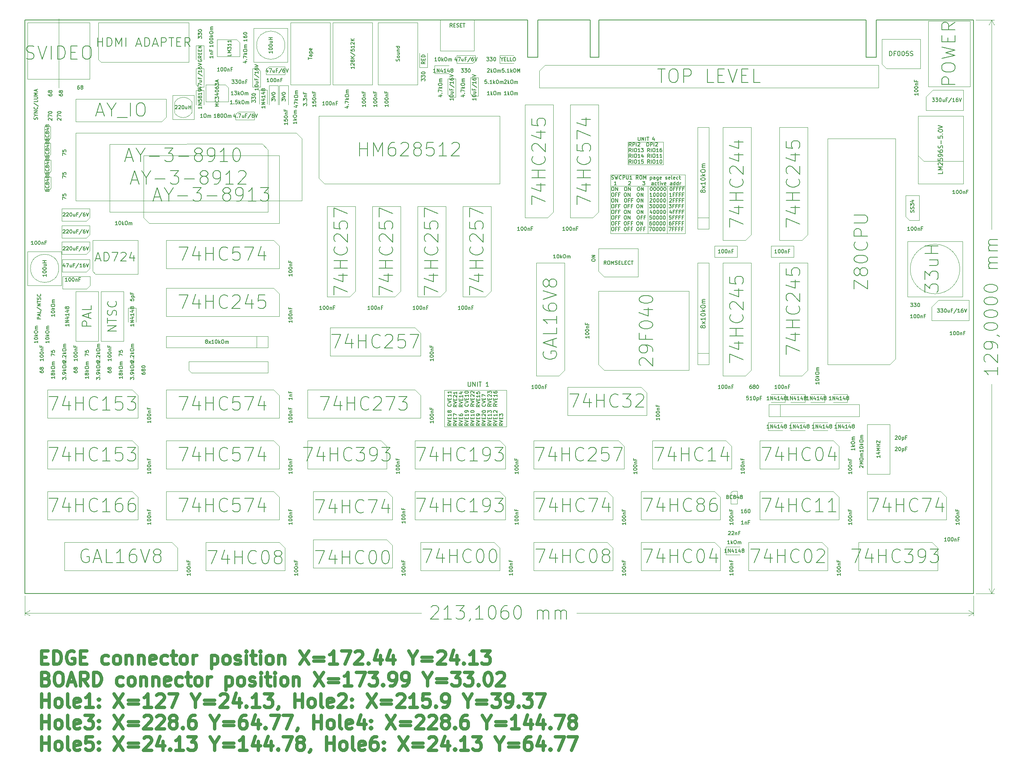
<source format=gbr>
%TF.GenerationSoftware,KiCad,Pcbnew,6.0.11-2627ca5db0~126~ubuntu22.04.1*%
%TF.CreationDate,2023-12-06T09:32:18+02:00*%
%TF.ProjectId,ZX-Spectrum-Pentagon,5a582d53-7065-4637-9472-756d2d50656e,pcb_v0.4*%
%TF.SameCoordinates,Original*%
%TF.FileFunction,OtherDrawing,Comment*%
%FSLAX46Y46*%
G04 Gerber Fmt 4.6, Leading zero omitted, Abs format (unit mm)*
G04 Created by KiCad (PCBNEW 6.0.11-2627ca5db0~126~ubuntu22.04.1) date 2023-12-06 09:32:18*
%MOMM*%
%LPD*%
G01*
G04 APERTURE LIST*
%ADD10C,0.100000*%
%ADD11C,0.120000*%
%TA.AperFunction,Profile*%
%ADD12C,0.200000*%
%TD*%
%ADD13C,0.150000*%
%ADD14C,0.750000*%
%ADD15C,0.050000*%
G04 APERTURE END LIST*
D10*
X135255000Y-74930000D02*
X135255000Y-100330000D01*
X214630000Y-122428000D02*
X214630000Y-111252000D01*
X158750000Y-132715000D02*
X176530000Y-132715000D01*
X114935000Y-81280000D02*
X114935000Y-62230000D01*
X77470000Y-116205000D02*
X76200000Y-114935000D01*
X158115000Y-78105000D02*
X158115000Y-71755000D01*
X179070000Y-116205000D02*
X177800000Y-114935000D01*
X182880000Y-137795000D02*
X182880000Y-144145000D01*
X137795000Y-64770000D02*
X139065000Y-63500000D01*
X34861500Y-66548000D02*
X28638500Y-66548000D01*
X125095000Y-81280000D02*
X125095000Y-62230000D01*
X125730000Y-137795000D02*
X109220000Y-137795000D01*
X231140000Y-52070000D02*
X222250000Y-52070000D01*
X142875000Y-39375000D02*
X142875000Y-64775000D01*
X120904000Y-37465000D02*
X120396000Y-36830000D01*
X34861500Y-62738000D02*
X28638500Y-62738000D01*
X20955000Y-80010000D02*
X28575000Y-80010000D01*
X202565000Y-110871000D02*
X205740000Y-110871000D01*
X169545000Y-99060000D02*
X169545000Y-81280000D01*
X215905000Y-96515000D02*
X215900000Y-46990000D01*
X43561000Y-88265000D02*
X43561000Y-85090000D01*
X57785000Y-99695000D02*
X74930000Y-99695000D01*
X194945000Y-100330000D02*
X196215000Y-99060000D01*
X169545000Y-81280000D02*
X149225000Y-81280000D01*
X83820000Y-109855000D02*
X109220000Y-109855000D01*
X128270000Y-116205000D02*
X127000000Y-114935000D01*
X161290000Y-114935000D02*
X161290000Y-121285000D01*
X88900000Y-95885000D02*
X88900000Y-89535000D01*
X226060000Y-126365000D02*
X209550000Y-126365000D01*
X74930000Y-49530000D02*
X73655000Y-48250000D01*
X107950000Y-121285000D02*
X128270000Y-121285000D01*
X158115000Y-71755000D02*
X149225000Y-71755000D01*
X118745000Y-82550000D02*
X123825000Y-82550000D01*
X127000000Y-30099000D02*
X127000000Y-28321000D01*
X31750000Y-92583000D02*
X36830000Y-92583000D01*
X78740000Y-26035000D02*
G75*
G03*
X78740000Y-26035000I-3175000J0D01*
G01*
X110744000Y-27813000D02*
X110744000Y-30988000D01*
X127000000Y-28321000D02*
X130175000Y-28321000D01*
X76200000Y-126365000D02*
X52070000Y-126365000D01*
X34163000Y-76962000D02*
X34925000Y-76200000D01*
X185420000Y-126365000D02*
X185420000Y-132715000D01*
X203200000Y-132715000D02*
X203200000Y-127635000D01*
X189865000Y-69845000D02*
X194945000Y-69845000D01*
X176530000Y-127635000D02*
X175260000Y-126365000D01*
X205105000Y-104521000D02*
X205105000Y-106299000D01*
X28638500Y-66548000D02*
X28638500Y-69342000D01*
X209550000Y-126365000D02*
X209550000Y-132715000D01*
X60579000Y-31242000D02*
X60579000Y-35433000D01*
X230990000Y-82550000D02*
X230990000Y-70150000D01*
X171460000Y-44450000D02*
X174000000Y-44450000D01*
X174000000Y-44450000D02*
X174000000Y-67310000D01*
X174000000Y-67310000D02*
X171460000Y-67310000D01*
X171460000Y-67310000D02*
X171460000Y-44450000D01*
X110744000Y-30988000D02*
X108966000Y-30988000D01*
X149225000Y-63505000D02*
X149225000Y-39375000D01*
X74549000Y-32639000D02*
X74549000Y-31369000D01*
X25781000Y-58547000D02*
X26162000Y-58166000D01*
X76200000Y-114935000D02*
X52070000Y-114935000D01*
X28702000Y-76962000D02*
X34163000Y-76962000D01*
X74549000Y-31369000D02*
X75184000Y-30861000D01*
X63500000Y-24765000D02*
X67945000Y-24765000D01*
X20955000Y-33655000D02*
X34925000Y-33655000D01*
X34925000Y-33655000D02*
X34925000Y-20955000D01*
X34925000Y-20955000D02*
X20955000Y-20955000D01*
X20955000Y-20955000D02*
X20955000Y-33655000D01*
X102870000Y-143510000D02*
X102870000Y-138430000D01*
X39370000Y-63500000D02*
X74930000Y-63500000D01*
X120904000Y-30099000D02*
X117348000Y-30099000D01*
X219075000Y-65405000D02*
X218186000Y-64516000D01*
X31750000Y-60960000D02*
X82550000Y-60960000D01*
X135255000Y-100330000D02*
X140335000Y-100330000D01*
X77470000Y-66040000D02*
X77470000Y-50800000D01*
X77470000Y-39370000D02*
X77470000Y-35052000D01*
X51070000Y-43180000D02*
X52070000Y-42180000D01*
X35560000Y-76835000D02*
X36195000Y-77470000D01*
X113665000Y-27305000D02*
X121285000Y-27305000D01*
X121285000Y-27305000D02*
X121285000Y-20320000D01*
X121285000Y-20320000D02*
X113665000Y-20320000D01*
X113665000Y-20320000D02*
X113665000Y-27305000D01*
X98425000Y-62230000D02*
X104775000Y-62230000D01*
X189865000Y-44445000D02*
X189865000Y-69845000D01*
X77470000Y-81915000D02*
X76200000Y-80645000D01*
X179324000Y-126238000D02*
X178943000Y-126619000D01*
X35560000Y-69850000D02*
X35560000Y-76835000D01*
X115570000Y-32385000D02*
X112395000Y-32385000D01*
X142240000Y-109220000D02*
X160020000Y-109220000D01*
X60960000Y-137795000D02*
X60960000Y-144145000D01*
X37465000Y-81407000D02*
X37465000Y-92583000D01*
X149225000Y-71755000D02*
X149225000Y-76835000D01*
X142875000Y-64775000D02*
X147955000Y-64775000D01*
X28638500Y-70231000D02*
X28638500Y-73025000D01*
X29210000Y-144145000D02*
X54610000Y-144145000D01*
X202565000Y-112649000D02*
X202565000Y-110871000D01*
X28638500Y-65532000D02*
X34099500Y-65532000D01*
X26098500Y-48006000D02*
X24701500Y-48006000D01*
X152400000Y-139065000D02*
X151130000Y-137795000D01*
X195580000Y-104521000D02*
X195580000Y-106299000D01*
X36195000Y-77470000D02*
X45720000Y-77470000D01*
X89535000Y-34925000D02*
X98425000Y-34925000D01*
X98425000Y-34925000D02*
X98425000Y-20955000D01*
X98425000Y-20955000D02*
X89535000Y-20955000D01*
X89535000Y-20955000D02*
X89535000Y-34925000D01*
X74930000Y-63500000D02*
X74930000Y-49530000D01*
X58801000Y-36195000D02*
X60579000Y-36195000D01*
X68580000Y-25400000D02*
X68580000Y-28575000D01*
X87615000Y-57155000D02*
X127000000Y-57150000D01*
X128270000Y-132715000D02*
X128270000Y-127635000D01*
X154940000Y-116205000D02*
X153670000Y-114935000D01*
X187960000Y-104521000D02*
X191135000Y-104521000D01*
X200025000Y-104521000D02*
X200025000Y-106299000D01*
X68326000Y-41021000D02*
X71882000Y-41021000D01*
X194945000Y-69845000D02*
X196215000Y-68575000D01*
X60960000Y-38735000D02*
X60960000Y-34925000D01*
X109220000Y-104775000D02*
X107950000Y-103505000D01*
X34925000Y-74168000D02*
X28702000Y-74168000D01*
X109220000Y-95885000D02*
X109220000Y-90805000D01*
X132715000Y-64770000D02*
X137795000Y-64770000D01*
X102870000Y-132715000D02*
X102870000Y-127635000D01*
X75184000Y-39370000D02*
X75184000Y-35052000D01*
X182245000Y-69850000D02*
X183515000Y-68580000D01*
X44450000Y-114935000D02*
X25400000Y-114935000D01*
X185420000Y-114935000D02*
X185420000Y-121285000D01*
X108966000Y-30988000D02*
X108966000Y-27813000D01*
X189865000Y-74930000D02*
X189865000Y-100330000D01*
X212852000Y-30226000D02*
X213868000Y-31242000D01*
X196850000Y-104521000D02*
X200025000Y-104521000D01*
X134620000Y-144145000D02*
X152400000Y-144145000D01*
X43561000Y-85090000D02*
X45339000Y-85090000D01*
X82550000Y-46990000D02*
X81275000Y-45715000D01*
X77470000Y-50800000D02*
X46990000Y-50800000D01*
X214630000Y-111252000D02*
X209550000Y-111252000D01*
X36830000Y-92583000D02*
X36830000Y-81407000D01*
X24765000Y-54737000D02*
X25781000Y-54737000D01*
X83820000Y-121285000D02*
X101600000Y-121285000D01*
X77470000Y-104775000D02*
X76200000Y-103505000D01*
X45339000Y-85090000D02*
X45339000Y-88265000D01*
X189992000Y-106807000D02*
X189992000Y-109474000D01*
X99695000Y-34925000D02*
X108585000Y-34925000D01*
X108585000Y-34925000D02*
X108585000Y-20955000D01*
X108585000Y-20955000D02*
X99695000Y-20955000D01*
X99695000Y-20955000D02*
X99695000Y-34925000D01*
X213868000Y-31242000D02*
X221488000Y-31242000D01*
X37465000Y-29845000D02*
X57150000Y-29845000D01*
X78740000Y-144145000D02*
X78740000Y-139065000D01*
X57150000Y-97155000D02*
X57150000Y-99060000D01*
X52070000Y-69850000D02*
X52070000Y-76200000D01*
X199390000Y-137795000D02*
X182880000Y-137795000D01*
X101600000Y-121285000D02*
X101600000Y-116205000D01*
X115316000Y-37084000D02*
X115316000Y-33528000D01*
X127000000Y-57150000D02*
X127000000Y-41910000D01*
X42545000Y-81407000D02*
X37465000Y-81407000D01*
X224155000Y-137795000D02*
X207645000Y-137795000D01*
X203200000Y-116205000D02*
X201930000Y-114935000D01*
X212852000Y-24638000D02*
X212852000Y-30226000D01*
X218186000Y-59817000D02*
X218186000Y-64516000D01*
X177800000Y-114935000D02*
X161290000Y-114935000D01*
X221234000Y-59817000D02*
X221234000Y-65405000D01*
X31750000Y-45720000D02*
X31750000Y-60960000D01*
X183515000Y-44450000D02*
X177165000Y-44450000D01*
X36830000Y-29210000D02*
X37465000Y-29845000D01*
X34099500Y-73025000D02*
X34861500Y-72263000D01*
X120396000Y-33274000D02*
X122174000Y-33274000D01*
X154940000Y-121285000D02*
X154940000Y-116205000D01*
X161290000Y-121285000D02*
X179070000Y-121285000D01*
X112395000Y-32385000D02*
X112395000Y-30607000D01*
X215900000Y-46990000D02*
X200660000Y-46990000D01*
X176530000Y-144145000D02*
X176530000Y-139065000D01*
X158750000Y-144145000D02*
X176530000Y-144145000D01*
X108585000Y-62230000D02*
X108585000Y-82550000D01*
D11*
X151892000Y-55118000D02*
X168656000Y-55118000D01*
X168656000Y-55118000D02*
X168656000Y-68326000D01*
X168656000Y-68326000D02*
X151892000Y-68326000D01*
X151892000Y-68326000D02*
X151892000Y-55118000D01*
D10*
X200025000Y-106299000D02*
X196850000Y-106299000D01*
X231140000Y-40640000D02*
X231140000Y-36068000D01*
X191135000Y-104521000D02*
X191135000Y-106299000D01*
X122174000Y-33274000D02*
X122174000Y-37465000D01*
X176530000Y-139065000D02*
X175260000Y-137795000D01*
X36830000Y-20955000D02*
X36830000Y-29210000D01*
X45720000Y-77470000D02*
X45720000Y-69850000D01*
X77470000Y-109855000D02*
X77470000Y-104775000D01*
X77216000Y-35052000D02*
X77216000Y-39370000D01*
X58801000Y-34798000D02*
X58801000Y-31242000D01*
X25717500Y-47244000D02*
X26098500Y-46863000D01*
X81275000Y-45715000D02*
X31750000Y-45720000D01*
X85090000Y-132715000D02*
X102870000Y-132715000D01*
X149225000Y-97790000D02*
X150495000Y-99060000D01*
X127000000Y-41910000D02*
X86360000Y-41910000D01*
X98425000Y-62230000D02*
X98425000Y-82550000D01*
X197485000Y-110871000D02*
X200660000Y-110871000D01*
X191135000Y-106299000D02*
X187960000Y-106299000D01*
X187960000Y-73660000D02*
X193040000Y-73660000D01*
X193040000Y-73660000D02*
X193040000Y-71120000D01*
X193040000Y-71120000D02*
X187960000Y-71120000D01*
X187960000Y-71120000D02*
X187960000Y-73660000D01*
X201930000Y-114935000D02*
X185420000Y-114935000D01*
X192405000Y-112649000D02*
X192405000Y-110871000D01*
X52070000Y-42180000D02*
X52070000Y-38100000D01*
X45720000Y-121285000D02*
X45720000Y-116205000D01*
X203200000Y-121285000D02*
X203200000Y-116205000D01*
X196215000Y-68575000D02*
X196215000Y-44445000D01*
X109220000Y-137795000D02*
X109220000Y-144145000D01*
X58801000Y-29273500D02*
X58801000Y-26098500D01*
X52070000Y-114935000D02*
X52070000Y-121285000D01*
X34861500Y-68580000D02*
X34861500Y-66548000D01*
X108585000Y-62230000D02*
X114935000Y-62230000D01*
X177800000Y-138811000D02*
X180975000Y-138811000D01*
X218590000Y-70150000D02*
X218590000Y-82550000D01*
X26098500Y-44323000D02*
X24701500Y-44323000D01*
X205105000Y-106299000D02*
X201930000Y-106299000D01*
X134620000Y-137795000D02*
X134620000Y-144145000D01*
X57150000Y-29845000D02*
X57150000Y-20955000D01*
X220980000Y-41910000D02*
X231140000Y-41910000D01*
X212090000Y-35560000D02*
X212090000Y-30480000D01*
X31750000Y-81407000D02*
X31750000Y-92583000D01*
X76200000Y-80645000D02*
X52070000Y-80645000D01*
X77470000Y-127635000D02*
X76200000Y-126365000D01*
X85090000Y-143510000D02*
X102870000Y-143510000D01*
X20955000Y-72390000D02*
X20955000Y-80010000D01*
X102870000Y-127635000D02*
X101600000Y-126365000D01*
X185420000Y-121285000D02*
X203200000Y-121285000D01*
X192405000Y-110871000D02*
X195580000Y-110871000D01*
X52070000Y-126365000D02*
X52070000Y-132715000D01*
X200660000Y-97790000D02*
X214630000Y-97790000D01*
X28638500Y-69342000D02*
X34099500Y-69342000D01*
X88265000Y-62230000D02*
X94615000Y-62230000D01*
X27940000Y-76200000D02*
G75*
G03*
X27940000Y-76200000I-3175000J0D01*
G01*
X24701500Y-44323000D02*
X24701500Y-47244000D01*
X45720000Y-132715000D02*
X45720000Y-127635000D01*
X190500000Y-112649000D02*
X187325000Y-112649000D01*
X221234000Y-65405000D02*
X219075000Y-65405000D01*
X134620000Y-132715000D02*
X152400000Y-132715000D01*
X77470000Y-121285000D02*
X77470000Y-116205000D01*
X25400000Y-132715000D02*
X45720000Y-132715000D01*
X120396000Y-36830000D02*
X120396000Y-33274000D01*
X152400000Y-144145000D02*
X152400000Y-139065000D01*
X104775000Y-81280000D02*
X104775000Y-62230000D01*
X205740000Y-112649000D02*
X202565000Y-112649000D01*
X31750000Y-43180000D02*
X51070000Y-43180000D01*
X93345000Y-82550000D02*
X94615000Y-81280000D01*
X85090000Y-137160000D02*
X85090000Y-143510000D01*
X224028000Y-84836000D02*
X224028000Y-87884000D01*
X52070000Y-109855000D02*
X77470000Y-109855000D01*
X75184000Y-35052000D02*
X77216000Y-35052000D01*
X29210000Y-137795000D02*
X29210000Y-144145000D01*
X79375000Y-22225000D02*
X71755000Y-22225000D01*
X25400000Y-109855000D02*
X25400000Y-103505000D01*
X117094000Y-37719000D02*
X115824000Y-37719000D01*
X26162000Y-55626000D02*
X24765000Y-55626000D01*
X66040000Y-35560000D02*
X66040000Y-38735000D01*
X158750000Y-102870000D02*
X142240000Y-102870000D01*
X117348000Y-30099000D02*
X117348000Y-28321000D01*
X179070000Y-121285000D02*
X179070000Y-116205000D01*
X67691000Y-41529000D02*
X68326000Y-41021000D01*
X222758000Y-40640000D02*
X231140000Y-40640000D01*
X26098500Y-50546000D02*
X26098500Y-48006000D01*
X212090000Y-30480000D02*
X137160000Y-30480000D01*
X231140000Y-57150000D02*
X220980000Y-57150000D01*
X52070000Y-121285000D02*
X77470000Y-121285000D01*
X74930000Y-99695000D02*
X74930000Y-97155000D01*
X231140000Y-41910000D02*
X231140000Y-57150000D01*
X171450000Y-74930000D02*
X173990000Y-74930000D01*
X173990000Y-74930000D02*
X173990000Y-97790000D01*
X173990000Y-97790000D02*
X171450000Y-97790000D01*
X171450000Y-97790000D02*
X171450000Y-74930000D01*
X52070000Y-132715000D02*
X77470000Y-132715000D01*
X67691000Y-42799000D02*
X67691000Y-41529000D01*
X115316000Y-33528000D02*
X117094000Y-33528000D01*
X113665000Y-82550000D02*
X114935000Y-81280000D01*
X77470000Y-76200000D02*
X77470000Y-71120000D01*
X222758000Y-37592000D02*
X222758000Y-40640000D01*
X231140000Y-36068000D02*
X224282000Y-36068000D01*
X60960000Y-144145000D02*
X78740000Y-144145000D01*
X54610000Y-144145000D02*
X54610000Y-139065000D01*
X178943000Y-126619000D02*
X178943000Y-129159000D01*
X34861500Y-72263000D02*
X34861500Y-70231000D01*
X134620000Y-126365000D02*
X134620000Y-132715000D01*
X118745000Y-62230000D02*
X118745000Y-82550000D01*
X135890000Y-35560000D02*
X212090000Y-35560000D01*
D11*
X155797250Y-52832000D02*
X163734750Y-52832000D01*
X163734750Y-52832000D02*
X163734750Y-47752000D01*
X163734750Y-47752000D02*
X155797250Y-47752000D01*
X155797250Y-47752000D02*
X155797250Y-52832000D01*
D10*
X142240000Y-102870000D02*
X142240000Y-109220000D01*
X88265000Y-62230000D02*
X88265000Y-82550000D01*
X109220000Y-90805000D02*
X107950000Y-89535000D01*
X151130000Y-137795000D02*
X134620000Y-137795000D01*
X196215000Y-44445000D02*
X189865000Y-44445000D01*
X73655000Y-48250000D02*
X39370000Y-48260000D01*
X207772000Y-106807000D02*
X187452000Y-106807000D01*
X187452000Y-106807000D02*
X187452000Y-109474000D01*
X187452000Y-109474000D02*
X207772000Y-109474000D01*
X207772000Y-109474000D02*
X207772000Y-106807000D01*
X34988500Y-80010000D02*
X34988500Y-77978000D01*
X183515000Y-74930000D02*
X177165000Y-74930000D01*
X80010000Y-34925000D02*
X88900000Y-34925000D01*
X88900000Y-34925000D02*
X88900000Y-20955000D01*
X88900000Y-20955000D02*
X80010000Y-20955000D01*
X80010000Y-20955000D02*
X80010000Y-34925000D01*
X118745000Y-62230000D02*
X125095000Y-62230000D01*
X44450000Y-103505000D02*
X25400000Y-103505000D01*
X147955000Y-64775000D02*
X149225000Y-63505000D01*
X73025000Y-39243000D02*
X73025000Y-36068000D01*
X109220000Y-109855000D02*
X109220000Y-104775000D01*
X221488000Y-24638000D02*
X212852000Y-24638000D01*
X52070000Y-86995000D02*
X77470000Y-86995000D01*
X28765500Y-80772000D02*
X34226500Y-80772000D01*
X128270000Y-127635000D02*
X127000000Y-126365000D01*
D11*
X164592000Y-68326000D02*
X164592000Y-57658000D01*
D10*
X60579000Y-26098500D02*
X60579000Y-29273500D01*
X220980000Y-57150000D02*
X220980000Y-41910000D01*
X121539000Y-29591000D02*
X120904000Y-30099000D01*
X175260000Y-126365000D02*
X158750000Y-126365000D01*
X71755000Y-22225000D02*
X71755000Y-29845000D01*
X183515000Y-68580000D02*
X183515000Y-44450000D01*
X224282000Y-36068000D02*
X222758000Y-37592000D01*
X177165000Y-100330000D02*
X182245000Y-100330000D01*
X123825000Y-82550000D02*
X125095000Y-81280000D01*
X134620000Y-121285000D02*
X134620000Y-114935000D01*
X60579000Y-36195000D02*
X60579000Y-39370000D01*
X209550000Y-132715000D02*
X227330000Y-132715000D01*
X52070000Y-103505000D02*
X52070000Y-109855000D01*
X78740000Y-30861000D02*
X78740000Y-32639000D01*
X85090000Y-126365000D02*
X85090000Y-132715000D01*
X178943000Y-129159000D02*
X180340000Y-129159000D01*
X150495000Y-78105000D02*
X158115000Y-78105000D01*
X209550000Y-111252000D02*
X209550000Y-122428000D01*
X183515000Y-99060000D02*
X183515000Y-74930000D01*
X230365841Y-76350000D02*
G75*
G03*
X230365841Y-76350000I-5575841J0D01*
G01*
X79375000Y-29845000D02*
X79375000Y-22225000D01*
X25717500Y-50927000D02*
X26098500Y-50546000D01*
X26162000Y-51816000D02*
X24765000Y-51816000D01*
X149225000Y-76835000D02*
X150495000Y-78105000D01*
X152400000Y-132715000D02*
X152400000Y-127635000D01*
D11*
X160274000Y-57658000D02*
X160274000Y-68326000D01*
X114554000Y-103568500D02*
X128524000Y-103568500D01*
X128524000Y-103568500D02*
X128524000Y-111823500D01*
X128524000Y-111823500D02*
X114554000Y-111823500D01*
X114554000Y-111823500D02*
X114554000Y-103568500D01*
D10*
X187325000Y-110871000D02*
X190500000Y-110871000D01*
X73279000Y-31877000D02*
X73279000Y-35433000D01*
X77470000Y-137795000D02*
X60960000Y-137795000D01*
X52070000Y-38100000D02*
X31750000Y-38100000D01*
X88900000Y-95885000D02*
X109220000Y-95885000D01*
X223266000Y-35306000D02*
X232664000Y-35306000D01*
X232664000Y-35306000D02*
X232664000Y-20574000D01*
X232664000Y-20574000D02*
X223266000Y-20574000D01*
X223266000Y-20574000D02*
X223266000Y-35306000D01*
X76200000Y-103505000D02*
X52070000Y-103505000D01*
X230990000Y-70150000D02*
X218590000Y-70150000D01*
X77470000Y-35052000D02*
X79502000Y-35052000D01*
X101600000Y-137160000D02*
X85090000Y-137160000D01*
X46990000Y-50800000D02*
X46990000Y-64770000D01*
X122174000Y-37465000D02*
X120904000Y-37465000D01*
X100330000Y-114935000D02*
X83820000Y-114935000D01*
X139065000Y-39370000D02*
X132715000Y-39370000D01*
X25400000Y-132715000D02*
X25400000Y-126365000D01*
X45720000Y-104775000D02*
X44450000Y-103505000D01*
X127000000Y-114935000D02*
X107950000Y-114935000D01*
X121539000Y-28321000D02*
X121539000Y-29591000D01*
X34099500Y-65532000D02*
X34861500Y-64770000D01*
X222250000Y-52070000D02*
X220980000Y-50800000D01*
X60960000Y-34925000D02*
X65405000Y-34925000D01*
X225425000Y-139065000D02*
X224155000Y-137795000D01*
X75184000Y-30861000D02*
X78740000Y-30861000D01*
X71501000Y-35433000D02*
X71501000Y-31242000D01*
X34226500Y-80772000D02*
X34988500Y-80010000D01*
X127000000Y-144145000D02*
X127000000Y-139065000D01*
X107950000Y-103505000D02*
X83820000Y-103505000D01*
X45720000Y-109855000D02*
X45720000Y-104775000D01*
X28575000Y-72390000D02*
X20955000Y-72390000D01*
X71882000Y-41021000D02*
X71882000Y-42799000D01*
X52070000Y-76200000D02*
X77470000Y-76200000D01*
X46990000Y-64770000D02*
X48260000Y-66040000D01*
X152400000Y-127635000D02*
X151130000Y-126365000D01*
X158750000Y-137795000D02*
X158750000Y-144145000D01*
X28575000Y-80010000D02*
X28575000Y-72390000D01*
X227330000Y-132715000D02*
X227330000Y-127635000D01*
X24701500Y-50927000D02*
X25717500Y-50927000D01*
X207645000Y-137795000D02*
X207645000Y-144145000D01*
X149225000Y-39375000D02*
X142875000Y-39375000D01*
X86360000Y-55880000D02*
X87615000Y-57155000D01*
X182880000Y-144145000D02*
X200660000Y-144145000D01*
X83820000Y-114935000D02*
X83820000Y-121285000D01*
X180340000Y-126238000D02*
X179324000Y-126238000D01*
X189865000Y-100330000D02*
X194945000Y-100330000D01*
X195580000Y-106299000D02*
X192405000Y-106299000D01*
X25400000Y-109855000D02*
X45720000Y-109855000D01*
X71501000Y-31242000D02*
X72771000Y-31242000D01*
X175260000Y-73660000D02*
X180340000Y-73660000D01*
X180340000Y-73660000D02*
X180340000Y-71120000D01*
X180340000Y-71120000D02*
X175260000Y-71120000D01*
X175260000Y-71120000D02*
X175260000Y-73660000D01*
X74930000Y-97155000D02*
X57150000Y-97155000D01*
X107950000Y-132715000D02*
X107950000Y-126365000D01*
X34925000Y-76200000D02*
X34925000Y-74168000D01*
X71882000Y-42799000D02*
X67691000Y-42799000D01*
X201930000Y-126365000D02*
X185420000Y-126365000D01*
X24765000Y-51816000D02*
X24765000Y-54737000D01*
X232410000Y-87884000D02*
X232410000Y-83312000D01*
X24701500Y-48006000D02*
X24701500Y-50927000D01*
X79502000Y-35052000D02*
X79502000Y-39370000D01*
X54610000Y-139065000D02*
X53340000Y-137795000D01*
X225552000Y-83312000D02*
X224028000Y-84836000D01*
X45720000Y-127635000D02*
X44450000Y-126365000D01*
X177165000Y-69850000D02*
X182245000Y-69850000D01*
X127000000Y-126365000D02*
X107950000Y-126365000D01*
X94615000Y-81280000D02*
X94615000Y-62230000D01*
X101600000Y-116205000D02*
X100330000Y-114935000D01*
X77470000Y-86995000D02*
X77470000Y-81915000D01*
X57150000Y-99060000D02*
X57785000Y-99695000D01*
X39370000Y-48260000D02*
X39370000Y-63500000D01*
X53340000Y-137795000D02*
X29210000Y-137795000D01*
X187325000Y-112649000D02*
X187325000Y-110871000D01*
X171450000Y-64770000D02*
X173990000Y-64770000D01*
X24765000Y-58547000D02*
X25781000Y-58547000D01*
X36830000Y-81407000D02*
X31750000Y-81407000D01*
X66040000Y-38735000D02*
X60960000Y-38735000D01*
X201930000Y-104521000D02*
X205105000Y-104521000D01*
X128270000Y-121285000D02*
X128270000Y-116205000D01*
X185420000Y-132715000D02*
X203200000Y-132715000D01*
X203200000Y-127635000D02*
X201930000Y-126365000D01*
X141605000Y-99060000D02*
X141605000Y-74930000D01*
X31750000Y-38100000D02*
X31750000Y-43180000D01*
X182245000Y-100330000D02*
X183515000Y-99060000D01*
X207645000Y-144145000D02*
X225425000Y-144145000D01*
X232410000Y-83312000D02*
X225552000Y-83312000D01*
X218186000Y-59817000D02*
X221234000Y-59817000D01*
X214630000Y-97790000D02*
X215905000Y-96515000D01*
X28765500Y-77978000D02*
X28765500Y-80772000D01*
X34861500Y-70231000D02*
X28638500Y-70231000D01*
D11*
X151892000Y-57658000D02*
X168656000Y-57658000D01*
D10*
X48260000Y-66040000D02*
X77470000Y-66040000D01*
X132715000Y-39370000D02*
X132715000Y-64770000D01*
X76200000Y-69850000D02*
X52070000Y-69850000D01*
X45720000Y-116205000D02*
X44450000Y-114935000D01*
X63500000Y-28575000D02*
X63500000Y-24765000D01*
X28638500Y-73025000D02*
X34099500Y-73025000D01*
X137160000Y-30480000D02*
X135890000Y-31750000D01*
X158750000Y-126365000D02*
X158750000Y-132715000D01*
X34988500Y-77978000D02*
X28765500Y-77978000D01*
X52070000Y-93980000D02*
X74930000Y-93980000D01*
X74930000Y-93980000D02*
X74930000Y-91440000D01*
X74930000Y-91440000D02*
X52070000Y-91440000D01*
X52070000Y-91440000D02*
X52070000Y-93980000D01*
X77470000Y-132715000D02*
X77470000Y-127635000D01*
X60579000Y-35433000D02*
X59309000Y-35433000D01*
X209550000Y-122428000D02*
X214630000Y-122428000D01*
X83820000Y-103505000D02*
X83820000Y-109855000D01*
X160020000Y-109220000D02*
X160020000Y-104140000D01*
X74803000Y-36068000D02*
X74803000Y-39243000D01*
X68580000Y-28575000D02*
X63500000Y-28575000D01*
X103505000Y-82550000D02*
X104775000Y-81280000D01*
X52070000Y-80645000D02*
X52070000Y-86995000D01*
X78740000Y-32639000D02*
X74549000Y-32639000D01*
X112395000Y-30607000D02*
X115570000Y-30607000D01*
X225425000Y-144145000D02*
X225425000Y-139065000D01*
X176530000Y-132715000D02*
X176530000Y-127635000D01*
X171450000Y-95250000D02*
X173990000Y-95250000D01*
X44450000Y-126365000D02*
X25400000Y-126365000D01*
X88265000Y-82550000D02*
X93345000Y-82550000D01*
X200660000Y-144145000D02*
X200660000Y-139065000D01*
X196215000Y-74930000D02*
X189865000Y-74930000D01*
X67945000Y-24765000D02*
X68580000Y-25400000D01*
X73025000Y-36068000D02*
X74803000Y-36068000D01*
X65405000Y-34925000D02*
X66040000Y-35560000D01*
X24701500Y-47244000D02*
X25717500Y-47244000D01*
X177800000Y-140589000D02*
X177800000Y-138811000D01*
X117348000Y-28321000D02*
X121539000Y-28321000D01*
X73279000Y-35433000D02*
X71501000Y-35433000D01*
X108585000Y-82550000D02*
X113665000Y-82550000D01*
X140335000Y-100330000D02*
X141605000Y-99060000D01*
X72771000Y-31242000D02*
X73279000Y-31877000D01*
X77470000Y-71120000D02*
X76200000Y-69850000D01*
X127000000Y-139065000D02*
X125730000Y-137795000D01*
X58801000Y-39370000D02*
X58801000Y-36195000D01*
X200660000Y-112649000D02*
X197485000Y-112649000D01*
X72390000Y-91440000D02*
X72390000Y-93980000D01*
X37465000Y-92583000D02*
X42545000Y-92583000D01*
X82550000Y-60960000D02*
X82550000Y-46990000D01*
X175260000Y-137795000D02*
X158750000Y-137795000D01*
X149225000Y-81280000D02*
X149225000Y-97790000D01*
X101600000Y-126365000D02*
X85090000Y-126365000D01*
X107950000Y-89535000D02*
X88900000Y-89535000D01*
X200660000Y-46990000D02*
X200660000Y-97790000D01*
X24765000Y-55626000D02*
X24765000Y-58547000D01*
X102870000Y-138430000D02*
X101600000Y-137160000D01*
X117094000Y-33528000D02*
X117094000Y-37719000D01*
X160020000Y-104140000D02*
X158750000Y-102870000D01*
X34099500Y-69342000D02*
X34861500Y-68580000D01*
X109220000Y-144145000D02*
X127000000Y-144145000D01*
X151130000Y-126365000D02*
X134620000Y-126365000D01*
X197485000Y-112649000D02*
X197485000Y-110871000D01*
X34861500Y-64770000D02*
X34861500Y-62738000D01*
X180975000Y-140589000D02*
X177800000Y-140589000D01*
X139065000Y-63500000D02*
X139065000Y-39370000D01*
X57150000Y-20955000D02*
X36830000Y-20955000D01*
X45720000Y-69850000D02*
X35560000Y-69850000D01*
X28702000Y-74168000D02*
X28702000Y-76962000D01*
X25400000Y-121285000D02*
X25400000Y-114935000D01*
X224028000Y-87884000D02*
X232410000Y-87884000D01*
X25400000Y-121285000D02*
X45720000Y-121285000D01*
X26162000Y-58166000D02*
X26162000Y-55626000D01*
X78740000Y-139065000D02*
X77470000Y-137795000D01*
X227330000Y-127635000D02*
X226060000Y-126365000D01*
X98425000Y-82550000D02*
X103505000Y-82550000D01*
X26162000Y-54356000D02*
X26162000Y-51816000D01*
X180340000Y-129159000D02*
X180340000Y-126238000D01*
X107950000Y-121285000D02*
X107950000Y-114935000D01*
X58801000Y-26098500D02*
X60579000Y-26098500D01*
X26098500Y-46863000D02*
X26098500Y-44323000D01*
X177165000Y-44450000D02*
X177165000Y-69850000D01*
X200660000Y-139065000D02*
X199390000Y-137795000D01*
X28638500Y-62738000D02*
X28638500Y-65532000D01*
X107950000Y-132715000D02*
X128270000Y-132715000D01*
X150495000Y-99060000D02*
X169545000Y-99060000D01*
X58801000Y-31242000D02*
X60579000Y-31242000D01*
X177165000Y-74930000D02*
X177165000Y-100330000D01*
X130175000Y-30099000D02*
X127000000Y-30099000D01*
X59309000Y-35433000D02*
X58801000Y-34798000D01*
X71755000Y-29845000D02*
X79375000Y-29845000D01*
X135890000Y-31750000D02*
X135890000Y-35560000D01*
X221488000Y-31242000D02*
X221488000Y-24638000D01*
X218590000Y-82550000D02*
X230990000Y-82550000D01*
X141605000Y-74930000D02*
X135255000Y-74930000D01*
X195580000Y-112649000D02*
X192405000Y-112649000D01*
X192405000Y-104521000D02*
X195580000Y-104521000D01*
X196215000Y-99060000D02*
X196215000Y-74930000D01*
X153670000Y-114935000D02*
X134620000Y-114935000D01*
X134620000Y-121285000D02*
X154940000Y-121285000D01*
X86360000Y-41910000D02*
X86360000Y-55880000D01*
X115824000Y-37719000D02*
X115316000Y-37084000D01*
X42545000Y-92583000D02*
X42545000Y-81407000D01*
X25781000Y-54737000D02*
X26162000Y-54356000D01*
D12*
X20320000Y-149320000D02*
X20320000Y-20320000D01*
X233420000Y-149320000D02*
X20320000Y-149320000D01*
X211630000Y-20320000D02*
X233420000Y-20320000D01*
X20320000Y-20320000D02*
X133250000Y-20320000D01*
X233420000Y-20320000D02*
X233420000Y-149320000D01*
D13*
X152141880Y-56122809D02*
X152256166Y-56160904D01*
X152446642Y-56160904D01*
X152522833Y-56122809D01*
X152560928Y-56084714D01*
X152599023Y-56008523D01*
X152599023Y-55932333D01*
X152560928Y-55856142D01*
X152522833Y-55818047D01*
X152446642Y-55779952D01*
X152294261Y-55741857D01*
X152218071Y-55703761D01*
X152179976Y-55665666D01*
X152141880Y-55589476D01*
X152141880Y-55513285D01*
X152179976Y-55437095D01*
X152218071Y-55399000D01*
X152294261Y-55360904D01*
X152484738Y-55360904D01*
X152599023Y-55399000D01*
X152865690Y-55360904D02*
X153056166Y-56160904D01*
X153208547Y-55589476D01*
X153360928Y-56160904D01*
X153551404Y-55360904D01*
X154313309Y-56084714D02*
X154275214Y-56122809D01*
X154160928Y-56160904D01*
X154084738Y-56160904D01*
X153970452Y-56122809D01*
X153894261Y-56046619D01*
X153856166Y-55970428D01*
X153818071Y-55818047D01*
X153818071Y-55703761D01*
X153856166Y-55551380D01*
X153894261Y-55475190D01*
X153970452Y-55399000D01*
X154084738Y-55360904D01*
X154160928Y-55360904D01*
X154275214Y-55399000D01*
X154313309Y-55437095D01*
X154656166Y-56160904D02*
X154656166Y-55360904D01*
X154960928Y-55360904D01*
X155037119Y-55399000D01*
X155075214Y-55437095D01*
X155113309Y-55513285D01*
X155113309Y-55627571D01*
X155075214Y-55703761D01*
X155037119Y-55741857D01*
X154960928Y-55779952D01*
X154656166Y-55779952D01*
X155456166Y-55360904D02*
X155456166Y-56008523D01*
X155494261Y-56084714D01*
X155532357Y-56122809D01*
X155608547Y-56160904D01*
X155760928Y-56160904D01*
X155837119Y-56122809D01*
X155875214Y-56084714D01*
X155913309Y-56008523D01*
X155913309Y-55360904D01*
X156713309Y-56160904D02*
X156256166Y-56160904D01*
X156484738Y-56160904D02*
X156484738Y-55360904D01*
X156408547Y-55475190D01*
X156332357Y-55551380D01*
X156256166Y-55589476D01*
X158122833Y-56160904D02*
X157856166Y-55779952D01*
X157665690Y-56160904D02*
X157665690Y-55360904D01*
X157970452Y-55360904D01*
X158046642Y-55399000D01*
X158084738Y-55437095D01*
X158122833Y-55513285D01*
X158122833Y-55627571D01*
X158084738Y-55703761D01*
X158046642Y-55741857D01*
X157970452Y-55779952D01*
X157665690Y-55779952D01*
X158618071Y-55360904D02*
X158770452Y-55360904D01*
X158846642Y-55399000D01*
X158922833Y-55475190D01*
X158960928Y-55627571D01*
X158960928Y-55894238D01*
X158922833Y-56046619D01*
X158846642Y-56122809D01*
X158770452Y-56160904D01*
X158618071Y-56160904D01*
X158541880Y-56122809D01*
X158465690Y-56046619D01*
X158427595Y-55894238D01*
X158427595Y-55627571D01*
X158465690Y-55475190D01*
X158541880Y-55399000D01*
X158618071Y-55360904D01*
X159303785Y-56160904D02*
X159303785Y-55360904D01*
X159570452Y-55932333D01*
X159837119Y-55360904D01*
X159837119Y-56160904D01*
X160827595Y-55627571D02*
X160827595Y-56427571D01*
X160827595Y-55665666D02*
X160903785Y-55627571D01*
X161056166Y-55627571D01*
X161132357Y-55665666D01*
X161170452Y-55703761D01*
X161208547Y-55779952D01*
X161208547Y-56008523D01*
X161170452Y-56084714D01*
X161132357Y-56122809D01*
X161056166Y-56160904D01*
X160903785Y-56160904D01*
X160827595Y-56122809D01*
X161894261Y-56160904D02*
X161894261Y-55741857D01*
X161856166Y-55665666D01*
X161779976Y-55627571D01*
X161627595Y-55627571D01*
X161551404Y-55665666D01*
X161894261Y-56122809D02*
X161818071Y-56160904D01*
X161627595Y-56160904D01*
X161551404Y-56122809D01*
X161513309Y-56046619D01*
X161513309Y-55970428D01*
X161551404Y-55894238D01*
X161627595Y-55856142D01*
X161818071Y-55856142D01*
X161894261Y-55818047D01*
X162618071Y-55627571D02*
X162618071Y-56275190D01*
X162579976Y-56351380D01*
X162541880Y-56389476D01*
X162465690Y-56427571D01*
X162351404Y-56427571D01*
X162275214Y-56389476D01*
X162618071Y-56122809D02*
X162541880Y-56160904D01*
X162389500Y-56160904D01*
X162313309Y-56122809D01*
X162275214Y-56084714D01*
X162237119Y-56008523D01*
X162237119Y-55779952D01*
X162275214Y-55703761D01*
X162313309Y-55665666D01*
X162389500Y-55627571D01*
X162541880Y-55627571D01*
X162618071Y-55665666D01*
X163303785Y-56122809D02*
X163227595Y-56160904D01*
X163075214Y-56160904D01*
X162999023Y-56122809D01*
X162960928Y-56046619D01*
X162960928Y-55741857D01*
X162999023Y-55665666D01*
X163075214Y-55627571D01*
X163227595Y-55627571D01*
X163303785Y-55665666D01*
X163341880Y-55741857D01*
X163341880Y-55818047D01*
X162960928Y-55894238D01*
X164256166Y-56122809D02*
X164332357Y-56160904D01*
X164484738Y-56160904D01*
X164560928Y-56122809D01*
X164599023Y-56046619D01*
X164599023Y-56008523D01*
X164560928Y-55932333D01*
X164484738Y-55894238D01*
X164370452Y-55894238D01*
X164294261Y-55856142D01*
X164256166Y-55779952D01*
X164256166Y-55741857D01*
X164294261Y-55665666D01*
X164370452Y-55627571D01*
X164484738Y-55627571D01*
X164560928Y-55665666D01*
X165246642Y-56122809D02*
X165170452Y-56160904D01*
X165018071Y-56160904D01*
X164941880Y-56122809D01*
X164903785Y-56046619D01*
X164903785Y-55741857D01*
X164941880Y-55665666D01*
X165018071Y-55627571D01*
X165170452Y-55627571D01*
X165246642Y-55665666D01*
X165284738Y-55741857D01*
X165284738Y-55818047D01*
X164903785Y-55894238D01*
X165741880Y-56160904D02*
X165665690Y-56122809D01*
X165627595Y-56046619D01*
X165627595Y-55360904D01*
X166351404Y-56122809D02*
X166275214Y-56160904D01*
X166122833Y-56160904D01*
X166046642Y-56122809D01*
X166008547Y-56046619D01*
X166008547Y-55741857D01*
X166046642Y-55665666D01*
X166122833Y-55627571D01*
X166275214Y-55627571D01*
X166351404Y-55665666D01*
X166389500Y-55741857D01*
X166389500Y-55818047D01*
X166008547Y-55894238D01*
X167075214Y-56122809D02*
X166999023Y-56160904D01*
X166846642Y-56160904D01*
X166770452Y-56122809D01*
X166732357Y-56084714D01*
X166694261Y-56008523D01*
X166694261Y-55779952D01*
X166732357Y-55703761D01*
X166770452Y-55665666D01*
X166846642Y-55627571D01*
X166999023Y-55627571D01*
X167075214Y-55665666D01*
X167303785Y-55627571D02*
X167608547Y-55627571D01*
X167418071Y-55360904D02*
X167418071Y-56046619D01*
X167456166Y-56122809D01*
X167532357Y-56160904D01*
X167608547Y-56160904D01*
X153208547Y-57448904D02*
X152751404Y-57448904D01*
X152979976Y-57448904D02*
X152979976Y-56648904D01*
X152903785Y-56763190D01*
X152827595Y-56839380D01*
X152751404Y-56877476D01*
X155951404Y-56725095D02*
X155989500Y-56687000D01*
X156065690Y-56648904D01*
X156256166Y-56648904D01*
X156332357Y-56687000D01*
X156370452Y-56725095D01*
X156408547Y-56801285D01*
X156408547Y-56877476D01*
X156370452Y-56991761D01*
X155913309Y-57448904D01*
X156408547Y-57448904D01*
X159113309Y-56648904D02*
X159608547Y-56648904D01*
X159341880Y-56953666D01*
X159456166Y-56953666D01*
X159532357Y-56991761D01*
X159570452Y-57029857D01*
X159608547Y-57106047D01*
X159608547Y-57296523D01*
X159570452Y-57372714D01*
X159532357Y-57410809D01*
X159456166Y-57448904D01*
X159227595Y-57448904D01*
X159151404Y-57410809D01*
X159113309Y-57372714D01*
X161513309Y-57448904D02*
X161513309Y-57029857D01*
X161475214Y-56953666D01*
X161399023Y-56915571D01*
X161246642Y-56915571D01*
X161170452Y-56953666D01*
X161513309Y-57410809D02*
X161437119Y-57448904D01*
X161246642Y-57448904D01*
X161170452Y-57410809D01*
X161132357Y-57334619D01*
X161132357Y-57258428D01*
X161170452Y-57182238D01*
X161246642Y-57144142D01*
X161437119Y-57144142D01*
X161513309Y-57106047D01*
X162237119Y-57410809D02*
X162160928Y-57448904D01*
X162008547Y-57448904D01*
X161932357Y-57410809D01*
X161894261Y-57372714D01*
X161856166Y-57296523D01*
X161856166Y-57067952D01*
X161894261Y-56991761D01*
X161932357Y-56953666D01*
X162008547Y-56915571D01*
X162160928Y-56915571D01*
X162237119Y-56953666D01*
X162465690Y-56915571D02*
X162770452Y-56915571D01*
X162579976Y-56648904D02*
X162579976Y-57334619D01*
X162618071Y-57410809D01*
X162694261Y-57448904D01*
X162770452Y-57448904D01*
X163037119Y-57448904D02*
X163037119Y-56915571D01*
X163037119Y-56648904D02*
X162999023Y-56687000D01*
X163037119Y-56725095D01*
X163075214Y-56687000D01*
X163037119Y-56648904D01*
X163037119Y-56725095D01*
X163341880Y-56915571D02*
X163532357Y-57448904D01*
X163722833Y-56915571D01*
X164332357Y-57410809D02*
X164256166Y-57448904D01*
X164103785Y-57448904D01*
X164027595Y-57410809D01*
X163989500Y-57334619D01*
X163989500Y-57029857D01*
X164027595Y-56953666D01*
X164103785Y-56915571D01*
X164256166Y-56915571D01*
X164332357Y-56953666D01*
X164370452Y-57029857D01*
X164370452Y-57106047D01*
X163989500Y-57182238D01*
X165665690Y-57448904D02*
X165665690Y-57029857D01*
X165627595Y-56953666D01*
X165551404Y-56915571D01*
X165399023Y-56915571D01*
X165322833Y-56953666D01*
X165665690Y-57410809D02*
X165589500Y-57448904D01*
X165399023Y-57448904D01*
X165322833Y-57410809D01*
X165284738Y-57334619D01*
X165284738Y-57258428D01*
X165322833Y-57182238D01*
X165399023Y-57144142D01*
X165589500Y-57144142D01*
X165665690Y-57106047D01*
X166389500Y-57448904D02*
X166389500Y-56648904D01*
X166389500Y-57410809D02*
X166313309Y-57448904D01*
X166160928Y-57448904D01*
X166084738Y-57410809D01*
X166046642Y-57372714D01*
X166008547Y-57296523D01*
X166008547Y-57067952D01*
X166046642Y-56991761D01*
X166084738Y-56953666D01*
X166160928Y-56915571D01*
X166313309Y-56915571D01*
X166389500Y-56953666D01*
X167113309Y-57448904D02*
X167113309Y-56648904D01*
X167113309Y-57410809D02*
X167037119Y-57448904D01*
X166884738Y-57448904D01*
X166808547Y-57410809D01*
X166770452Y-57372714D01*
X166732357Y-57296523D01*
X166732357Y-57067952D01*
X166770452Y-56991761D01*
X166808547Y-56953666D01*
X166884738Y-56915571D01*
X167037119Y-56915571D01*
X167113309Y-56953666D01*
X167494261Y-57448904D02*
X167494261Y-56915571D01*
X167494261Y-57067952D02*
X167532357Y-56991761D01*
X167570452Y-56953666D01*
X167646642Y-56915571D01*
X167722833Y-56915571D01*
X152332357Y-57936904D02*
X152484738Y-57936904D01*
X152560928Y-57975000D01*
X152637119Y-58051190D01*
X152675214Y-58203571D01*
X152675214Y-58470238D01*
X152637119Y-58622619D01*
X152560928Y-58698809D01*
X152484738Y-58736904D01*
X152332357Y-58736904D01*
X152256166Y-58698809D01*
X152179976Y-58622619D01*
X152141880Y-58470238D01*
X152141880Y-58203571D01*
X152179976Y-58051190D01*
X152256166Y-57975000D01*
X152332357Y-57936904D01*
X153018071Y-58736904D02*
X153018071Y-57936904D01*
X153475214Y-58736904D01*
X153475214Y-57936904D01*
X155227595Y-57936904D02*
X155379976Y-57936904D01*
X155456166Y-57975000D01*
X155532357Y-58051190D01*
X155570452Y-58203571D01*
X155570452Y-58470238D01*
X155532357Y-58622619D01*
X155456166Y-58698809D01*
X155379976Y-58736904D01*
X155227595Y-58736904D01*
X155151404Y-58698809D01*
X155075214Y-58622619D01*
X155037119Y-58470238D01*
X155037119Y-58203571D01*
X155075214Y-58051190D01*
X155151404Y-57975000D01*
X155227595Y-57936904D01*
X155913309Y-58736904D02*
X155913309Y-57936904D01*
X156370452Y-58736904D01*
X156370452Y-57936904D01*
X158122833Y-57936904D02*
X158275214Y-57936904D01*
X158351404Y-57975000D01*
X158427595Y-58051190D01*
X158465690Y-58203571D01*
X158465690Y-58470238D01*
X158427595Y-58622619D01*
X158351404Y-58698809D01*
X158275214Y-58736904D01*
X158122833Y-58736904D01*
X158046642Y-58698809D01*
X157970452Y-58622619D01*
X157932357Y-58470238D01*
X157932357Y-58203571D01*
X157970452Y-58051190D01*
X158046642Y-57975000D01*
X158122833Y-57936904D01*
X158808547Y-58736904D02*
X158808547Y-57936904D01*
X159265690Y-58736904D01*
X159265690Y-57936904D01*
X161018071Y-57936904D02*
X161094261Y-57936904D01*
X161170452Y-57975000D01*
X161208547Y-58013095D01*
X161246642Y-58089285D01*
X161284738Y-58241666D01*
X161284738Y-58432142D01*
X161246642Y-58584523D01*
X161208547Y-58660714D01*
X161170452Y-58698809D01*
X161094261Y-58736904D01*
X161018071Y-58736904D01*
X160941880Y-58698809D01*
X160903785Y-58660714D01*
X160865690Y-58584523D01*
X160827595Y-58432142D01*
X160827595Y-58241666D01*
X160865690Y-58089285D01*
X160903785Y-58013095D01*
X160941880Y-57975000D01*
X161018071Y-57936904D01*
X161779976Y-57936904D02*
X161856166Y-57936904D01*
X161932357Y-57975000D01*
X161970452Y-58013095D01*
X162008547Y-58089285D01*
X162046642Y-58241666D01*
X162046642Y-58432142D01*
X162008547Y-58584523D01*
X161970452Y-58660714D01*
X161932357Y-58698809D01*
X161856166Y-58736904D01*
X161779976Y-58736904D01*
X161703785Y-58698809D01*
X161665690Y-58660714D01*
X161627595Y-58584523D01*
X161589500Y-58432142D01*
X161589500Y-58241666D01*
X161627595Y-58089285D01*
X161665690Y-58013095D01*
X161703785Y-57975000D01*
X161779976Y-57936904D01*
X162541880Y-57936904D02*
X162618071Y-57936904D01*
X162694261Y-57975000D01*
X162732357Y-58013095D01*
X162770452Y-58089285D01*
X162808547Y-58241666D01*
X162808547Y-58432142D01*
X162770452Y-58584523D01*
X162732357Y-58660714D01*
X162694261Y-58698809D01*
X162618071Y-58736904D01*
X162541880Y-58736904D01*
X162465690Y-58698809D01*
X162427595Y-58660714D01*
X162389500Y-58584523D01*
X162351404Y-58432142D01*
X162351404Y-58241666D01*
X162389500Y-58089285D01*
X162427595Y-58013095D01*
X162465690Y-57975000D01*
X162541880Y-57936904D01*
X163303785Y-57936904D02*
X163379976Y-57936904D01*
X163456166Y-57975000D01*
X163494261Y-58013095D01*
X163532357Y-58089285D01*
X163570452Y-58241666D01*
X163570452Y-58432142D01*
X163532357Y-58584523D01*
X163494261Y-58660714D01*
X163456166Y-58698809D01*
X163379976Y-58736904D01*
X163303785Y-58736904D01*
X163227595Y-58698809D01*
X163189500Y-58660714D01*
X163151404Y-58584523D01*
X163113309Y-58432142D01*
X163113309Y-58241666D01*
X163151404Y-58089285D01*
X163189500Y-58013095D01*
X163227595Y-57975000D01*
X163303785Y-57936904D01*
X164065690Y-57936904D02*
X164141880Y-57936904D01*
X164218071Y-57975000D01*
X164256166Y-58013095D01*
X164294261Y-58089285D01*
X164332357Y-58241666D01*
X164332357Y-58432142D01*
X164294261Y-58584523D01*
X164256166Y-58660714D01*
X164218071Y-58698809D01*
X164141880Y-58736904D01*
X164065690Y-58736904D01*
X163989500Y-58698809D01*
X163951404Y-58660714D01*
X163913309Y-58584523D01*
X163875214Y-58432142D01*
X163875214Y-58241666D01*
X163913309Y-58089285D01*
X163951404Y-58013095D01*
X163989500Y-57975000D01*
X164065690Y-57936904D01*
X165437119Y-57936904D02*
X165513309Y-57936904D01*
X165589500Y-57975000D01*
X165627595Y-58013095D01*
X165665690Y-58089285D01*
X165703785Y-58241666D01*
X165703785Y-58432142D01*
X165665690Y-58584523D01*
X165627595Y-58660714D01*
X165589500Y-58698809D01*
X165513309Y-58736904D01*
X165437119Y-58736904D01*
X165360928Y-58698809D01*
X165322833Y-58660714D01*
X165284738Y-58584523D01*
X165246642Y-58432142D01*
X165246642Y-58241666D01*
X165284738Y-58089285D01*
X165322833Y-58013095D01*
X165360928Y-57975000D01*
X165437119Y-57936904D01*
X166313309Y-58317857D02*
X166046642Y-58317857D01*
X166046642Y-58736904D02*
X166046642Y-57936904D01*
X166427595Y-57936904D01*
X166999023Y-58317857D02*
X166732357Y-58317857D01*
X166732357Y-58736904D02*
X166732357Y-57936904D01*
X167113309Y-57936904D01*
X167684738Y-58317857D02*
X167418071Y-58317857D01*
X167418071Y-58736904D02*
X167418071Y-57936904D01*
X167799023Y-57936904D01*
X168370452Y-58317857D02*
X168103785Y-58317857D01*
X168103785Y-58736904D02*
X168103785Y-57936904D01*
X168484738Y-57936904D01*
X152332357Y-59224904D02*
X152484738Y-59224904D01*
X152560928Y-59263000D01*
X152637119Y-59339190D01*
X152675214Y-59491571D01*
X152675214Y-59758238D01*
X152637119Y-59910619D01*
X152560928Y-59986809D01*
X152484738Y-60024904D01*
X152332357Y-60024904D01*
X152256166Y-59986809D01*
X152179976Y-59910619D01*
X152141880Y-59758238D01*
X152141880Y-59491571D01*
X152179976Y-59339190D01*
X152256166Y-59263000D01*
X152332357Y-59224904D01*
X153284738Y-59605857D02*
X153018071Y-59605857D01*
X153018071Y-60024904D02*
X153018071Y-59224904D01*
X153399023Y-59224904D01*
X153970452Y-59605857D02*
X153703785Y-59605857D01*
X153703785Y-60024904D02*
X153703785Y-59224904D01*
X154084738Y-59224904D01*
X155151404Y-59224904D02*
X155303785Y-59224904D01*
X155379976Y-59263000D01*
X155456166Y-59339190D01*
X155494261Y-59491571D01*
X155494261Y-59758238D01*
X155456166Y-59910619D01*
X155379976Y-59986809D01*
X155303785Y-60024904D01*
X155151404Y-60024904D01*
X155075214Y-59986809D01*
X154999023Y-59910619D01*
X154960928Y-59758238D01*
X154960928Y-59491571D01*
X154999023Y-59339190D01*
X155075214Y-59263000D01*
X155151404Y-59224904D01*
X155837119Y-60024904D02*
X155837119Y-59224904D01*
X156294261Y-60024904D01*
X156294261Y-59224904D01*
X158046642Y-59224904D02*
X158199023Y-59224904D01*
X158275214Y-59263000D01*
X158351404Y-59339190D01*
X158389500Y-59491571D01*
X158389500Y-59758238D01*
X158351404Y-59910619D01*
X158275214Y-59986809D01*
X158199023Y-60024904D01*
X158046642Y-60024904D01*
X157970452Y-59986809D01*
X157894261Y-59910619D01*
X157856166Y-59758238D01*
X157856166Y-59491571D01*
X157894261Y-59339190D01*
X157970452Y-59263000D01*
X158046642Y-59224904D01*
X158732357Y-60024904D02*
X158732357Y-59224904D01*
X159189500Y-60024904D01*
X159189500Y-59224904D01*
X161208547Y-60024904D02*
X160751404Y-60024904D01*
X160979976Y-60024904D02*
X160979976Y-59224904D01*
X160903785Y-59339190D01*
X160827595Y-59415380D01*
X160751404Y-59453476D01*
X161703785Y-59224904D02*
X161779976Y-59224904D01*
X161856166Y-59263000D01*
X161894261Y-59301095D01*
X161932357Y-59377285D01*
X161970452Y-59529666D01*
X161970452Y-59720142D01*
X161932357Y-59872523D01*
X161894261Y-59948714D01*
X161856166Y-59986809D01*
X161779976Y-60024904D01*
X161703785Y-60024904D01*
X161627595Y-59986809D01*
X161589500Y-59948714D01*
X161551404Y-59872523D01*
X161513309Y-59720142D01*
X161513309Y-59529666D01*
X161551404Y-59377285D01*
X161589500Y-59301095D01*
X161627595Y-59263000D01*
X161703785Y-59224904D01*
X162465690Y-59224904D02*
X162541880Y-59224904D01*
X162618071Y-59263000D01*
X162656166Y-59301095D01*
X162694261Y-59377285D01*
X162732357Y-59529666D01*
X162732357Y-59720142D01*
X162694261Y-59872523D01*
X162656166Y-59948714D01*
X162618071Y-59986809D01*
X162541880Y-60024904D01*
X162465690Y-60024904D01*
X162389500Y-59986809D01*
X162351404Y-59948714D01*
X162313309Y-59872523D01*
X162275214Y-59720142D01*
X162275214Y-59529666D01*
X162313309Y-59377285D01*
X162351404Y-59301095D01*
X162389500Y-59263000D01*
X162465690Y-59224904D01*
X163227595Y-59224904D02*
X163303785Y-59224904D01*
X163379976Y-59263000D01*
X163418071Y-59301095D01*
X163456166Y-59377285D01*
X163494261Y-59529666D01*
X163494261Y-59720142D01*
X163456166Y-59872523D01*
X163418071Y-59948714D01*
X163379976Y-59986809D01*
X163303785Y-60024904D01*
X163227595Y-60024904D01*
X163151404Y-59986809D01*
X163113309Y-59948714D01*
X163075214Y-59872523D01*
X163037119Y-59720142D01*
X163037119Y-59529666D01*
X163075214Y-59377285D01*
X163113309Y-59301095D01*
X163151404Y-59263000D01*
X163227595Y-59224904D01*
X163989500Y-59224904D02*
X164065690Y-59224904D01*
X164141880Y-59263000D01*
X164179976Y-59301095D01*
X164218071Y-59377285D01*
X164256166Y-59529666D01*
X164256166Y-59720142D01*
X164218071Y-59872523D01*
X164179976Y-59948714D01*
X164141880Y-59986809D01*
X164065690Y-60024904D01*
X163989500Y-60024904D01*
X163913309Y-59986809D01*
X163875214Y-59948714D01*
X163837119Y-59872523D01*
X163799023Y-59720142D01*
X163799023Y-59529666D01*
X163837119Y-59377285D01*
X163875214Y-59301095D01*
X163913309Y-59263000D01*
X163989500Y-59224904D01*
X165627595Y-60024904D02*
X165170452Y-60024904D01*
X165399023Y-60024904D02*
X165399023Y-59224904D01*
X165322833Y-59339190D01*
X165246642Y-59415380D01*
X165170452Y-59453476D01*
X166237119Y-59605857D02*
X165970452Y-59605857D01*
X165970452Y-60024904D02*
X165970452Y-59224904D01*
X166351404Y-59224904D01*
X166922833Y-59605857D02*
X166656166Y-59605857D01*
X166656166Y-60024904D02*
X166656166Y-59224904D01*
X167037119Y-59224904D01*
X167608547Y-59605857D02*
X167341880Y-59605857D01*
X167341880Y-60024904D02*
X167341880Y-59224904D01*
X167722833Y-59224904D01*
X168294261Y-59605857D02*
X168027595Y-59605857D01*
X168027595Y-60024904D02*
X168027595Y-59224904D01*
X168408547Y-59224904D01*
X152332357Y-60512904D02*
X152484738Y-60512904D01*
X152560928Y-60551000D01*
X152637119Y-60627190D01*
X152675214Y-60779571D01*
X152675214Y-61046238D01*
X152637119Y-61198619D01*
X152560928Y-61274809D01*
X152484738Y-61312904D01*
X152332357Y-61312904D01*
X152256166Y-61274809D01*
X152179976Y-61198619D01*
X152141880Y-61046238D01*
X152141880Y-60779571D01*
X152179976Y-60627190D01*
X152256166Y-60551000D01*
X152332357Y-60512904D01*
X153018071Y-61312904D02*
X153018071Y-60512904D01*
X153475214Y-61312904D01*
X153475214Y-60512904D01*
X155227595Y-60512904D02*
X155379976Y-60512904D01*
X155456166Y-60551000D01*
X155532357Y-60627190D01*
X155570452Y-60779571D01*
X155570452Y-61046238D01*
X155532357Y-61198619D01*
X155456166Y-61274809D01*
X155379976Y-61312904D01*
X155227595Y-61312904D01*
X155151404Y-61274809D01*
X155075214Y-61198619D01*
X155037119Y-61046238D01*
X155037119Y-60779571D01*
X155075214Y-60627190D01*
X155151404Y-60551000D01*
X155227595Y-60512904D01*
X156179976Y-60893857D02*
X155913309Y-60893857D01*
X155913309Y-61312904D02*
X155913309Y-60512904D01*
X156294261Y-60512904D01*
X156865690Y-60893857D02*
X156599023Y-60893857D01*
X156599023Y-61312904D02*
X156599023Y-60512904D01*
X156979976Y-60512904D01*
X158046642Y-60512904D02*
X158199023Y-60512904D01*
X158275214Y-60551000D01*
X158351404Y-60627190D01*
X158389500Y-60779571D01*
X158389500Y-61046238D01*
X158351404Y-61198619D01*
X158275214Y-61274809D01*
X158199023Y-61312904D01*
X158046642Y-61312904D01*
X157970452Y-61274809D01*
X157894261Y-61198619D01*
X157856166Y-61046238D01*
X157856166Y-60779571D01*
X157894261Y-60627190D01*
X157970452Y-60551000D01*
X158046642Y-60512904D01*
X158732357Y-61312904D02*
X158732357Y-60512904D01*
X159189500Y-61312904D01*
X159189500Y-60512904D01*
X160751404Y-60589095D02*
X160789500Y-60551000D01*
X160865690Y-60512904D01*
X161056166Y-60512904D01*
X161132357Y-60551000D01*
X161170452Y-60589095D01*
X161208547Y-60665285D01*
X161208547Y-60741476D01*
X161170452Y-60855761D01*
X160713309Y-61312904D01*
X161208547Y-61312904D01*
X161703785Y-60512904D02*
X161779976Y-60512904D01*
X161856166Y-60551000D01*
X161894261Y-60589095D01*
X161932357Y-60665285D01*
X161970452Y-60817666D01*
X161970452Y-61008142D01*
X161932357Y-61160523D01*
X161894261Y-61236714D01*
X161856166Y-61274809D01*
X161779976Y-61312904D01*
X161703785Y-61312904D01*
X161627595Y-61274809D01*
X161589500Y-61236714D01*
X161551404Y-61160523D01*
X161513309Y-61008142D01*
X161513309Y-60817666D01*
X161551404Y-60665285D01*
X161589500Y-60589095D01*
X161627595Y-60551000D01*
X161703785Y-60512904D01*
X162465690Y-60512904D02*
X162541880Y-60512904D01*
X162618071Y-60551000D01*
X162656166Y-60589095D01*
X162694261Y-60665285D01*
X162732357Y-60817666D01*
X162732357Y-61008142D01*
X162694261Y-61160523D01*
X162656166Y-61236714D01*
X162618071Y-61274809D01*
X162541880Y-61312904D01*
X162465690Y-61312904D01*
X162389500Y-61274809D01*
X162351404Y-61236714D01*
X162313309Y-61160523D01*
X162275214Y-61008142D01*
X162275214Y-60817666D01*
X162313309Y-60665285D01*
X162351404Y-60589095D01*
X162389500Y-60551000D01*
X162465690Y-60512904D01*
X163227595Y-60512904D02*
X163303785Y-60512904D01*
X163379976Y-60551000D01*
X163418071Y-60589095D01*
X163456166Y-60665285D01*
X163494261Y-60817666D01*
X163494261Y-61008142D01*
X163456166Y-61160523D01*
X163418071Y-61236714D01*
X163379976Y-61274809D01*
X163303785Y-61312904D01*
X163227595Y-61312904D01*
X163151404Y-61274809D01*
X163113309Y-61236714D01*
X163075214Y-61160523D01*
X163037119Y-61008142D01*
X163037119Y-60817666D01*
X163075214Y-60665285D01*
X163113309Y-60589095D01*
X163151404Y-60551000D01*
X163227595Y-60512904D01*
X163989500Y-60512904D02*
X164065690Y-60512904D01*
X164141880Y-60551000D01*
X164179976Y-60589095D01*
X164218071Y-60665285D01*
X164256166Y-60817666D01*
X164256166Y-61008142D01*
X164218071Y-61160523D01*
X164179976Y-61236714D01*
X164141880Y-61274809D01*
X164065690Y-61312904D01*
X163989500Y-61312904D01*
X163913309Y-61274809D01*
X163875214Y-61236714D01*
X163837119Y-61160523D01*
X163799023Y-61008142D01*
X163799023Y-60817666D01*
X163837119Y-60665285D01*
X163875214Y-60589095D01*
X163913309Y-60551000D01*
X163989500Y-60512904D01*
X165170452Y-60589095D02*
X165208547Y-60551000D01*
X165284738Y-60512904D01*
X165475214Y-60512904D01*
X165551404Y-60551000D01*
X165589500Y-60589095D01*
X165627595Y-60665285D01*
X165627595Y-60741476D01*
X165589500Y-60855761D01*
X165132357Y-61312904D01*
X165627595Y-61312904D01*
X166237119Y-60893857D02*
X165970452Y-60893857D01*
X165970452Y-61312904D02*
X165970452Y-60512904D01*
X166351404Y-60512904D01*
X166922833Y-60893857D02*
X166656166Y-60893857D01*
X166656166Y-61312904D02*
X166656166Y-60512904D01*
X167037119Y-60512904D01*
X167608547Y-60893857D02*
X167341880Y-60893857D01*
X167341880Y-61312904D02*
X167341880Y-60512904D01*
X167722833Y-60512904D01*
X168294261Y-60893857D02*
X168027595Y-60893857D01*
X168027595Y-61312904D02*
X168027595Y-60512904D01*
X168408547Y-60512904D01*
X152332357Y-61800904D02*
X152484738Y-61800904D01*
X152560928Y-61839000D01*
X152637119Y-61915190D01*
X152675214Y-62067571D01*
X152675214Y-62334238D01*
X152637119Y-62486619D01*
X152560928Y-62562809D01*
X152484738Y-62600904D01*
X152332357Y-62600904D01*
X152256166Y-62562809D01*
X152179976Y-62486619D01*
X152141880Y-62334238D01*
X152141880Y-62067571D01*
X152179976Y-61915190D01*
X152256166Y-61839000D01*
X152332357Y-61800904D01*
X153284738Y-62181857D02*
X153018071Y-62181857D01*
X153018071Y-62600904D02*
X153018071Y-61800904D01*
X153399023Y-61800904D01*
X153970452Y-62181857D02*
X153703785Y-62181857D01*
X153703785Y-62600904D02*
X153703785Y-61800904D01*
X154084738Y-61800904D01*
X155151404Y-61800904D02*
X155303785Y-61800904D01*
X155379976Y-61839000D01*
X155456166Y-61915190D01*
X155494261Y-62067571D01*
X155494261Y-62334238D01*
X155456166Y-62486619D01*
X155379976Y-62562809D01*
X155303785Y-62600904D01*
X155151404Y-62600904D01*
X155075214Y-62562809D01*
X154999023Y-62486619D01*
X154960928Y-62334238D01*
X154960928Y-62067571D01*
X154999023Y-61915190D01*
X155075214Y-61839000D01*
X155151404Y-61800904D01*
X156103785Y-62181857D02*
X155837119Y-62181857D01*
X155837119Y-62600904D02*
X155837119Y-61800904D01*
X156218071Y-61800904D01*
X156789500Y-62181857D02*
X156522833Y-62181857D01*
X156522833Y-62600904D02*
X156522833Y-61800904D01*
X156903785Y-61800904D01*
X157970452Y-61800904D02*
X158122833Y-61800904D01*
X158199023Y-61839000D01*
X158275214Y-61915190D01*
X158313309Y-62067571D01*
X158313309Y-62334238D01*
X158275214Y-62486619D01*
X158199023Y-62562809D01*
X158122833Y-62600904D01*
X157970452Y-62600904D01*
X157894261Y-62562809D01*
X157818071Y-62486619D01*
X157779976Y-62334238D01*
X157779976Y-62067571D01*
X157818071Y-61915190D01*
X157894261Y-61839000D01*
X157970452Y-61800904D01*
X158656166Y-62600904D02*
X158656166Y-61800904D01*
X159113309Y-62600904D01*
X159113309Y-61800904D01*
X160637119Y-61800904D02*
X161132357Y-61800904D01*
X160865690Y-62105666D01*
X160979976Y-62105666D01*
X161056166Y-62143761D01*
X161094261Y-62181857D01*
X161132357Y-62258047D01*
X161132357Y-62448523D01*
X161094261Y-62524714D01*
X161056166Y-62562809D01*
X160979976Y-62600904D01*
X160751404Y-62600904D01*
X160675214Y-62562809D01*
X160637119Y-62524714D01*
X161627595Y-61800904D02*
X161703785Y-61800904D01*
X161779976Y-61839000D01*
X161818071Y-61877095D01*
X161856166Y-61953285D01*
X161894261Y-62105666D01*
X161894261Y-62296142D01*
X161856166Y-62448523D01*
X161818071Y-62524714D01*
X161779976Y-62562809D01*
X161703785Y-62600904D01*
X161627595Y-62600904D01*
X161551404Y-62562809D01*
X161513309Y-62524714D01*
X161475214Y-62448523D01*
X161437119Y-62296142D01*
X161437119Y-62105666D01*
X161475214Y-61953285D01*
X161513309Y-61877095D01*
X161551404Y-61839000D01*
X161627595Y-61800904D01*
X162389500Y-61800904D02*
X162465690Y-61800904D01*
X162541880Y-61839000D01*
X162579976Y-61877095D01*
X162618071Y-61953285D01*
X162656166Y-62105666D01*
X162656166Y-62296142D01*
X162618071Y-62448523D01*
X162579976Y-62524714D01*
X162541880Y-62562809D01*
X162465690Y-62600904D01*
X162389500Y-62600904D01*
X162313309Y-62562809D01*
X162275214Y-62524714D01*
X162237119Y-62448523D01*
X162199023Y-62296142D01*
X162199023Y-62105666D01*
X162237119Y-61953285D01*
X162275214Y-61877095D01*
X162313309Y-61839000D01*
X162389500Y-61800904D01*
X163151404Y-61800904D02*
X163227595Y-61800904D01*
X163303785Y-61839000D01*
X163341880Y-61877095D01*
X163379976Y-61953285D01*
X163418071Y-62105666D01*
X163418071Y-62296142D01*
X163379976Y-62448523D01*
X163341880Y-62524714D01*
X163303785Y-62562809D01*
X163227595Y-62600904D01*
X163151404Y-62600904D01*
X163075214Y-62562809D01*
X163037119Y-62524714D01*
X162999023Y-62448523D01*
X162960928Y-62296142D01*
X162960928Y-62105666D01*
X162999023Y-61953285D01*
X163037119Y-61877095D01*
X163075214Y-61839000D01*
X163151404Y-61800904D01*
X163913309Y-61800904D02*
X163989500Y-61800904D01*
X164065690Y-61839000D01*
X164103785Y-61877095D01*
X164141880Y-61953285D01*
X164179976Y-62105666D01*
X164179976Y-62296142D01*
X164141880Y-62448523D01*
X164103785Y-62524714D01*
X164065690Y-62562809D01*
X163989500Y-62600904D01*
X163913309Y-62600904D01*
X163837119Y-62562809D01*
X163799023Y-62524714D01*
X163760928Y-62448523D01*
X163722833Y-62296142D01*
X163722833Y-62105666D01*
X163760928Y-61953285D01*
X163799023Y-61877095D01*
X163837119Y-61839000D01*
X163913309Y-61800904D01*
X165056166Y-61800904D02*
X165551404Y-61800904D01*
X165284738Y-62105666D01*
X165399023Y-62105666D01*
X165475214Y-62143761D01*
X165513309Y-62181857D01*
X165551404Y-62258047D01*
X165551404Y-62448523D01*
X165513309Y-62524714D01*
X165475214Y-62562809D01*
X165399023Y-62600904D01*
X165170452Y-62600904D01*
X165094261Y-62562809D01*
X165056166Y-62524714D01*
X166160928Y-62181857D02*
X165894261Y-62181857D01*
X165894261Y-62600904D02*
X165894261Y-61800904D01*
X166275214Y-61800904D01*
X166846642Y-62181857D02*
X166579976Y-62181857D01*
X166579976Y-62600904D02*
X166579976Y-61800904D01*
X166960928Y-61800904D01*
X167532357Y-62181857D02*
X167265690Y-62181857D01*
X167265690Y-62600904D02*
X167265690Y-61800904D01*
X167646642Y-61800904D01*
X168218071Y-62181857D02*
X167951404Y-62181857D01*
X167951404Y-62600904D02*
X167951404Y-61800904D01*
X168332357Y-61800904D01*
X152332357Y-63088904D02*
X152484738Y-63088904D01*
X152560928Y-63127000D01*
X152637119Y-63203190D01*
X152675214Y-63355571D01*
X152675214Y-63622238D01*
X152637119Y-63774619D01*
X152560928Y-63850809D01*
X152484738Y-63888904D01*
X152332357Y-63888904D01*
X152256166Y-63850809D01*
X152179976Y-63774619D01*
X152141880Y-63622238D01*
X152141880Y-63355571D01*
X152179976Y-63203190D01*
X152256166Y-63127000D01*
X152332357Y-63088904D01*
X153284738Y-63469857D02*
X153018071Y-63469857D01*
X153018071Y-63888904D02*
X153018071Y-63088904D01*
X153399023Y-63088904D01*
X153970452Y-63469857D02*
X153703785Y-63469857D01*
X153703785Y-63888904D02*
X153703785Y-63088904D01*
X154084738Y-63088904D01*
X155151404Y-63088904D02*
X155303785Y-63088904D01*
X155379976Y-63127000D01*
X155456166Y-63203190D01*
X155494261Y-63355571D01*
X155494261Y-63622238D01*
X155456166Y-63774619D01*
X155379976Y-63850809D01*
X155303785Y-63888904D01*
X155151404Y-63888904D01*
X155075214Y-63850809D01*
X154999023Y-63774619D01*
X154960928Y-63622238D01*
X154960928Y-63355571D01*
X154999023Y-63203190D01*
X155075214Y-63127000D01*
X155151404Y-63088904D01*
X155837119Y-63888904D02*
X155837119Y-63088904D01*
X156294261Y-63888904D01*
X156294261Y-63088904D01*
X158046642Y-63088904D02*
X158199023Y-63088904D01*
X158275214Y-63127000D01*
X158351404Y-63203190D01*
X158389500Y-63355571D01*
X158389500Y-63622238D01*
X158351404Y-63774619D01*
X158275214Y-63850809D01*
X158199023Y-63888904D01*
X158046642Y-63888904D01*
X157970452Y-63850809D01*
X157894261Y-63774619D01*
X157856166Y-63622238D01*
X157856166Y-63355571D01*
X157894261Y-63203190D01*
X157970452Y-63127000D01*
X158046642Y-63088904D01*
X158732357Y-63888904D02*
X158732357Y-63088904D01*
X159189500Y-63888904D01*
X159189500Y-63088904D01*
X161132357Y-63355571D02*
X161132357Y-63888904D01*
X160941880Y-63050809D02*
X160751404Y-63622238D01*
X161246642Y-63622238D01*
X161703785Y-63088904D02*
X161779976Y-63088904D01*
X161856166Y-63127000D01*
X161894261Y-63165095D01*
X161932357Y-63241285D01*
X161970452Y-63393666D01*
X161970452Y-63584142D01*
X161932357Y-63736523D01*
X161894261Y-63812714D01*
X161856166Y-63850809D01*
X161779976Y-63888904D01*
X161703785Y-63888904D01*
X161627595Y-63850809D01*
X161589500Y-63812714D01*
X161551404Y-63736523D01*
X161513309Y-63584142D01*
X161513309Y-63393666D01*
X161551404Y-63241285D01*
X161589500Y-63165095D01*
X161627595Y-63127000D01*
X161703785Y-63088904D01*
X162465690Y-63088904D02*
X162541880Y-63088904D01*
X162618071Y-63127000D01*
X162656166Y-63165095D01*
X162694261Y-63241285D01*
X162732357Y-63393666D01*
X162732357Y-63584142D01*
X162694261Y-63736523D01*
X162656166Y-63812714D01*
X162618071Y-63850809D01*
X162541880Y-63888904D01*
X162465690Y-63888904D01*
X162389500Y-63850809D01*
X162351404Y-63812714D01*
X162313309Y-63736523D01*
X162275214Y-63584142D01*
X162275214Y-63393666D01*
X162313309Y-63241285D01*
X162351404Y-63165095D01*
X162389500Y-63127000D01*
X162465690Y-63088904D01*
X163227595Y-63088904D02*
X163303785Y-63088904D01*
X163379976Y-63127000D01*
X163418071Y-63165095D01*
X163456166Y-63241285D01*
X163494261Y-63393666D01*
X163494261Y-63584142D01*
X163456166Y-63736523D01*
X163418071Y-63812714D01*
X163379976Y-63850809D01*
X163303785Y-63888904D01*
X163227595Y-63888904D01*
X163151404Y-63850809D01*
X163113309Y-63812714D01*
X163075214Y-63736523D01*
X163037119Y-63584142D01*
X163037119Y-63393666D01*
X163075214Y-63241285D01*
X163113309Y-63165095D01*
X163151404Y-63127000D01*
X163227595Y-63088904D01*
X163989500Y-63088904D02*
X164065690Y-63088904D01*
X164141880Y-63127000D01*
X164179976Y-63165095D01*
X164218071Y-63241285D01*
X164256166Y-63393666D01*
X164256166Y-63584142D01*
X164218071Y-63736523D01*
X164179976Y-63812714D01*
X164141880Y-63850809D01*
X164065690Y-63888904D01*
X163989500Y-63888904D01*
X163913309Y-63850809D01*
X163875214Y-63812714D01*
X163837119Y-63736523D01*
X163799023Y-63584142D01*
X163799023Y-63393666D01*
X163837119Y-63241285D01*
X163875214Y-63165095D01*
X163913309Y-63127000D01*
X163989500Y-63088904D01*
X165551404Y-63355571D02*
X165551404Y-63888904D01*
X165360928Y-63050809D02*
X165170452Y-63622238D01*
X165665690Y-63622238D01*
X166237119Y-63469857D02*
X165970452Y-63469857D01*
X165970452Y-63888904D02*
X165970452Y-63088904D01*
X166351404Y-63088904D01*
X166922833Y-63469857D02*
X166656166Y-63469857D01*
X166656166Y-63888904D02*
X166656166Y-63088904D01*
X167037119Y-63088904D01*
X167608547Y-63469857D02*
X167341880Y-63469857D01*
X167341880Y-63888904D02*
X167341880Y-63088904D01*
X167722833Y-63088904D01*
X168294261Y-63469857D02*
X168027595Y-63469857D01*
X168027595Y-63888904D02*
X168027595Y-63088904D01*
X168408547Y-63088904D01*
X152332357Y-64376904D02*
X152484738Y-64376904D01*
X152560928Y-64415000D01*
X152637119Y-64491190D01*
X152675214Y-64643571D01*
X152675214Y-64910238D01*
X152637119Y-65062619D01*
X152560928Y-65138809D01*
X152484738Y-65176904D01*
X152332357Y-65176904D01*
X152256166Y-65138809D01*
X152179976Y-65062619D01*
X152141880Y-64910238D01*
X152141880Y-64643571D01*
X152179976Y-64491190D01*
X152256166Y-64415000D01*
X152332357Y-64376904D01*
X153284738Y-64757857D02*
X153018071Y-64757857D01*
X153018071Y-65176904D02*
X153018071Y-64376904D01*
X153399023Y-64376904D01*
X153970452Y-64757857D02*
X153703785Y-64757857D01*
X153703785Y-65176904D02*
X153703785Y-64376904D01*
X154084738Y-64376904D01*
X155151404Y-64376904D02*
X155303785Y-64376904D01*
X155379976Y-64415000D01*
X155456166Y-64491190D01*
X155494261Y-64643571D01*
X155494261Y-64910238D01*
X155456166Y-65062619D01*
X155379976Y-65138809D01*
X155303785Y-65176904D01*
X155151404Y-65176904D01*
X155075214Y-65138809D01*
X154999023Y-65062619D01*
X154960928Y-64910238D01*
X154960928Y-64643571D01*
X154999023Y-64491190D01*
X155075214Y-64415000D01*
X155151404Y-64376904D01*
X155837119Y-65176904D02*
X155837119Y-64376904D01*
X156294261Y-65176904D01*
X156294261Y-64376904D01*
X158046642Y-64376904D02*
X158199023Y-64376904D01*
X158275214Y-64415000D01*
X158351404Y-64491190D01*
X158389500Y-64643571D01*
X158389500Y-64910238D01*
X158351404Y-65062619D01*
X158275214Y-65138809D01*
X158199023Y-65176904D01*
X158046642Y-65176904D01*
X157970452Y-65138809D01*
X157894261Y-65062619D01*
X157856166Y-64910238D01*
X157856166Y-64643571D01*
X157894261Y-64491190D01*
X157970452Y-64415000D01*
X158046642Y-64376904D01*
X158999023Y-64757857D02*
X158732357Y-64757857D01*
X158732357Y-65176904D02*
X158732357Y-64376904D01*
X159113309Y-64376904D01*
X159684738Y-64757857D02*
X159418071Y-64757857D01*
X159418071Y-65176904D02*
X159418071Y-64376904D01*
X159799023Y-64376904D01*
X161094261Y-64376904D02*
X160713309Y-64376904D01*
X160675214Y-64757857D01*
X160713309Y-64719761D01*
X160789500Y-64681666D01*
X160979976Y-64681666D01*
X161056166Y-64719761D01*
X161094261Y-64757857D01*
X161132357Y-64834047D01*
X161132357Y-65024523D01*
X161094261Y-65100714D01*
X161056166Y-65138809D01*
X160979976Y-65176904D01*
X160789500Y-65176904D01*
X160713309Y-65138809D01*
X160675214Y-65100714D01*
X161627595Y-64376904D02*
X161703785Y-64376904D01*
X161779976Y-64415000D01*
X161818071Y-64453095D01*
X161856166Y-64529285D01*
X161894261Y-64681666D01*
X161894261Y-64872142D01*
X161856166Y-65024523D01*
X161818071Y-65100714D01*
X161779976Y-65138809D01*
X161703785Y-65176904D01*
X161627595Y-65176904D01*
X161551404Y-65138809D01*
X161513309Y-65100714D01*
X161475214Y-65024523D01*
X161437119Y-64872142D01*
X161437119Y-64681666D01*
X161475214Y-64529285D01*
X161513309Y-64453095D01*
X161551404Y-64415000D01*
X161627595Y-64376904D01*
X162389500Y-64376904D02*
X162465690Y-64376904D01*
X162541880Y-64415000D01*
X162579976Y-64453095D01*
X162618071Y-64529285D01*
X162656166Y-64681666D01*
X162656166Y-64872142D01*
X162618071Y-65024523D01*
X162579976Y-65100714D01*
X162541880Y-65138809D01*
X162465690Y-65176904D01*
X162389500Y-65176904D01*
X162313309Y-65138809D01*
X162275214Y-65100714D01*
X162237119Y-65024523D01*
X162199023Y-64872142D01*
X162199023Y-64681666D01*
X162237119Y-64529285D01*
X162275214Y-64453095D01*
X162313309Y-64415000D01*
X162389500Y-64376904D01*
X163151404Y-64376904D02*
X163227595Y-64376904D01*
X163303785Y-64415000D01*
X163341880Y-64453095D01*
X163379976Y-64529285D01*
X163418071Y-64681666D01*
X163418071Y-64872142D01*
X163379976Y-65024523D01*
X163341880Y-65100714D01*
X163303785Y-65138809D01*
X163227595Y-65176904D01*
X163151404Y-65176904D01*
X163075214Y-65138809D01*
X163037119Y-65100714D01*
X162999023Y-65024523D01*
X162960928Y-64872142D01*
X162960928Y-64681666D01*
X162999023Y-64529285D01*
X163037119Y-64453095D01*
X163075214Y-64415000D01*
X163151404Y-64376904D01*
X163913309Y-64376904D02*
X163989500Y-64376904D01*
X164065690Y-64415000D01*
X164103785Y-64453095D01*
X164141880Y-64529285D01*
X164179976Y-64681666D01*
X164179976Y-64872142D01*
X164141880Y-65024523D01*
X164103785Y-65100714D01*
X164065690Y-65138809D01*
X163989500Y-65176904D01*
X163913309Y-65176904D01*
X163837119Y-65138809D01*
X163799023Y-65100714D01*
X163760928Y-65024523D01*
X163722833Y-64872142D01*
X163722833Y-64681666D01*
X163760928Y-64529285D01*
X163799023Y-64453095D01*
X163837119Y-64415000D01*
X163913309Y-64376904D01*
X165513309Y-64376904D02*
X165132357Y-64376904D01*
X165094261Y-64757857D01*
X165132357Y-64719761D01*
X165208547Y-64681666D01*
X165399023Y-64681666D01*
X165475214Y-64719761D01*
X165513309Y-64757857D01*
X165551404Y-64834047D01*
X165551404Y-65024523D01*
X165513309Y-65100714D01*
X165475214Y-65138809D01*
X165399023Y-65176904D01*
X165208547Y-65176904D01*
X165132357Y-65138809D01*
X165094261Y-65100714D01*
X166160928Y-64757857D02*
X165894261Y-64757857D01*
X165894261Y-65176904D02*
X165894261Y-64376904D01*
X166275214Y-64376904D01*
X166846642Y-64757857D02*
X166579976Y-64757857D01*
X166579976Y-65176904D02*
X166579976Y-64376904D01*
X166960928Y-64376904D01*
X167532357Y-64757857D02*
X167265690Y-64757857D01*
X167265690Y-65176904D02*
X167265690Y-64376904D01*
X167646642Y-64376904D01*
X168218071Y-64757857D02*
X167951404Y-64757857D01*
X167951404Y-65176904D02*
X167951404Y-64376904D01*
X168332357Y-64376904D01*
X152332357Y-65664904D02*
X152484738Y-65664904D01*
X152560928Y-65703000D01*
X152637119Y-65779190D01*
X152675214Y-65931571D01*
X152675214Y-66198238D01*
X152637119Y-66350619D01*
X152560928Y-66426809D01*
X152484738Y-66464904D01*
X152332357Y-66464904D01*
X152256166Y-66426809D01*
X152179976Y-66350619D01*
X152141880Y-66198238D01*
X152141880Y-65931571D01*
X152179976Y-65779190D01*
X152256166Y-65703000D01*
X152332357Y-65664904D01*
X153284738Y-66045857D02*
X153018071Y-66045857D01*
X153018071Y-66464904D02*
X153018071Y-65664904D01*
X153399023Y-65664904D01*
X153970452Y-66045857D02*
X153703785Y-66045857D01*
X153703785Y-66464904D02*
X153703785Y-65664904D01*
X154084738Y-65664904D01*
X155151404Y-65664904D02*
X155303785Y-65664904D01*
X155379976Y-65703000D01*
X155456166Y-65779190D01*
X155494261Y-65931571D01*
X155494261Y-66198238D01*
X155456166Y-66350619D01*
X155379976Y-66426809D01*
X155303785Y-66464904D01*
X155151404Y-66464904D01*
X155075214Y-66426809D01*
X154999023Y-66350619D01*
X154960928Y-66198238D01*
X154960928Y-65931571D01*
X154999023Y-65779190D01*
X155075214Y-65703000D01*
X155151404Y-65664904D01*
X156103785Y-66045857D02*
X155837119Y-66045857D01*
X155837119Y-66464904D02*
X155837119Y-65664904D01*
X156218071Y-65664904D01*
X156789500Y-66045857D02*
X156522833Y-66045857D01*
X156522833Y-66464904D02*
X156522833Y-65664904D01*
X156903785Y-65664904D01*
X157970452Y-65664904D02*
X158122833Y-65664904D01*
X158199023Y-65703000D01*
X158275214Y-65779190D01*
X158313309Y-65931571D01*
X158313309Y-66198238D01*
X158275214Y-66350619D01*
X158199023Y-66426809D01*
X158122833Y-66464904D01*
X157970452Y-66464904D01*
X157894261Y-66426809D01*
X157818071Y-66350619D01*
X157779976Y-66198238D01*
X157779976Y-65931571D01*
X157818071Y-65779190D01*
X157894261Y-65703000D01*
X157970452Y-65664904D01*
X158656166Y-66464904D02*
X158656166Y-65664904D01*
X159113309Y-66464904D01*
X159113309Y-65664904D01*
X161056166Y-65664904D02*
X160903785Y-65664904D01*
X160827595Y-65703000D01*
X160789500Y-65741095D01*
X160713309Y-65855380D01*
X160675214Y-66007761D01*
X160675214Y-66312523D01*
X160713309Y-66388714D01*
X160751404Y-66426809D01*
X160827595Y-66464904D01*
X160979976Y-66464904D01*
X161056166Y-66426809D01*
X161094261Y-66388714D01*
X161132357Y-66312523D01*
X161132357Y-66122047D01*
X161094261Y-66045857D01*
X161056166Y-66007761D01*
X160979976Y-65969666D01*
X160827595Y-65969666D01*
X160751404Y-66007761D01*
X160713309Y-66045857D01*
X160675214Y-66122047D01*
X161627595Y-65664904D02*
X161703785Y-65664904D01*
X161779976Y-65703000D01*
X161818071Y-65741095D01*
X161856166Y-65817285D01*
X161894261Y-65969666D01*
X161894261Y-66160142D01*
X161856166Y-66312523D01*
X161818071Y-66388714D01*
X161779976Y-66426809D01*
X161703785Y-66464904D01*
X161627595Y-66464904D01*
X161551404Y-66426809D01*
X161513309Y-66388714D01*
X161475214Y-66312523D01*
X161437119Y-66160142D01*
X161437119Y-65969666D01*
X161475214Y-65817285D01*
X161513309Y-65741095D01*
X161551404Y-65703000D01*
X161627595Y-65664904D01*
X162389500Y-65664904D02*
X162465690Y-65664904D01*
X162541880Y-65703000D01*
X162579976Y-65741095D01*
X162618071Y-65817285D01*
X162656166Y-65969666D01*
X162656166Y-66160142D01*
X162618071Y-66312523D01*
X162579976Y-66388714D01*
X162541880Y-66426809D01*
X162465690Y-66464904D01*
X162389500Y-66464904D01*
X162313309Y-66426809D01*
X162275214Y-66388714D01*
X162237119Y-66312523D01*
X162199023Y-66160142D01*
X162199023Y-65969666D01*
X162237119Y-65817285D01*
X162275214Y-65741095D01*
X162313309Y-65703000D01*
X162389500Y-65664904D01*
X163151404Y-65664904D02*
X163227595Y-65664904D01*
X163303785Y-65703000D01*
X163341880Y-65741095D01*
X163379976Y-65817285D01*
X163418071Y-65969666D01*
X163418071Y-66160142D01*
X163379976Y-66312523D01*
X163341880Y-66388714D01*
X163303785Y-66426809D01*
X163227595Y-66464904D01*
X163151404Y-66464904D01*
X163075214Y-66426809D01*
X163037119Y-66388714D01*
X162999023Y-66312523D01*
X162960928Y-66160142D01*
X162960928Y-65969666D01*
X162999023Y-65817285D01*
X163037119Y-65741095D01*
X163075214Y-65703000D01*
X163151404Y-65664904D01*
X163913309Y-65664904D02*
X163989500Y-65664904D01*
X164065690Y-65703000D01*
X164103785Y-65741095D01*
X164141880Y-65817285D01*
X164179976Y-65969666D01*
X164179976Y-66160142D01*
X164141880Y-66312523D01*
X164103785Y-66388714D01*
X164065690Y-66426809D01*
X163989500Y-66464904D01*
X163913309Y-66464904D01*
X163837119Y-66426809D01*
X163799023Y-66388714D01*
X163760928Y-66312523D01*
X163722833Y-66160142D01*
X163722833Y-65969666D01*
X163760928Y-65817285D01*
X163799023Y-65741095D01*
X163837119Y-65703000D01*
X163913309Y-65664904D01*
X165475214Y-65664904D02*
X165322833Y-65664904D01*
X165246642Y-65703000D01*
X165208547Y-65741095D01*
X165132357Y-65855380D01*
X165094261Y-66007761D01*
X165094261Y-66312523D01*
X165132357Y-66388714D01*
X165170452Y-66426809D01*
X165246642Y-66464904D01*
X165399023Y-66464904D01*
X165475214Y-66426809D01*
X165513309Y-66388714D01*
X165551404Y-66312523D01*
X165551404Y-66122047D01*
X165513309Y-66045857D01*
X165475214Y-66007761D01*
X165399023Y-65969666D01*
X165246642Y-65969666D01*
X165170452Y-66007761D01*
X165132357Y-66045857D01*
X165094261Y-66122047D01*
X166160928Y-66045857D02*
X165894261Y-66045857D01*
X165894261Y-66464904D02*
X165894261Y-65664904D01*
X166275214Y-65664904D01*
X166846642Y-66045857D02*
X166579976Y-66045857D01*
X166579976Y-66464904D02*
X166579976Y-65664904D01*
X166960928Y-65664904D01*
X167532357Y-66045857D02*
X167265690Y-66045857D01*
X167265690Y-66464904D02*
X167265690Y-65664904D01*
X167646642Y-65664904D01*
X168218071Y-66045857D02*
X167951404Y-66045857D01*
X167951404Y-66464904D02*
X167951404Y-65664904D01*
X168332357Y-65664904D01*
X152332357Y-66952904D02*
X152484738Y-66952904D01*
X152560928Y-66991000D01*
X152637119Y-67067190D01*
X152675214Y-67219571D01*
X152675214Y-67486238D01*
X152637119Y-67638619D01*
X152560928Y-67714809D01*
X152484738Y-67752904D01*
X152332357Y-67752904D01*
X152256166Y-67714809D01*
X152179976Y-67638619D01*
X152141880Y-67486238D01*
X152141880Y-67219571D01*
X152179976Y-67067190D01*
X152256166Y-66991000D01*
X152332357Y-66952904D01*
X153284738Y-67333857D02*
X153018071Y-67333857D01*
X153018071Y-67752904D02*
X153018071Y-66952904D01*
X153399023Y-66952904D01*
X153970452Y-67333857D02*
X153703785Y-67333857D01*
X153703785Y-67752904D02*
X153703785Y-66952904D01*
X154084738Y-66952904D01*
X155151404Y-66952904D02*
X155303785Y-66952904D01*
X155379976Y-66991000D01*
X155456166Y-67067190D01*
X155494261Y-67219571D01*
X155494261Y-67486238D01*
X155456166Y-67638619D01*
X155379976Y-67714809D01*
X155303785Y-67752904D01*
X155151404Y-67752904D01*
X155075214Y-67714809D01*
X154999023Y-67638619D01*
X154960928Y-67486238D01*
X154960928Y-67219571D01*
X154999023Y-67067190D01*
X155075214Y-66991000D01*
X155151404Y-66952904D01*
X156103785Y-67333857D02*
X155837119Y-67333857D01*
X155837119Y-67752904D02*
X155837119Y-66952904D01*
X156218071Y-66952904D01*
X156789500Y-67333857D02*
X156522833Y-67333857D01*
X156522833Y-67752904D02*
X156522833Y-66952904D01*
X156903785Y-66952904D01*
X157970452Y-66952904D02*
X158122833Y-66952904D01*
X158199023Y-66991000D01*
X158275214Y-67067190D01*
X158313309Y-67219571D01*
X158313309Y-67486238D01*
X158275214Y-67638619D01*
X158199023Y-67714809D01*
X158122833Y-67752904D01*
X157970452Y-67752904D01*
X157894261Y-67714809D01*
X157818071Y-67638619D01*
X157779976Y-67486238D01*
X157779976Y-67219571D01*
X157818071Y-67067190D01*
X157894261Y-66991000D01*
X157970452Y-66952904D01*
X158922833Y-67333857D02*
X158656166Y-67333857D01*
X158656166Y-67752904D02*
X158656166Y-66952904D01*
X159037119Y-66952904D01*
X159608547Y-67333857D02*
X159341880Y-67333857D01*
X159341880Y-67752904D02*
X159341880Y-66952904D01*
X159722833Y-66952904D01*
X160560928Y-66952904D02*
X161094261Y-66952904D01*
X160751404Y-67752904D01*
X161551404Y-66952904D02*
X161627595Y-66952904D01*
X161703785Y-66991000D01*
X161741880Y-67029095D01*
X161779976Y-67105285D01*
X161818071Y-67257666D01*
X161818071Y-67448142D01*
X161779976Y-67600523D01*
X161741880Y-67676714D01*
X161703785Y-67714809D01*
X161627595Y-67752904D01*
X161551404Y-67752904D01*
X161475214Y-67714809D01*
X161437119Y-67676714D01*
X161399023Y-67600523D01*
X161360928Y-67448142D01*
X161360928Y-67257666D01*
X161399023Y-67105285D01*
X161437119Y-67029095D01*
X161475214Y-66991000D01*
X161551404Y-66952904D01*
X162313309Y-66952904D02*
X162389500Y-66952904D01*
X162465690Y-66991000D01*
X162503785Y-67029095D01*
X162541880Y-67105285D01*
X162579976Y-67257666D01*
X162579976Y-67448142D01*
X162541880Y-67600523D01*
X162503785Y-67676714D01*
X162465690Y-67714809D01*
X162389500Y-67752904D01*
X162313309Y-67752904D01*
X162237119Y-67714809D01*
X162199023Y-67676714D01*
X162160928Y-67600523D01*
X162122833Y-67448142D01*
X162122833Y-67257666D01*
X162160928Y-67105285D01*
X162199023Y-67029095D01*
X162237119Y-66991000D01*
X162313309Y-66952904D01*
X163075214Y-66952904D02*
X163151404Y-66952904D01*
X163227595Y-66991000D01*
X163265690Y-67029095D01*
X163303785Y-67105285D01*
X163341880Y-67257666D01*
X163341880Y-67448142D01*
X163303785Y-67600523D01*
X163265690Y-67676714D01*
X163227595Y-67714809D01*
X163151404Y-67752904D01*
X163075214Y-67752904D01*
X162999023Y-67714809D01*
X162960928Y-67676714D01*
X162922833Y-67600523D01*
X162884738Y-67448142D01*
X162884738Y-67257666D01*
X162922833Y-67105285D01*
X162960928Y-67029095D01*
X162999023Y-66991000D01*
X163075214Y-66952904D01*
X163837119Y-66952904D02*
X163913309Y-66952904D01*
X163989500Y-66991000D01*
X164027595Y-67029095D01*
X164065690Y-67105285D01*
X164103785Y-67257666D01*
X164103785Y-67448142D01*
X164065690Y-67600523D01*
X164027595Y-67676714D01*
X163989500Y-67714809D01*
X163913309Y-67752904D01*
X163837119Y-67752904D01*
X163760928Y-67714809D01*
X163722833Y-67676714D01*
X163684738Y-67600523D01*
X163646642Y-67448142D01*
X163646642Y-67257666D01*
X163684738Y-67105285D01*
X163722833Y-67029095D01*
X163760928Y-66991000D01*
X163837119Y-66952904D01*
X164979976Y-66952904D02*
X165513309Y-66952904D01*
X165170452Y-67752904D01*
X166084738Y-67333857D02*
X165818071Y-67333857D01*
X165818071Y-67752904D02*
X165818071Y-66952904D01*
X166199023Y-66952904D01*
X166770452Y-67333857D02*
X166503785Y-67333857D01*
X166503785Y-67752904D02*
X166503785Y-66952904D01*
X166884738Y-66952904D01*
X167456166Y-67333857D02*
X167189500Y-67333857D01*
X167189500Y-67752904D02*
X167189500Y-66952904D01*
X167570452Y-66952904D01*
X168141880Y-67333857D02*
X167875214Y-67333857D01*
X167875214Y-67752904D02*
X167875214Y-66952904D01*
X168256166Y-66952904D01*
X147643904Y-74409238D02*
X147643904Y-74256857D01*
X147682000Y-74180666D01*
X147758190Y-74104476D01*
X147910571Y-74066380D01*
X148177238Y-74066380D01*
X148329619Y-74104476D01*
X148405809Y-74180666D01*
X148443904Y-74256857D01*
X148443904Y-74409238D01*
X148405809Y-74485428D01*
X148329619Y-74561619D01*
X148177238Y-74599714D01*
X147910571Y-74599714D01*
X147758190Y-74561619D01*
X147682000Y-74485428D01*
X147643904Y-74409238D01*
X148443904Y-73723523D02*
X147643904Y-73723523D01*
X148443904Y-73266380D01*
X147643904Y-73266380D01*
X158096178Y-46678904D02*
X158096178Y-47326523D01*
X158134273Y-47402714D01*
X158172369Y-47440809D01*
X158248559Y-47478904D01*
X158400940Y-47478904D01*
X158477130Y-47440809D01*
X158515226Y-47402714D01*
X158553321Y-47326523D01*
X158553321Y-46678904D01*
X158934273Y-47478904D02*
X158934273Y-46678904D01*
X159391416Y-47478904D01*
X159391416Y-46678904D01*
X159772369Y-47478904D02*
X159772369Y-46678904D01*
X160039035Y-46678904D02*
X160496178Y-46678904D01*
X160267607Y-47478904D02*
X160267607Y-46678904D01*
X161715226Y-46945571D02*
X161715226Y-47478904D01*
X161524750Y-46640809D02*
X161334273Y-47212238D01*
X161829511Y-47212238D01*
D14*
X24061785Y-163605714D02*
X25061785Y-163605714D01*
X25490357Y-165177142D02*
X24061785Y-165177142D01*
X24061785Y-162177142D01*
X25490357Y-162177142D01*
X26776071Y-165177142D02*
X26776071Y-162177142D01*
X27490357Y-162177142D01*
X27918928Y-162320000D01*
X28204642Y-162605714D01*
X28347500Y-162891428D01*
X28490357Y-163462857D01*
X28490357Y-163891428D01*
X28347500Y-164462857D01*
X28204642Y-164748571D01*
X27918928Y-165034285D01*
X27490357Y-165177142D01*
X26776071Y-165177142D01*
X31347500Y-162320000D02*
X31061785Y-162177142D01*
X30633214Y-162177142D01*
X30204642Y-162320000D01*
X29918928Y-162605714D01*
X29776071Y-162891428D01*
X29633214Y-163462857D01*
X29633214Y-163891428D01*
X29776071Y-164462857D01*
X29918928Y-164748571D01*
X30204642Y-165034285D01*
X30633214Y-165177142D01*
X30918928Y-165177142D01*
X31347500Y-165034285D01*
X31490357Y-164891428D01*
X31490357Y-163891428D01*
X30918928Y-163891428D01*
X32776071Y-163605714D02*
X33776071Y-163605714D01*
X34204642Y-165177142D02*
X32776071Y-165177142D01*
X32776071Y-162177142D01*
X34204642Y-162177142D01*
X39061785Y-165034285D02*
X38776071Y-165177142D01*
X38204642Y-165177142D01*
X37918928Y-165034285D01*
X37776071Y-164891428D01*
X37633214Y-164605714D01*
X37633214Y-163748571D01*
X37776071Y-163462857D01*
X37918928Y-163320000D01*
X38204642Y-163177142D01*
X38776071Y-163177142D01*
X39061785Y-163320000D01*
X40776071Y-165177142D02*
X40490357Y-165034285D01*
X40347500Y-164891428D01*
X40204642Y-164605714D01*
X40204642Y-163748571D01*
X40347500Y-163462857D01*
X40490357Y-163320000D01*
X40776071Y-163177142D01*
X41204642Y-163177142D01*
X41490357Y-163320000D01*
X41633214Y-163462857D01*
X41776071Y-163748571D01*
X41776071Y-164605714D01*
X41633214Y-164891428D01*
X41490357Y-165034285D01*
X41204642Y-165177142D01*
X40776071Y-165177142D01*
X43061785Y-163177142D02*
X43061785Y-165177142D01*
X43061785Y-163462857D02*
X43204642Y-163320000D01*
X43490357Y-163177142D01*
X43918928Y-163177142D01*
X44204642Y-163320000D01*
X44347500Y-163605714D01*
X44347500Y-165177142D01*
X45776071Y-163177142D02*
X45776071Y-165177142D01*
X45776071Y-163462857D02*
X45918928Y-163320000D01*
X46204642Y-163177142D01*
X46633214Y-163177142D01*
X46918928Y-163320000D01*
X47061785Y-163605714D01*
X47061785Y-165177142D01*
X49633214Y-165034285D02*
X49347499Y-165177142D01*
X48776071Y-165177142D01*
X48490357Y-165034285D01*
X48347499Y-164748571D01*
X48347499Y-163605714D01*
X48490357Y-163320000D01*
X48776071Y-163177142D01*
X49347499Y-163177142D01*
X49633214Y-163320000D01*
X49776071Y-163605714D01*
X49776071Y-163891428D01*
X48347499Y-164177142D01*
X52347499Y-165034285D02*
X52061785Y-165177142D01*
X51490357Y-165177142D01*
X51204642Y-165034285D01*
X51061785Y-164891428D01*
X50918928Y-164605714D01*
X50918928Y-163748571D01*
X51061785Y-163462857D01*
X51204642Y-163320000D01*
X51490357Y-163177142D01*
X52061785Y-163177142D01*
X52347499Y-163320000D01*
X53204642Y-163177142D02*
X54347499Y-163177142D01*
X53633214Y-162177142D02*
X53633214Y-164748571D01*
X53776071Y-165034285D01*
X54061785Y-165177142D01*
X54347499Y-165177142D01*
X55776071Y-165177142D02*
X55490357Y-165034285D01*
X55347499Y-164891428D01*
X55204642Y-164605714D01*
X55204642Y-163748571D01*
X55347499Y-163462857D01*
X55490357Y-163320000D01*
X55776071Y-163177142D01*
X56204642Y-163177142D01*
X56490357Y-163320000D01*
X56633214Y-163462857D01*
X56776071Y-163748571D01*
X56776071Y-164605714D01*
X56633214Y-164891428D01*
X56490357Y-165034285D01*
X56204642Y-165177142D01*
X55776071Y-165177142D01*
X58061785Y-165177142D02*
X58061785Y-163177142D01*
X58061785Y-163748571D02*
X58204642Y-163462857D01*
X58347499Y-163320000D01*
X58633214Y-163177142D01*
X58918928Y-163177142D01*
X62204642Y-163177142D02*
X62204642Y-166177142D01*
X62204642Y-163320000D02*
X62490357Y-163177142D01*
X63061785Y-163177142D01*
X63347499Y-163320000D01*
X63490357Y-163462857D01*
X63633214Y-163748571D01*
X63633214Y-164605714D01*
X63490357Y-164891428D01*
X63347499Y-165034285D01*
X63061785Y-165177142D01*
X62490357Y-165177142D01*
X62204642Y-165034285D01*
X65347499Y-165177142D02*
X65061785Y-165034285D01*
X64918928Y-164891428D01*
X64776071Y-164605714D01*
X64776071Y-163748571D01*
X64918928Y-163462857D01*
X65061785Y-163320000D01*
X65347499Y-163177142D01*
X65776071Y-163177142D01*
X66061785Y-163320000D01*
X66204642Y-163462857D01*
X66347499Y-163748571D01*
X66347499Y-164605714D01*
X66204642Y-164891428D01*
X66061785Y-165034285D01*
X65776071Y-165177142D01*
X65347499Y-165177142D01*
X67490357Y-165034285D02*
X67776071Y-165177142D01*
X68347500Y-165177142D01*
X68633214Y-165034285D01*
X68776071Y-164748571D01*
X68776071Y-164605714D01*
X68633214Y-164320000D01*
X68347500Y-164177142D01*
X67918928Y-164177142D01*
X67633214Y-164034285D01*
X67490357Y-163748571D01*
X67490357Y-163605714D01*
X67633214Y-163320000D01*
X67918928Y-163177142D01*
X68347500Y-163177142D01*
X68633214Y-163320000D01*
X70061785Y-165177142D02*
X70061785Y-163177142D01*
X70061785Y-162177142D02*
X69918928Y-162320000D01*
X70061785Y-162462857D01*
X70204642Y-162320000D01*
X70061785Y-162177142D01*
X70061785Y-162462857D01*
X71061785Y-163177142D02*
X72204642Y-163177142D01*
X71490357Y-162177142D02*
X71490357Y-164748571D01*
X71633214Y-165034285D01*
X71918928Y-165177142D01*
X72204642Y-165177142D01*
X73204642Y-165177142D02*
X73204642Y-163177142D01*
X73204642Y-162177142D02*
X73061785Y-162320000D01*
X73204642Y-162462857D01*
X73347500Y-162320000D01*
X73204642Y-162177142D01*
X73204642Y-162462857D01*
X75061785Y-165177142D02*
X74776071Y-165034285D01*
X74633214Y-164891428D01*
X74490357Y-164605714D01*
X74490357Y-163748571D01*
X74633214Y-163462857D01*
X74776071Y-163320000D01*
X75061785Y-163177142D01*
X75490357Y-163177142D01*
X75776071Y-163320000D01*
X75918928Y-163462857D01*
X76061785Y-163748571D01*
X76061785Y-164605714D01*
X75918928Y-164891428D01*
X75776071Y-165034285D01*
X75490357Y-165177142D01*
X75061785Y-165177142D01*
X77347500Y-163177142D02*
X77347500Y-165177142D01*
X77347500Y-163462857D02*
X77490357Y-163320000D01*
X77776071Y-163177142D01*
X78204642Y-163177142D01*
X78490357Y-163320000D01*
X78633214Y-163605714D01*
X78633214Y-165177142D01*
X82061785Y-162177142D02*
X84061785Y-165177142D01*
X84061785Y-162177142D02*
X82061785Y-165177142D01*
X85204642Y-163605714D02*
X87490357Y-163605714D01*
X87490357Y-164462857D02*
X85204642Y-164462857D01*
X90490357Y-165177142D02*
X88776071Y-165177142D01*
X89633214Y-165177142D02*
X89633214Y-162177142D01*
X89347500Y-162605714D01*
X89061785Y-162891428D01*
X88776071Y-163034285D01*
X91490357Y-162177142D02*
X93490357Y-162177142D01*
X92204642Y-165177142D01*
X94490357Y-162462857D02*
X94633214Y-162320000D01*
X94918928Y-162177142D01*
X95633214Y-162177142D01*
X95918928Y-162320000D01*
X96061785Y-162462857D01*
X96204642Y-162748571D01*
X96204642Y-163034285D01*
X96061785Y-163462857D01*
X94347499Y-165177142D01*
X96204642Y-165177142D01*
X97490357Y-164891428D02*
X97633214Y-165034285D01*
X97490357Y-165177142D01*
X97347499Y-165034285D01*
X97490357Y-164891428D01*
X97490357Y-165177142D01*
X100204642Y-163177142D02*
X100204642Y-165177142D01*
X99490357Y-162034285D02*
X98776071Y-164177142D01*
X100633214Y-164177142D01*
X103061785Y-163177142D02*
X103061785Y-165177142D01*
X102347499Y-162034285D02*
X101633214Y-164177142D01*
X103490357Y-164177142D01*
X107490357Y-163748571D02*
X107490357Y-165177142D01*
X106490357Y-162177142D02*
X107490357Y-163748571D01*
X108490357Y-162177142D01*
X109490357Y-163605714D02*
X111776071Y-163605714D01*
X111776071Y-164462857D02*
X109490357Y-164462857D01*
X113061785Y-162462857D02*
X113204642Y-162320000D01*
X113490357Y-162177142D01*
X114204642Y-162177142D01*
X114490357Y-162320000D01*
X114633214Y-162462857D01*
X114776071Y-162748571D01*
X114776071Y-163034285D01*
X114633214Y-163462857D01*
X112918928Y-165177142D01*
X114776071Y-165177142D01*
X117347499Y-163177142D02*
X117347499Y-165177142D01*
X116633214Y-162034285D02*
X115918928Y-164177142D01*
X117776071Y-164177142D01*
X118918928Y-164891428D02*
X119061785Y-165034285D01*
X118918928Y-165177142D01*
X118776071Y-165034285D01*
X118918928Y-164891428D01*
X118918928Y-165177142D01*
X121918928Y-165177142D02*
X120204642Y-165177142D01*
X121061785Y-165177142D02*
X121061785Y-162177142D01*
X120776071Y-162605714D01*
X120490357Y-162891428D01*
X120204642Y-163034285D01*
X122918928Y-162177142D02*
X124776071Y-162177142D01*
X123776071Y-163320000D01*
X124204642Y-163320000D01*
X124490357Y-163462857D01*
X124633214Y-163605714D01*
X124776071Y-163891428D01*
X124776071Y-164605714D01*
X124633214Y-164891428D01*
X124490357Y-165034285D01*
X124204642Y-165177142D01*
X123347499Y-165177142D01*
X123061785Y-165034285D01*
X122918928Y-164891428D01*
X25061785Y-168435714D02*
X25490357Y-168578571D01*
X25633214Y-168721428D01*
X25776071Y-169007142D01*
X25776071Y-169435714D01*
X25633214Y-169721428D01*
X25490357Y-169864285D01*
X25204642Y-170007142D01*
X24061785Y-170007142D01*
X24061785Y-167007142D01*
X25061785Y-167007142D01*
X25347500Y-167150000D01*
X25490357Y-167292857D01*
X25633214Y-167578571D01*
X25633214Y-167864285D01*
X25490357Y-168150000D01*
X25347500Y-168292857D01*
X25061785Y-168435714D01*
X24061785Y-168435714D01*
X27633214Y-167007142D02*
X28204642Y-167007142D01*
X28490357Y-167150000D01*
X28776071Y-167435714D01*
X28918928Y-168007142D01*
X28918928Y-169007142D01*
X28776071Y-169578571D01*
X28490357Y-169864285D01*
X28204642Y-170007142D01*
X27633214Y-170007142D01*
X27347500Y-169864285D01*
X27061785Y-169578571D01*
X26918928Y-169007142D01*
X26918928Y-168007142D01*
X27061785Y-167435714D01*
X27347500Y-167150000D01*
X27633214Y-167007142D01*
X30061785Y-169150000D02*
X31490357Y-169150000D01*
X29776071Y-170007142D02*
X30776071Y-167007142D01*
X31776071Y-170007142D01*
X34490357Y-170007142D02*
X33490357Y-168578571D01*
X32776071Y-170007142D02*
X32776071Y-167007142D01*
X33918928Y-167007142D01*
X34204642Y-167150000D01*
X34347500Y-167292857D01*
X34490357Y-167578571D01*
X34490357Y-168007142D01*
X34347500Y-168292857D01*
X34204642Y-168435714D01*
X33918928Y-168578571D01*
X32776071Y-168578571D01*
X35776071Y-170007142D02*
X35776071Y-167007142D01*
X36490357Y-167007142D01*
X36918928Y-167150000D01*
X37204642Y-167435714D01*
X37347500Y-167721428D01*
X37490357Y-168292857D01*
X37490357Y-168721428D01*
X37347500Y-169292857D01*
X37204642Y-169578571D01*
X36918928Y-169864285D01*
X36490357Y-170007142D01*
X35776071Y-170007142D01*
X42347500Y-169864285D02*
X42061785Y-170007142D01*
X41490357Y-170007142D01*
X41204642Y-169864285D01*
X41061785Y-169721428D01*
X40918928Y-169435714D01*
X40918928Y-168578571D01*
X41061785Y-168292857D01*
X41204642Y-168150000D01*
X41490357Y-168007142D01*
X42061785Y-168007142D01*
X42347500Y-168150000D01*
X44061785Y-170007142D02*
X43776071Y-169864285D01*
X43633214Y-169721428D01*
X43490357Y-169435714D01*
X43490357Y-168578571D01*
X43633214Y-168292857D01*
X43776071Y-168150000D01*
X44061785Y-168007142D01*
X44490357Y-168007142D01*
X44776071Y-168150000D01*
X44918928Y-168292857D01*
X45061785Y-168578571D01*
X45061785Y-169435714D01*
X44918928Y-169721428D01*
X44776071Y-169864285D01*
X44490357Y-170007142D01*
X44061785Y-170007142D01*
X46347500Y-168007142D02*
X46347500Y-170007142D01*
X46347500Y-168292857D02*
X46490357Y-168150000D01*
X46776071Y-168007142D01*
X47204642Y-168007142D01*
X47490357Y-168150000D01*
X47633214Y-168435714D01*
X47633214Y-170007142D01*
X49061785Y-168007142D02*
X49061785Y-170007142D01*
X49061785Y-168292857D02*
X49204642Y-168150000D01*
X49490357Y-168007142D01*
X49918928Y-168007142D01*
X50204642Y-168150000D01*
X50347500Y-168435714D01*
X50347500Y-170007142D01*
X52918928Y-169864285D02*
X52633214Y-170007142D01*
X52061785Y-170007142D01*
X51776071Y-169864285D01*
X51633214Y-169578571D01*
X51633214Y-168435714D01*
X51776071Y-168150000D01*
X52061785Y-168007142D01*
X52633214Y-168007142D01*
X52918928Y-168150000D01*
X53061785Y-168435714D01*
X53061785Y-168721428D01*
X51633214Y-169007142D01*
X55633214Y-169864285D02*
X55347499Y-170007142D01*
X54776071Y-170007142D01*
X54490357Y-169864285D01*
X54347499Y-169721428D01*
X54204642Y-169435714D01*
X54204642Y-168578571D01*
X54347499Y-168292857D01*
X54490357Y-168150000D01*
X54776071Y-168007142D01*
X55347499Y-168007142D01*
X55633214Y-168150000D01*
X56490357Y-168007142D02*
X57633214Y-168007142D01*
X56918928Y-167007142D02*
X56918928Y-169578571D01*
X57061785Y-169864285D01*
X57347499Y-170007142D01*
X57633214Y-170007142D01*
X59061785Y-170007142D02*
X58776071Y-169864285D01*
X58633214Y-169721428D01*
X58490357Y-169435714D01*
X58490357Y-168578571D01*
X58633214Y-168292857D01*
X58776071Y-168150000D01*
X59061785Y-168007142D01*
X59490357Y-168007142D01*
X59776071Y-168150000D01*
X59918928Y-168292857D01*
X60061785Y-168578571D01*
X60061785Y-169435714D01*
X59918928Y-169721428D01*
X59776071Y-169864285D01*
X59490357Y-170007142D01*
X59061785Y-170007142D01*
X61347500Y-170007142D02*
X61347500Y-168007142D01*
X61347500Y-168578571D02*
X61490357Y-168292857D01*
X61633214Y-168150000D01*
X61918928Y-168007142D01*
X62204642Y-168007142D01*
X65490357Y-168007142D02*
X65490357Y-171007142D01*
X65490357Y-168150000D02*
X65776071Y-168007142D01*
X66347500Y-168007142D01*
X66633214Y-168150000D01*
X66776071Y-168292857D01*
X66918928Y-168578571D01*
X66918928Y-169435714D01*
X66776071Y-169721428D01*
X66633214Y-169864285D01*
X66347500Y-170007142D01*
X65776071Y-170007142D01*
X65490357Y-169864285D01*
X68633214Y-170007142D02*
X68347500Y-169864285D01*
X68204642Y-169721428D01*
X68061785Y-169435714D01*
X68061785Y-168578571D01*
X68204642Y-168292857D01*
X68347500Y-168150000D01*
X68633214Y-168007142D01*
X69061785Y-168007142D01*
X69347500Y-168150000D01*
X69490357Y-168292857D01*
X69633214Y-168578571D01*
X69633214Y-169435714D01*
X69490357Y-169721428D01*
X69347500Y-169864285D01*
X69061785Y-170007142D01*
X68633214Y-170007142D01*
X70776071Y-169864285D02*
X71061785Y-170007142D01*
X71633214Y-170007142D01*
X71918928Y-169864285D01*
X72061785Y-169578571D01*
X72061785Y-169435714D01*
X71918928Y-169150000D01*
X71633214Y-169007142D01*
X71204642Y-169007142D01*
X70918928Y-168864285D01*
X70776071Y-168578571D01*
X70776071Y-168435714D01*
X70918928Y-168150000D01*
X71204642Y-168007142D01*
X71633214Y-168007142D01*
X71918928Y-168150000D01*
X73347500Y-170007142D02*
X73347500Y-168007142D01*
X73347500Y-167007142D02*
X73204642Y-167150000D01*
X73347500Y-167292857D01*
X73490357Y-167150000D01*
X73347500Y-167007142D01*
X73347500Y-167292857D01*
X74347500Y-168007142D02*
X75490357Y-168007142D01*
X74776071Y-167007142D02*
X74776071Y-169578571D01*
X74918928Y-169864285D01*
X75204642Y-170007142D01*
X75490357Y-170007142D01*
X76490357Y-170007142D02*
X76490357Y-168007142D01*
X76490357Y-167007142D02*
X76347500Y-167150000D01*
X76490357Y-167292857D01*
X76633214Y-167150000D01*
X76490357Y-167007142D01*
X76490357Y-167292857D01*
X78347500Y-170007142D02*
X78061785Y-169864285D01*
X77918928Y-169721428D01*
X77776071Y-169435714D01*
X77776071Y-168578571D01*
X77918928Y-168292857D01*
X78061785Y-168150000D01*
X78347500Y-168007142D01*
X78776071Y-168007142D01*
X79061785Y-168150000D01*
X79204642Y-168292857D01*
X79347500Y-168578571D01*
X79347500Y-169435714D01*
X79204642Y-169721428D01*
X79061785Y-169864285D01*
X78776071Y-170007142D01*
X78347500Y-170007142D01*
X80633214Y-168007142D02*
X80633214Y-170007142D01*
X80633214Y-168292857D02*
X80776071Y-168150000D01*
X81061785Y-168007142D01*
X81490357Y-168007142D01*
X81776071Y-168150000D01*
X81918928Y-168435714D01*
X81918928Y-170007142D01*
X85347500Y-167007142D02*
X87347500Y-170007142D01*
X87347500Y-167007142D02*
X85347500Y-170007142D01*
X88490357Y-168435714D02*
X90776071Y-168435714D01*
X90776071Y-169292857D02*
X88490357Y-169292857D01*
X93776071Y-170007142D02*
X92061785Y-170007142D01*
X92918928Y-170007142D02*
X92918928Y-167007142D01*
X92633214Y-167435714D01*
X92347499Y-167721428D01*
X92061785Y-167864285D01*
X94776071Y-167007142D02*
X96776071Y-167007142D01*
X95490357Y-170007142D01*
X97633214Y-167007142D02*
X99490357Y-167007142D01*
X98490357Y-168150000D01*
X98918928Y-168150000D01*
X99204642Y-168292857D01*
X99347499Y-168435714D01*
X99490357Y-168721428D01*
X99490357Y-169435714D01*
X99347499Y-169721428D01*
X99204642Y-169864285D01*
X98918928Y-170007142D01*
X98061785Y-170007142D01*
X97776071Y-169864285D01*
X97633214Y-169721428D01*
X100776071Y-169721428D02*
X100918928Y-169864285D01*
X100776071Y-170007142D01*
X100633214Y-169864285D01*
X100776071Y-169721428D01*
X100776071Y-170007142D01*
X102347499Y-170007142D02*
X102918928Y-170007142D01*
X103204642Y-169864285D01*
X103347499Y-169721428D01*
X103633214Y-169292857D01*
X103776071Y-168721428D01*
X103776071Y-167578571D01*
X103633214Y-167292857D01*
X103490357Y-167150000D01*
X103204642Y-167007142D01*
X102633214Y-167007142D01*
X102347499Y-167150000D01*
X102204642Y-167292857D01*
X102061785Y-167578571D01*
X102061785Y-168292857D01*
X102204642Y-168578571D01*
X102347499Y-168721428D01*
X102633214Y-168864285D01*
X103204642Y-168864285D01*
X103490357Y-168721428D01*
X103633214Y-168578571D01*
X103776071Y-168292857D01*
X105204642Y-170007142D02*
X105776071Y-170007142D01*
X106061785Y-169864285D01*
X106204642Y-169721428D01*
X106490357Y-169292857D01*
X106633214Y-168721428D01*
X106633214Y-167578571D01*
X106490357Y-167292857D01*
X106347499Y-167150000D01*
X106061785Y-167007142D01*
X105490357Y-167007142D01*
X105204642Y-167150000D01*
X105061785Y-167292857D01*
X104918928Y-167578571D01*
X104918928Y-168292857D01*
X105061785Y-168578571D01*
X105204642Y-168721428D01*
X105490357Y-168864285D01*
X106061785Y-168864285D01*
X106347499Y-168721428D01*
X106490357Y-168578571D01*
X106633214Y-168292857D01*
X110776071Y-168578571D02*
X110776071Y-170007142D01*
X109776071Y-167007142D02*
X110776071Y-168578571D01*
X111776071Y-167007142D01*
X112776071Y-168435714D02*
X115061785Y-168435714D01*
X115061785Y-169292857D02*
X112776071Y-169292857D01*
X116204642Y-167007142D02*
X118061785Y-167007142D01*
X117061785Y-168150000D01*
X117490357Y-168150000D01*
X117776071Y-168292857D01*
X117918928Y-168435714D01*
X118061785Y-168721428D01*
X118061785Y-169435714D01*
X117918928Y-169721428D01*
X117776071Y-169864285D01*
X117490357Y-170007142D01*
X116633214Y-170007142D01*
X116347499Y-169864285D01*
X116204642Y-169721428D01*
X119061785Y-167007142D02*
X120918928Y-167007142D01*
X119918928Y-168150000D01*
X120347499Y-168150000D01*
X120633214Y-168292857D01*
X120776071Y-168435714D01*
X120918928Y-168721428D01*
X120918928Y-169435714D01*
X120776071Y-169721428D01*
X120633214Y-169864285D01*
X120347499Y-170007142D01*
X119490357Y-170007142D01*
X119204642Y-169864285D01*
X119061785Y-169721428D01*
X122204642Y-169721428D02*
X122347499Y-169864285D01*
X122204642Y-170007142D01*
X122061785Y-169864285D01*
X122204642Y-169721428D01*
X122204642Y-170007142D01*
X124204642Y-167007142D02*
X124490357Y-167007142D01*
X124776071Y-167150000D01*
X124918928Y-167292857D01*
X125061785Y-167578571D01*
X125204642Y-168150000D01*
X125204642Y-168864285D01*
X125061785Y-169435714D01*
X124918928Y-169721428D01*
X124776071Y-169864285D01*
X124490357Y-170007142D01*
X124204642Y-170007142D01*
X123918928Y-169864285D01*
X123776071Y-169721428D01*
X123633214Y-169435714D01*
X123490357Y-168864285D01*
X123490357Y-168150000D01*
X123633214Y-167578571D01*
X123776071Y-167292857D01*
X123918928Y-167150000D01*
X124204642Y-167007142D01*
X126347499Y-167292857D02*
X126490357Y-167150000D01*
X126776071Y-167007142D01*
X127490357Y-167007142D01*
X127776071Y-167150000D01*
X127918928Y-167292857D01*
X128061785Y-167578571D01*
X128061785Y-167864285D01*
X127918928Y-168292857D01*
X126204642Y-170007142D01*
X128061785Y-170007142D01*
X24061785Y-174837142D02*
X24061785Y-171837142D01*
X24061785Y-173265714D02*
X25776071Y-173265714D01*
X25776071Y-174837142D02*
X25776071Y-171837142D01*
X27633214Y-174837142D02*
X27347500Y-174694285D01*
X27204642Y-174551428D01*
X27061785Y-174265714D01*
X27061785Y-173408571D01*
X27204642Y-173122857D01*
X27347500Y-172980000D01*
X27633214Y-172837142D01*
X28061785Y-172837142D01*
X28347500Y-172980000D01*
X28490357Y-173122857D01*
X28633214Y-173408571D01*
X28633214Y-174265714D01*
X28490357Y-174551428D01*
X28347500Y-174694285D01*
X28061785Y-174837142D01*
X27633214Y-174837142D01*
X30347500Y-174837142D02*
X30061785Y-174694285D01*
X29918928Y-174408571D01*
X29918928Y-171837142D01*
X32633214Y-174694285D02*
X32347500Y-174837142D01*
X31776071Y-174837142D01*
X31490357Y-174694285D01*
X31347500Y-174408571D01*
X31347500Y-173265714D01*
X31490357Y-172980000D01*
X31776071Y-172837142D01*
X32347500Y-172837142D01*
X32633214Y-172980000D01*
X32776071Y-173265714D01*
X32776071Y-173551428D01*
X31347500Y-173837142D01*
X35633214Y-174837142D02*
X33918928Y-174837142D01*
X34776071Y-174837142D02*
X34776071Y-171837142D01*
X34490357Y-172265714D01*
X34204642Y-172551428D01*
X33918928Y-172694285D01*
X36918928Y-174551428D02*
X37061785Y-174694285D01*
X36918928Y-174837142D01*
X36776071Y-174694285D01*
X36918928Y-174551428D01*
X36918928Y-174837142D01*
X36918928Y-172980000D02*
X37061785Y-173122857D01*
X36918928Y-173265714D01*
X36776071Y-173122857D01*
X36918928Y-172980000D01*
X36918928Y-173265714D01*
X40347500Y-171837142D02*
X42347500Y-174837142D01*
X42347500Y-171837142D02*
X40347500Y-174837142D01*
X43490357Y-173265714D02*
X45776071Y-173265714D01*
X45776071Y-174122857D02*
X43490357Y-174122857D01*
X48776071Y-174837142D02*
X47061785Y-174837142D01*
X47918928Y-174837142D02*
X47918928Y-171837142D01*
X47633214Y-172265714D01*
X47347500Y-172551428D01*
X47061785Y-172694285D01*
X49918928Y-172122857D02*
X50061785Y-171980000D01*
X50347500Y-171837142D01*
X51061785Y-171837142D01*
X51347500Y-171980000D01*
X51490357Y-172122857D01*
X51633214Y-172408571D01*
X51633214Y-172694285D01*
X51490357Y-173122857D01*
X49776071Y-174837142D01*
X51633214Y-174837142D01*
X52633214Y-171837142D02*
X54633214Y-171837142D01*
X53347500Y-174837142D01*
X58633214Y-173408571D02*
X58633214Y-174837142D01*
X57633214Y-171837142D02*
X58633214Y-173408571D01*
X59633214Y-171837142D01*
X60633214Y-173265714D02*
X62918928Y-173265714D01*
X62918928Y-174122857D02*
X60633214Y-174122857D01*
X64204642Y-172122857D02*
X64347500Y-171980000D01*
X64633214Y-171837142D01*
X65347500Y-171837142D01*
X65633214Y-171980000D01*
X65776071Y-172122857D01*
X65918928Y-172408571D01*
X65918928Y-172694285D01*
X65776071Y-173122857D01*
X64061785Y-174837142D01*
X65918928Y-174837142D01*
X68490357Y-172837142D02*
X68490357Y-174837142D01*
X67776071Y-171694285D02*
X67061785Y-173837142D01*
X68918928Y-173837142D01*
X70061785Y-174551428D02*
X70204642Y-174694285D01*
X70061785Y-174837142D01*
X69918928Y-174694285D01*
X70061785Y-174551428D01*
X70061785Y-174837142D01*
X73061785Y-174837142D02*
X71347500Y-174837142D01*
X72204642Y-174837142D02*
X72204642Y-171837142D01*
X71918928Y-172265714D01*
X71633214Y-172551428D01*
X71347500Y-172694285D01*
X74061785Y-171837142D02*
X75918928Y-171837142D01*
X74918928Y-172980000D01*
X75347500Y-172980000D01*
X75633214Y-173122857D01*
X75776071Y-173265714D01*
X75918928Y-173551428D01*
X75918928Y-174265714D01*
X75776071Y-174551428D01*
X75633214Y-174694285D01*
X75347500Y-174837142D01*
X74490357Y-174837142D01*
X74204642Y-174694285D01*
X74061785Y-174551428D01*
X77347500Y-174694285D02*
X77347500Y-174837142D01*
X77204642Y-175122857D01*
X77061785Y-175265714D01*
X80918928Y-174837142D02*
X80918928Y-171837142D01*
X80918928Y-173265714D02*
X82633214Y-173265714D01*
X82633214Y-174837142D02*
X82633214Y-171837142D01*
X84490357Y-174837142D02*
X84204642Y-174694285D01*
X84061785Y-174551428D01*
X83918928Y-174265714D01*
X83918928Y-173408571D01*
X84061785Y-173122857D01*
X84204642Y-172980000D01*
X84490357Y-172837142D01*
X84918928Y-172837142D01*
X85204642Y-172980000D01*
X85347500Y-173122857D01*
X85490357Y-173408571D01*
X85490357Y-174265714D01*
X85347500Y-174551428D01*
X85204642Y-174694285D01*
X84918928Y-174837142D01*
X84490357Y-174837142D01*
X87204642Y-174837142D02*
X86918928Y-174694285D01*
X86776071Y-174408571D01*
X86776071Y-171837142D01*
X89490357Y-174694285D02*
X89204642Y-174837142D01*
X88633214Y-174837142D01*
X88347500Y-174694285D01*
X88204642Y-174408571D01*
X88204642Y-173265714D01*
X88347500Y-172980000D01*
X88633214Y-172837142D01*
X89204642Y-172837142D01*
X89490357Y-172980000D01*
X89633214Y-173265714D01*
X89633214Y-173551428D01*
X88204642Y-173837142D01*
X90776071Y-172122857D02*
X90918928Y-171980000D01*
X91204642Y-171837142D01*
X91918928Y-171837142D01*
X92204642Y-171980000D01*
X92347500Y-172122857D01*
X92490357Y-172408571D01*
X92490357Y-172694285D01*
X92347500Y-173122857D01*
X90633214Y-174837142D01*
X92490357Y-174837142D01*
X93776071Y-174551428D02*
X93918928Y-174694285D01*
X93776071Y-174837142D01*
X93633214Y-174694285D01*
X93776071Y-174551428D01*
X93776071Y-174837142D01*
X93776071Y-172980000D02*
X93918928Y-173122857D01*
X93776071Y-173265714D01*
X93633214Y-173122857D01*
X93776071Y-172980000D01*
X93776071Y-173265714D01*
X97204642Y-171837142D02*
X99204642Y-174837142D01*
X99204642Y-171837142D02*
X97204642Y-174837142D01*
X100347500Y-173265714D02*
X102633214Y-173265714D01*
X102633214Y-174122857D02*
X100347500Y-174122857D01*
X103918928Y-172122857D02*
X104061785Y-171980000D01*
X104347500Y-171837142D01*
X105061785Y-171837142D01*
X105347500Y-171980000D01*
X105490357Y-172122857D01*
X105633214Y-172408571D01*
X105633214Y-172694285D01*
X105490357Y-173122857D01*
X103776071Y-174837142D01*
X105633214Y-174837142D01*
X108490357Y-174837142D02*
X106776071Y-174837142D01*
X107633214Y-174837142D02*
X107633214Y-171837142D01*
X107347500Y-172265714D01*
X107061785Y-172551428D01*
X106776071Y-172694285D01*
X111204642Y-171837142D02*
X109776071Y-171837142D01*
X109633214Y-173265714D01*
X109776071Y-173122857D01*
X110061785Y-172980000D01*
X110776071Y-172980000D01*
X111061785Y-173122857D01*
X111204642Y-173265714D01*
X111347499Y-173551428D01*
X111347499Y-174265714D01*
X111204642Y-174551428D01*
X111061785Y-174694285D01*
X110776071Y-174837142D01*
X110061785Y-174837142D01*
X109776071Y-174694285D01*
X109633214Y-174551428D01*
X112633214Y-174551428D02*
X112776071Y-174694285D01*
X112633214Y-174837142D01*
X112490357Y-174694285D01*
X112633214Y-174551428D01*
X112633214Y-174837142D01*
X114204642Y-174837142D02*
X114776071Y-174837142D01*
X115061785Y-174694285D01*
X115204642Y-174551428D01*
X115490357Y-174122857D01*
X115633214Y-173551428D01*
X115633214Y-172408571D01*
X115490357Y-172122857D01*
X115347499Y-171980000D01*
X115061785Y-171837142D01*
X114490357Y-171837142D01*
X114204642Y-171980000D01*
X114061785Y-172122857D01*
X113918928Y-172408571D01*
X113918928Y-173122857D01*
X114061785Y-173408571D01*
X114204642Y-173551428D01*
X114490357Y-173694285D01*
X115061785Y-173694285D01*
X115347499Y-173551428D01*
X115490357Y-173408571D01*
X115633214Y-173122857D01*
X119776071Y-173408571D02*
X119776071Y-174837142D01*
X118776071Y-171837142D02*
X119776071Y-173408571D01*
X120776071Y-171837142D01*
X121776071Y-173265714D02*
X124061785Y-173265714D01*
X124061785Y-174122857D02*
X121776071Y-174122857D01*
X125204642Y-171837142D02*
X127061785Y-171837142D01*
X126061785Y-172980000D01*
X126490357Y-172980000D01*
X126776071Y-173122857D01*
X126918928Y-173265714D01*
X127061785Y-173551428D01*
X127061785Y-174265714D01*
X126918928Y-174551428D01*
X126776071Y-174694285D01*
X126490357Y-174837142D01*
X125633214Y-174837142D01*
X125347499Y-174694285D01*
X125204642Y-174551428D01*
X128490357Y-174837142D02*
X129061785Y-174837142D01*
X129347499Y-174694285D01*
X129490357Y-174551428D01*
X129776071Y-174122857D01*
X129918928Y-173551428D01*
X129918928Y-172408571D01*
X129776071Y-172122857D01*
X129633214Y-171980000D01*
X129347499Y-171837142D01*
X128776071Y-171837142D01*
X128490357Y-171980000D01*
X128347499Y-172122857D01*
X128204642Y-172408571D01*
X128204642Y-173122857D01*
X128347499Y-173408571D01*
X128490357Y-173551428D01*
X128776071Y-173694285D01*
X129347499Y-173694285D01*
X129633214Y-173551428D01*
X129776071Y-173408571D01*
X129918928Y-173122857D01*
X131204642Y-174551428D02*
X131347499Y-174694285D01*
X131204642Y-174837142D01*
X131061785Y-174694285D01*
X131204642Y-174551428D01*
X131204642Y-174837142D01*
X132347499Y-171837142D02*
X134204642Y-171837142D01*
X133204642Y-172980000D01*
X133633214Y-172980000D01*
X133918928Y-173122857D01*
X134061785Y-173265714D01*
X134204642Y-173551428D01*
X134204642Y-174265714D01*
X134061785Y-174551428D01*
X133918928Y-174694285D01*
X133633214Y-174837142D01*
X132776071Y-174837142D01*
X132490357Y-174694285D01*
X132347499Y-174551428D01*
X135204642Y-171837142D02*
X137204642Y-171837142D01*
X135918928Y-174837142D01*
X24061785Y-179667142D02*
X24061785Y-176667142D01*
X24061785Y-178095714D02*
X25776071Y-178095714D01*
X25776071Y-179667142D02*
X25776071Y-176667142D01*
X27633214Y-179667142D02*
X27347500Y-179524285D01*
X27204642Y-179381428D01*
X27061785Y-179095714D01*
X27061785Y-178238571D01*
X27204642Y-177952857D01*
X27347500Y-177810000D01*
X27633214Y-177667142D01*
X28061785Y-177667142D01*
X28347500Y-177810000D01*
X28490357Y-177952857D01*
X28633214Y-178238571D01*
X28633214Y-179095714D01*
X28490357Y-179381428D01*
X28347500Y-179524285D01*
X28061785Y-179667142D01*
X27633214Y-179667142D01*
X30347500Y-179667142D02*
X30061785Y-179524285D01*
X29918928Y-179238571D01*
X29918928Y-176667142D01*
X32633214Y-179524285D02*
X32347500Y-179667142D01*
X31776071Y-179667142D01*
X31490357Y-179524285D01*
X31347500Y-179238571D01*
X31347500Y-178095714D01*
X31490357Y-177810000D01*
X31776071Y-177667142D01*
X32347500Y-177667142D01*
X32633214Y-177810000D01*
X32776071Y-178095714D01*
X32776071Y-178381428D01*
X31347500Y-178667142D01*
X33776071Y-176667142D02*
X35633214Y-176667142D01*
X34633214Y-177810000D01*
X35061785Y-177810000D01*
X35347500Y-177952857D01*
X35490357Y-178095714D01*
X35633214Y-178381428D01*
X35633214Y-179095714D01*
X35490357Y-179381428D01*
X35347500Y-179524285D01*
X35061785Y-179667142D01*
X34204642Y-179667142D01*
X33918928Y-179524285D01*
X33776071Y-179381428D01*
X36918928Y-179381428D02*
X37061785Y-179524285D01*
X36918928Y-179667142D01*
X36776071Y-179524285D01*
X36918928Y-179381428D01*
X36918928Y-179667142D01*
X36918928Y-177810000D02*
X37061785Y-177952857D01*
X36918928Y-178095714D01*
X36776071Y-177952857D01*
X36918928Y-177810000D01*
X36918928Y-178095714D01*
X40347500Y-176667142D02*
X42347500Y-179667142D01*
X42347500Y-176667142D02*
X40347500Y-179667142D01*
X43490357Y-178095714D02*
X45776071Y-178095714D01*
X45776071Y-178952857D02*
X43490357Y-178952857D01*
X47061785Y-176952857D02*
X47204642Y-176810000D01*
X47490357Y-176667142D01*
X48204642Y-176667142D01*
X48490357Y-176810000D01*
X48633214Y-176952857D01*
X48776071Y-177238571D01*
X48776071Y-177524285D01*
X48633214Y-177952857D01*
X46918928Y-179667142D01*
X48776071Y-179667142D01*
X49918928Y-176952857D02*
X50061785Y-176810000D01*
X50347500Y-176667142D01*
X51061785Y-176667142D01*
X51347500Y-176810000D01*
X51490357Y-176952857D01*
X51633214Y-177238571D01*
X51633214Y-177524285D01*
X51490357Y-177952857D01*
X49776071Y-179667142D01*
X51633214Y-179667142D01*
X53347500Y-177952857D02*
X53061785Y-177810000D01*
X52918928Y-177667142D01*
X52776071Y-177381428D01*
X52776071Y-177238571D01*
X52918928Y-176952857D01*
X53061785Y-176810000D01*
X53347500Y-176667142D01*
X53918928Y-176667142D01*
X54204642Y-176810000D01*
X54347500Y-176952857D01*
X54490357Y-177238571D01*
X54490357Y-177381428D01*
X54347500Y-177667142D01*
X54204642Y-177810000D01*
X53918928Y-177952857D01*
X53347500Y-177952857D01*
X53061785Y-178095714D01*
X52918928Y-178238571D01*
X52776071Y-178524285D01*
X52776071Y-179095714D01*
X52918928Y-179381428D01*
X53061785Y-179524285D01*
X53347500Y-179667142D01*
X53918928Y-179667142D01*
X54204642Y-179524285D01*
X54347500Y-179381428D01*
X54490357Y-179095714D01*
X54490357Y-178524285D01*
X54347500Y-178238571D01*
X54204642Y-178095714D01*
X53918928Y-177952857D01*
X55776071Y-179381428D02*
X55918928Y-179524285D01*
X55776071Y-179667142D01*
X55633214Y-179524285D01*
X55776071Y-179381428D01*
X55776071Y-179667142D01*
X58490357Y-176667142D02*
X57918928Y-176667142D01*
X57633214Y-176810000D01*
X57490357Y-176952857D01*
X57204642Y-177381428D01*
X57061785Y-177952857D01*
X57061785Y-179095714D01*
X57204642Y-179381428D01*
X57347500Y-179524285D01*
X57633214Y-179667142D01*
X58204642Y-179667142D01*
X58490357Y-179524285D01*
X58633214Y-179381428D01*
X58776071Y-179095714D01*
X58776071Y-178381428D01*
X58633214Y-178095714D01*
X58490357Y-177952857D01*
X58204642Y-177810000D01*
X57633214Y-177810000D01*
X57347500Y-177952857D01*
X57204642Y-178095714D01*
X57061785Y-178381428D01*
X62918928Y-178238571D02*
X62918928Y-179667142D01*
X61918928Y-176667142D02*
X62918928Y-178238571D01*
X63918928Y-176667142D01*
X64918928Y-178095714D02*
X67204642Y-178095714D01*
X67204642Y-178952857D02*
X64918928Y-178952857D01*
X69918928Y-176667142D02*
X69347500Y-176667142D01*
X69061785Y-176810000D01*
X68918928Y-176952857D01*
X68633214Y-177381428D01*
X68490357Y-177952857D01*
X68490357Y-179095714D01*
X68633214Y-179381428D01*
X68776071Y-179524285D01*
X69061785Y-179667142D01*
X69633214Y-179667142D01*
X69918928Y-179524285D01*
X70061785Y-179381428D01*
X70204642Y-179095714D01*
X70204642Y-178381428D01*
X70061785Y-178095714D01*
X69918928Y-177952857D01*
X69633214Y-177810000D01*
X69061785Y-177810000D01*
X68776071Y-177952857D01*
X68633214Y-178095714D01*
X68490357Y-178381428D01*
X72776071Y-177667142D02*
X72776071Y-179667142D01*
X72061785Y-176524285D02*
X71347500Y-178667142D01*
X73204642Y-178667142D01*
X74347500Y-179381428D02*
X74490357Y-179524285D01*
X74347500Y-179667142D01*
X74204642Y-179524285D01*
X74347500Y-179381428D01*
X74347500Y-179667142D01*
X75490357Y-176667142D02*
X77490357Y-176667142D01*
X76204642Y-179667142D01*
X78347500Y-176667142D02*
X80347500Y-176667142D01*
X79061785Y-179667142D01*
X81633214Y-179524285D02*
X81633214Y-179667142D01*
X81490357Y-179952857D01*
X81347500Y-180095714D01*
X85204642Y-179667142D02*
X85204642Y-176667142D01*
X85204642Y-178095714D02*
X86918928Y-178095714D01*
X86918928Y-179667142D02*
X86918928Y-176667142D01*
X88776071Y-179667142D02*
X88490357Y-179524285D01*
X88347500Y-179381428D01*
X88204642Y-179095714D01*
X88204642Y-178238571D01*
X88347500Y-177952857D01*
X88490357Y-177810000D01*
X88776071Y-177667142D01*
X89204642Y-177667142D01*
X89490357Y-177810000D01*
X89633214Y-177952857D01*
X89776071Y-178238571D01*
X89776071Y-179095714D01*
X89633214Y-179381428D01*
X89490357Y-179524285D01*
X89204642Y-179667142D01*
X88776071Y-179667142D01*
X91490357Y-179667142D02*
X91204642Y-179524285D01*
X91061785Y-179238571D01*
X91061785Y-176667142D01*
X93776071Y-179524285D02*
X93490357Y-179667142D01*
X92918928Y-179667142D01*
X92633214Y-179524285D01*
X92490357Y-179238571D01*
X92490357Y-178095714D01*
X92633214Y-177810000D01*
X92918928Y-177667142D01*
X93490357Y-177667142D01*
X93776071Y-177810000D01*
X93918928Y-178095714D01*
X93918928Y-178381428D01*
X92490357Y-178667142D01*
X96490357Y-177667142D02*
X96490357Y-179667142D01*
X95776071Y-176524285D02*
X95061785Y-178667142D01*
X96918928Y-178667142D01*
X98061785Y-179381428D02*
X98204642Y-179524285D01*
X98061785Y-179667142D01*
X97918928Y-179524285D01*
X98061785Y-179381428D01*
X98061785Y-179667142D01*
X98061785Y-177810000D02*
X98204642Y-177952857D01*
X98061785Y-178095714D01*
X97918928Y-177952857D01*
X98061785Y-177810000D01*
X98061785Y-178095714D01*
X101490357Y-176667142D02*
X103490357Y-179667142D01*
X103490357Y-176667142D02*
X101490357Y-179667142D01*
X104633214Y-178095714D02*
X106918928Y-178095714D01*
X106918928Y-178952857D02*
X104633214Y-178952857D01*
X108204642Y-176952857D02*
X108347499Y-176810000D01*
X108633214Y-176667142D01*
X109347499Y-176667142D01*
X109633214Y-176810000D01*
X109776071Y-176952857D01*
X109918928Y-177238571D01*
X109918928Y-177524285D01*
X109776071Y-177952857D01*
X108061785Y-179667142D01*
X109918928Y-179667142D01*
X111061785Y-176952857D02*
X111204642Y-176810000D01*
X111490357Y-176667142D01*
X112204642Y-176667142D01*
X112490357Y-176810000D01*
X112633214Y-176952857D01*
X112776071Y-177238571D01*
X112776071Y-177524285D01*
X112633214Y-177952857D01*
X110918928Y-179667142D01*
X112776071Y-179667142D01*
X114490357Y-177952857D02*
X114204642Y-177810000D01*
X114061785Y-177667142D01*
X113918928Y-177381428D01*
X113918928Y-177238571D01*
X114061785Y-176952857D01*
X114204642Y-176810000D01*
X114490357Y-176667142D01*
X115061785Y-176667142D01*
X115347499Y-176810000D01*
X115490357Y-176952857D01*
X115633214Y-177238571D01*
X115633214Y-177381428D01*
X115490357Y-177667142D01*
X115347499Y-177810000D01*
X115061785Y-177952857D01*
X114490357Y-177952857D01*
X114204642Y-178095714D01*
X114061785Y-178238571D01*
X113918928Y-178524285D01*
X113918928Y-179095714D01*
X114061785Y-179381428D01*
X114204642Y-179524285D01*
X114490357Y-179667142D01*
X115061785Y-179667142D01*
X115347499Y-179524285D01*
X115490357Y-179381428D01*
X115633214Y-179095714D01*
X115633214Y-178524285D01*
X115490357Y-178238571D01*
X115347499Y-178095714D01*
X115061785Y-177952857D01*
X116918928Y-179381428D02*
X117061785Y-179524285D01*
X116918928Y-179667142D01*
X116776071Y-179524285D01*
X116918928Y-179381428D01*
X116918928Y-179667142D01*
X119633214Y-176667142D02*
X119061785Y-176667142D01*
X118776071Y-176810000D01*
X118633214Y-176952857D01*
X118347499Y-177381428D01*
X118204642Y-177952857D01*
X118204642Y-179095714D01*
X118347499Y-179381428D01*
X118490357Y-179524285D01*
X118776071Y-179667142D01*
X119347499Y-179667142D01*
X119633214Y-179524285D01*
X119776071Y-179381428D01*
X119918928Y-179095714D01*
X119918928Y-178381428D01*
X119776071Y-178095714D01*
X119633214Y-177952857D01*
X119347499Y-177810000D01*
X118776071Y-177810000D01*
X118490357Y-177952857D01*
X118347499Y-178095714D01*
X118204642Y-178381428D01*
X124061785Y-178238571D02*
X124061785Y-179667142D01*
X123061785Y-176667142D02*
X124061785Y-178238571D01*
X125061785Y-176667142D01*
X126061785Y-178095714D02*
X128347499Y-178095714D01*
X128347499Y-178952857D02*
X126061785Y-178952857D01*
X131347499Y-179667142D02*
X129633214Y-179667142D01*
X130490357Y-179667142D02*
X130490357Y-176667142D01*
X130204642Y-177095714D01*
X129918928Y-177381428D01*
X129633214Y-177524285D01*
X133918928Y-177667142D02*
X133918928Y-179667142D01*
X133204642Y-176524285D02*
X132490357Y-178667142D01*
X134347499Y-178667142D01*
X136776071Y-177667142D02*
X136776071Y-179667142D01*
X136061785Y-176524285D02*
X135347499Y-178667142D01*
X137204642Y-178667142D01*
X138347499Y-179381428D02*
X138490357Y-179524285D01*
X138347499Y-179667142D01*
X138204642Y-179524285D01*
X138347499Y-179381428D01*
X138347499Y-179667142D01*
X139490357Y-176667142D02*
X141490357Y-176667142D01*
X140204642Y-179667142D01*
X143061785Y-177952857D02*
X142776071Y-177810000D01*
X142633214Y-177667142D01*
X142490357Y-177381428D01*
X142490357Y-177238571D01*
X142633214Y-176952857D01*
X142776071Y-176810000D01*
X143061785Y-176667142D01*
X143633214Y-176667142D01*
X143918928Y-176810000D01*
X144061785Y-176952857D01*
X144204642Y-177238571D01*
X144204642Y-177381428D01*
X144061785Y-177667142D01*
X143918928Y-177810000D01*
X143633214Y-177952857D01*
X143061785Y-177952857D01*
X142776071Y-178095714D01*
X142633214Y-178238571D01*
X142490357Y-178524285D01*
X142490357Y-179095714D01*
X142633214Y-179381428D01*
X142776071Y-179524285D01*
X143061785Y-179667142D01*
X143633214Y-179667142D01*
X143918928Y-179524285D01*
X144061785Y-179381428D01*
X144204642Y-179095714D01*
X144204642Y-178524285D01*
X144061785Y-178238571D01*
X143918928Y-178095714D01*
X143633214Y-177952857D01*
X24061785Y-184497142D02*
X24061785Y-181497142D01*
X24061785Y-182925714D02*
X25776071Y-182925714D01*
X25776071Y-184497142D02*
X25776071Y-181497142D01*
X27633214Y-184497142D02*
X27347500Y-184354285D01*
X27204642Y-184211428D01*
X27061785Y-183925714D01*
X27061785Y-183068571D01*
X27204642Y-182782857D01*
X27347500Y-182640000D01*
X27633214Y-182497142D01*
X28061785Y-182497142D01*
X28347500Y-182640000D01*
X28490357Y-182782857D01*
X28633214Y-183068571D01*
X28633214Y-183925714D01*
X28490357Y-184211428D01*
X28347500Y-184354285D01*
X28061785Y-184497142D01*
X27633214Y-184497142D01*
X30347500Y-184497142D02*
X30061785Y-184354285D01*
X29918928Y-184068571D01*
X29918928Y-181497142D01*
X32633214Y-184354285D02*
X32347500Y-184497142D01*
X31776071Y-184497142D01*
X31490357Y-184354285D01*
X31347500Y-184068571D01*
X31347500Y-182925714D01*
X31490357Y-182640000D01*
X31776071Y-182497142D01*
X32347500Y-182497142D01*
X32633214Y-182640000D01*
X32776071Y-182925714D01*
X32776071Y-183211428D01*
X31347500Y-183497142D01*
X35490357Y-181497142D02*
X34061785Y-181497142D01*
X33918928Y-182925714D01*
X34061785Y-182782857D01*
X34347500Y-182640000D01*
X35061785Y-182640000D01*
X35347500Y-182782857D01*
X35490357Y-182925714D01*
X35633214Y-183211428D01*
X35633214Y-183925714D01*
X35490357Y-184211428D01*
X35347500Y-184354285D01*
X35061785Y-184497142D01*
X34347500Y-184497142D01*
X34061785Y-184354285D01*
X33918928Y-184211428D01*
X36918928Y-184211428D02*
X37061785Y-184354285D01*
X36918928Y-184497142D01*
X36776071Y-184354285D01*
X36918928Y-184211428D01*
X36918928Y-184497142D01*
X36918928Y-182640000D02*
X37061785Y-182782857D01*
X36918928Y-182925714D01*
X36776071Y-182782857D01*
X36918928Y-182640000D01*
X36918928Y-182925714D01*
X40347500Y-181497142D02*
X42347500Y-184497142D01*
X42347500Y-181497142D02*
X40347500Y-184497142D01*
X43490357Y-182925714D02*
X45776071Y-182925714D01*
X45776071Y-183782857D02*
X43490357Y-183782857D01*
X47061785Y-181782857D02*
X47204642Y-181640000D01*
X47490357Y-181497142D01*
X48204642Y-181497142D01*
X48490357Y-181640000D01*
X48633214Y-181782857D01*
X48776071Y-182068571D01*
X48776071Y-182354285D01*
X48633214Y-182782857D01*
X46918928Y-184497142D01*
X48776071Y-184497142D01*
X51347500Y-182497142D02*
X51347500Y-184497142D01*
X50633214Y-181354285D02*
X49918928Y-183497142D01*
X51776071Y-183497142D01*
X52918928Y-184211428D02*
X53061785Y-184354285D01*
X52918928Y-184497142D01*
X52776071Y-184354285D01*
X52918928Y-184211428D01*
X52918928Y-184497142D01*
X55918928Y-184497142D02*
X54204642Y-184497142D01*
X55061785Y-184497142D02*
X55061785Y-181497142D01*
X54776071Y-181925714D01*
X54490357Y-182211428D01*
X54204642Y-182354285D01*
X56918928Y-181497142D02*
X58776071Y-181497142D01*
X57776071Y-182640000D01*
X58204642Y-182640000D01*
X58490357Y-182782857D01*
X58633214Y-182925714D01*
X58776071Y-183211428D01*
X58776071Y-183925714D01*
X58633214Y-184211428D01*
X58490357Y-184354285D01*
X58204642Y-184497142D01*
X57347500Y-184497142D01*
X57061785Y-184354285D01*
X56918928Y-184211428D01*
X62918928Y-183068571D02*
X62918928Y-184497142D01*
X61918928Y-181497142D02*
X62918928Y-183068571D01*
X63918928Y-181497142D01*
X64918928Y-182925714D02*
X67204642Y-182925714D01*
X67204642Y-183782857D02*
X64918928Y-183782857D01*
X70204642Y-184497142D02*
X68490357Y-184497142D01*
X69347500Y-184497142D02*
X69347500Y-181497142D01*
X69061785Y-181925714D01*
X68776071Y-182211428D01*
X68490357Y-182354285D01*
X72776071Y-182497142D02*
X72776071Y-184497142D01*
X72061785Y-181354285D02*
X71347500Y-183497142D01*
X73204642Y-183497142D01*
X75633214Y-182497142D02*
X75633214Y-184497142D01*
X74918928Y-181354285D02*
X74204642Y-183497142D01*
X76061785Y-183497142D01*
X77204642Y-184211428D02*
X77347500Y-184354285D01*
X77204642Y-184497142D01*
X77061785Y-184354285D01*
X77204642Y-184211428D01*
X77204642Y-184497142D01*
X78347500Y-181497142D02*
X80347500Y-181497142D01*
X79061785Y-184497142D01*
X81918928Y-182782857D02*
X81633214Y-182640000D01*
X81490357Y-182497142D01*
X81347500Y-182211428D01*
X81347500Y-182068571D01*
X81490357Y-181782857D01*
X81633214Y-181640000D01*
X81918928Y-181497142D01*
X82490357Y-181497142D01*
X82776071Y-181640000D01*
X82918928Y-181782857D01*
X83061785Y-182068571D01*
X83061785Y-182211428D01*
X82918928Y-182497142D01*
X82776071Y-182640000D01*
X82490357Y-182782857D01*
X81918928Y-182782857D01*
X81633214Y-182925714D01*
X81490357Y-183068571D01*
X81347500Y-183354285D01*
X81347500Y-183925714D01*
X81490357Y-184211428D01*
X81633214Y-184354285D01*
X81918928Y-184497142D01*
X82490357Y-184497142D01*
X82776071Y-184354285D01*
X82918928Y-184211428D01*
X83061785Y-183925714D01*
X83061785Y-183354285D01*
X82918928Y-183068571D01*
X82776071Y-182925714D01*
X82490357Y-182782857D01*
X84490357Y-184354285D02*
X84490357Y-184497142D01*
X84347500Y-184782857D01*
X84204642Y-184925714D01*
X88061785Y-184497142D02*
X88061785Y-181497142D01*
X88061785Y-182925714D02*
X89776071Y-182925714D01*
X89776071Y-184497142D02*
X89776071Y-181497142D01*
X91633214Y-184497142D02*
X91347500Y-184354285D01*
X91204642Y-184211428D01*
X91061785Y-183925714D01*
X91061785Y-183068571D01*
X91204642Y-182782857D01*
X91347500Y-182640000D01*
X91633214Y-182497142D01*
X92061785Y-182497142D01*
X92347500Y-182640000D01*
X92490357Y-182782857D01*
X92633214Y-183068571D01*
X92633214Y-183925714D01*
X92490357Y-184211428D01*
X92347500Y-184354285D01*
X92061785Y-184497142D01*
X91633214Y-184497142D01*
X94347500Y-184497142D02*
X94061785Y-184354285D01*
X93918928Y-184068571D01*
X93918928Y-181497142D01*
X96633214Y-184354285D02*
X96347500Y-184497142D01*
X95776071Y-184497142D01*
X95490357Y-184354285D01*
X95347500Y-184068571D01*
X95347500Y-182925714D01*
X95490357Y-182640000D01*
X95776071Y-182497142D01*
X96347500Y-182497142D01*
X96633214Y-182640000D01*
X96776071Y-182925714D01*
X96776071Y-183211428D01*
X95347500Y-183497142D01*
X99347500Y-181497142D02*
X98776071Y-181497142D01*
X98490357Y-181640000D01*
X98347500Y-181782857D01*
X98061785Y-182211428D01*
X97918928Y-182782857D01*
X97918928Y-183925714D01*
X98061785Y-184211428D01*
X98204642Y-184354285D01*
X98490357Y-184497142D01*
X99061785Y-184497142D01*
X99347500Y-184354285D01*
X99490357Y-184211428D01*
X99633214Y-183925714D01*
X99633214Y-183211428D01*
X99490357Y-182925714D01*
X99347500Y-182782857D01*
X99061785Y-182640000D01*
X98490357Y-182640000D01*
X98204642Y-182782857D01*
X98061785Y-182925714D01*
X97918928Y-183211428D01*
X100918928Y-184211428D02*
X101061785Y-184354285D01*
X100918928Y-184497142D01*
X100776071Y-184354285D01*
X100918928Y-184211428D01*
X100918928Y-184497142D01*
X100918928Y-182640000D02*
X101061785Y-182782857D01*
X100918928Y-182925714D01*
X100776071Y-182782857D01*
X100918928Y-182640000D01*
X100918928Y-182925714D01*
X104347500Y-181497142D02*
X106347500Y-184497142D01*
X106347500Y-181497142D02*
X104347500Y-184497142D01*
X107490357Y-182925714D02*
X109776071Y-182925714D01*
X109776071Y-183782857D02*
X107490357Y-183782857D01*
X111061785Y-181782857D02*
X111204642Y-181640000D01*
X111490357Y-181497142D01*
X112204642Y-181497142D01*
X112490357Y-181640000D01*
X112633214Y-181782857D01*
X112776071Y-182068571D01*
X112776071Y-182354285D01*
X112633214Y-182782857D01*
X110918928Y-184497142D01*
X112776071Y-184497142D01*
X115347499Y-182497142D02*
X115347499Y-184497142D01*
X114633214Y-181354285D02*
X113918928Y-183497142D01*
X115776071Y-183497142D01*
X116918928Y-184211428D02*
X117061785Y-184354285D01*
X116918928Y-184497142D01*
X116776071Y-184354285D01*
X116918928Y-184211428D01*
X116918928Y-184497142D01*
X119918928Y-184497142D02*
X118204642Y-184497142D01*
X119061785Y-184497142D02*
X119061785Y-181497142D01*
X118776071Y-181925714D01*
X118490357Y-182211428D01*
X118204642Y-182354285D01*
X120918928Y-181497142D02*
X122776071Y-181497142D01*
X121776071Y-182640000D01*
X122204642Y-182640000D01*
X122490357Y-182782857D01*
X122633214Y-182925714D01*
X122776071Y-183211428D01*
X122776071Y-183925714D01*
X122633214Y-184211428D01*
X122490357Y-184354285D01*
X122204642Y-184497142D01*
X121347499Y-184497142D01*
X121061785Y-184354285D01*
X120918928Y-184211428D01*
X126918928Y-183068571D02*
X126918928Y-184497142D01*
X125918928Y-181497142D02*
X126918928Y-183068571D01*
X127918928Y-181497142D01*
X128918928Y-182925714D02*
X131204642Y-182925714D01*
X131204642Y-183782857D02*
X128918928Y-183782857D01*
X133918928Y-181497142D02*
X133347499Y-181497142D01*
X133061785Y-181640000D01*
X132918928Y-181782857D01*
X132633214Y-182211428D01*
X132490357Y-182782857D01*
X132490357Y-183925714D01*
X132633214Y-184211428D01*
X132776071Y-184354285D01*
X133061785Y-184497142D01*
X133633214Y-184497142D01*
X133918928Y-184354285D01*
X134061785Y-184211428D01*
X134204642Y-183925714D01*
X134204642Y-183211428D01*
X134061785Y-182925714D01*
X133918928Y-182782857D01*
X133633214Y-182640000D01*
X133061785Y-182640000D01*
X132776071Y-182782857D01*
X132633214Y-182925714D01*
X132490357Y-183211428D01*
X136776071Y-182497142D02*
X136776071Y-184497142D01*
X136061785Y-181354285D02*
X135347499Y-183497142D01*
X137204642Y-183497142D01*
X138347499Y-184211428D02*
X138490357Y-184354285D01*
X138347499Y-184497142D01*
X138204642Y-184354285D01*
X138347499Y-184211428D01*
X138347499Y-184497142D01*
X139490357Y-181497142D02*
X141490357Y-181497142D01*
X140204642Y-184497142D01*
X142347499Y-181497142D02*
X144347499Y-181497142D01*
X143061785Y-184497142D01*
D13*
X116104904Y-111078380D02*
X115723952Y-111345047D01*
X116104904Y-111535523D02*
X115304904Y-111535523D01*
X115304904Y-111230761D01*
X115343000Y-111154571D01*
X115381095Y-111116476D01*
X115457285Y-111078380D01*
X115571571Y-111078380D01*
X115647761Y-111116476D01*
X115685857Y-111154571D01*
X115723952Y-111230761D01*
X115723952Y-111535523D01*
X115304904Y-110849809D02*
X116104904Y-110583142D01*
X115304904Y-110316476D01*
X115685857Y-110049809D02*
X115685857Y-109783142D01*
X116104904Y-109668857D02*
X116104904Y-110049809D01*
X115304904Y-110049809D01*
X115304904Y-109668857D01*
X116104904Y-108906952D02*
X116104904Y-109364095D01*
X116104904Y-109135523D02*
X115304904Y-109135523D01*
X115419190Y-109211714D01*
X115495380Y-109287904D01*
X115533476Y-109364095D01*
X115647761Y-108449809D02*
X115609666Y-108526000D01*
X115571571Y-108564095D01*
X115495380Y-108602190D01*
X115457285Y-108602190D01*
X115381095Y-108564095D01*
X115343000Y-108526000D01*
X115304904Y-108449809D01*
X115304904Y-108297428D01*
X115343000Y-108221238D01*
X115381095Y-108183142D01*
X115457285Y-108145047D01*
X115495380Y-108145047D01*
X115571571Y-108183142D01*
X115609666Y-108221238D01*
X115647761Y-108297428D01*
X115647761Y-108449809D01*
X115685857Y-108526000D01*
X115723952Y-108564095D01*
X115800142Y-108602190D01*
X115952523Y-108602190D01*
X116028714Y-108564095D01*
X116066809Y-108526000D01*
X116104904Y-108449809D01*
X116104904Y-108297428D01*
X116066809Y-108221238D01*
X116028714Y-108183142D01*
X115952523Y-108145047D01*
X115800142Y-108145047D01*
X115723952Y-108183142D01*
X115685857Y-108221238D01*
X115647761Y-108297428D01*
X116028714Y-106735523D02*
X116066809Y-106773619D01*
X116104904Y-106887904D01*
X116104904Y-106964095D01*
X116066809Y-107078380D01*
X115990619Y-107154571D01*
X115914428Y-107192666D01*
X115762047Y-107230761D01*
X115647761Y-107230761D01*
X115495380Y-107192666D01*
X115419190Y-107154571D01*
X115343000Y-107078380D01*
X115304904Y-106964095D01*
X115304904Y-106887904D01*
X115343000Y-106773619D01*
X115381095Y-106735523D01*
X115304904Y-106506952D02*
X116104904Y-106240285D01*
X115304904Y-105973619D01*
X115685857Y-105706952D02*
X115685857Y-105440285D01*
X116104904Y-105326000D02*
X116104904Y-105706952D01*
X115304904Y-105706952D01*
X115304904Y-105326000D01*
X116104904Y-104564095D02*
X116104904Y-105021238D01*
X116104904Y-104792666D02*
X115304904Y-104792666D01*
X115419190Y-104868857D01*
X115495380Y-104945047D01*
X115533476Y-105021238D01*
X116104904Y-103802190D02*
X116104904Y-104259333D01*
X116104904Y-104030761D02*
X115304904Y-104030761D01*
X115419190Y-104106952D01*
X115495380Y-104183142D01*
X115533476Y-104259333D01*
X117392904Y-111078380D02*
X117011952Y-111345047D01*
X117392904Y-111535523D02*
X116592904Y-111535523D01*
X116592904Y-111230761D01*
X116631000Y-111154571D01*
X116669095Y-111116476D01*
X116745285Y-111078380D01*
X116859571Y-111078380D01*
X116935761Y-111116476D01*
X116973857Y-111154571D01*
X117011952Y-111230761D01*
X117011952Y-111535523D01*
X116592904Y-110849809D02*
X117392904Y-110583142D01*
X116592904Y-110316476D01*
X116973857Y-110049809D02*
X116973857Y-109783142D01*
X117392904Y-109668857D02*
X117392904Y-110049809D01*
X116592904Y-110049809D01*
X116592904Y-109668857D01*
X116592904Y-109402190D02*
X116592904Y-108868857D01*
X117392904Y-109211714D01*
X117392904Y-106887904D02*
X117011952Y-107154571D01*
X117392904Y-107345047D02*
X116592904Y-107345047D01*
X116592904Y-107040285D01*
X116631000Y-106964095D01*
X116669095Y-106926000D01*
X116745285Y-106887904D01*
X116859571Y-106887904D01*
X116935761Y-106926000D01*
X116973857Y-106964095D01*
X117011952Y-107040285D01*
X117011952Y-107345047D01*
X116592904Y-106659333D02*
X117392904Y-106392666D01*
X116592904Y-106126000D01*
X116973857Y-105859333D02*
X116973857Y-105592666D01*
X117392904Y-105478380D02*
X117392904Y-105859333D01*
X116592904Y-105859333D01*
X116592904Y-105478380D01*
X116669095Y-105173619D02*
X116631000Y-105135523D01*
X116592904Y-105059333D01*
X116592904Y-104868857D01*
X116631000Y-104792666D01*
X116669095Y-104754571D01*
X116745285Y-104716476D01*
X116821476Y-104716476D01*
X116935761Y-104754571D01*
X117392904Y-105211714D01*
X117392904Y-104716476D01*
X117392904Y-103954571D02*
X117392904Y-104411714D01*
X117392904Y-104183142D02*
X116592904Y-104183142D01*
X116707190Y-104259333D01*
X116783380Y-104335523D01*
X116821476Y-104411714D01*
X118680904Y-111078380D02*
X118299952Y-111345047D01*
X118680904Y-111535523D02*
X117880904Y-111535523D01*
X117880904Y-111230761D01*
X117919000Y-111154571D01*
X117957095Y-111116476D01*
X118033285Y-111078380D01*
X118147571Y-111078380D01*
X118223761Y-111116476D01*
X118261857Y-111154571D01*
X118299952Y-111230761D01*
X118299952Y-111535523D01*
X117880904Y-110849809D02*
X118680904Y-110583142D01*
X117880904Y-110316476D01*
X118261857Y-110049809D02*
X118261857Y-109783142D01*
X118680904Y-109668857D02*
X118680904Y-110049809D01*
X117880904Y-110049809D01*
X117880904Y-109668857D01*
X117880904Y-108983142D02*
X117880904Y-109135523D01*
X117919000Y-109211714D01*
X117957095Y-109249809D01*
X118071380Y-109326000D01*
X118223761Y-109364095D01*
X118528523Y-109364095D01*
X118604714Y-109326000D01*
X118642809Y-109287904D01*
X118680904Y-109211714D01*
X118680904Y-109059333D01*
X118642809Y-108983142D01*
X118604714Y-108945047D01*
X118528523Y-108906952D01*
X118338047Y-108906952D01*
X118261857Y-108945047D01*
X118223761Y-108983142D01*
X118185666Y-109059333D01*
X118185666Y-109211714D01*
X118223761Y-109287904D01*
X118261857Y-109326000D01*
X118338047Y-109364095D01*
X118680904Y-106887904D02*
X118299952Y-107154571D01*
X118680904Y-107345047D02*
X117880904Y-107345047D01*
X117880904Y-107040285D01*
X117919000Y-106964095D01*
X117957095Y-106926000D01*
X118033285Y-106887904D01*
X118147571Y-106887904D01*
X118223761Y-106926000D01*
X118261857Y-106964095D01*
X118299952Y-107040285D01*
X118299952Y-107345047D01*
X117880904Y-106659333D02*
X118680904Y-106392666D01*
X117880904Y-106126000D01*
X118261857Y-105859333D02*
X118261857Y-105592666D01*
X118680904Y-105478380D02*
X118680904Y-105859333D01*
X117880904Y-105859333D01*
X117880904Y-105478380D01*
X118680904Y-104716476D02*
X118680904Y-105173619D01*
X118680904Y-104945047D02*
X117880904Y-104945047D01*
X117995190Y-105021238D01*
X118071380Y-105097428D01*
X118109476Y-105173619D01*
X118147571Y-104030761D02*
X118680904Y-104030761D01*
X117842809Y-104221238D02*
X118414238Y-104411714D01*
X118414238Y-103916476D01*
X119968904Y-111078380D02*
X119587952Y-111345047D01*
X119968904Y-111535523D02*
X119168904Y-111535523D01*
X119168904Y-111230761D01*
X119207000Y-111154571D01*
X119245095Y-111116476D01*
X119321285Y-111078380D01*
X119435571Y-111078380D01*
X119511761Y-111116476D01*
X119549857Y-111154571D01*
X119587952Y-111230761D01*
X119587952Y-111535523D01*
X119168904Y-110849809D02*
X119968904Y-110583142D01*
X119168904Y-110316476D01*
X119549857Y-110049809D02*
X119549857Y-109783142D01*
X119968904Y-109668857D02*
X119968904Y-110049809D01*
X119168904Y-110049809D01*
X119168904Y-109668857D01*
X119968904Y-108906952D02*
X119968904Y-109364095D01*
X119968904Y-109135523D02*
X119168904Y-109135523D01*
X119283190Y-109211714D01*
X119359380Y-109287904D01*
X119397476Y-109364095D01*
X119968904Y-108526000D02*
X119968904Y-108373619D01*
X119930809Y-108297428D01*
X119892714Y-108259333D01*
X119778428Y-108183142D01*
X119626047Y-108145047D01*
X119321285Y-108145047D01*
X119245095Y-108183142D01*
X119207000Y-108221238D01*
X119168904Y-108297428D01*
X119168904Y-108449809D01*
X119207000Y-108526000D01*
X119245095Y-108564095D01*
X119321285Y-108602190D01*
X119511761Y-108602190D01*
X119587952Y-108564095D01*
X119626047Y-108526000D01*
X119664142Y-108449809D01*
X119664142Y-108297428D01*
X119626047Y-108221238D01*
X119587952Y-108183142D01*
X119511761Y-108145047D01*
X119892714Y-106735523D02*
X119930809Y-106773619D01*
X119968904Y-106887904D01*
X119968904Y-106964095D01*
X119930809Y-107078380D01*
X119854619Y-107154571D01*
X119778428Y-107192666D01*
X119626047Y-107230761D01*
X119511761Y-107230761D01*
X119359380Y-107192666D01*
X119283190Y-107154571D01*
X119207000Y-107078380D01*
X119168904Y-106964095D01*
X119168904Y-106887904D01*
X119207000Y-106773619D01*
X119245095Y-106735523D01*
X119168904Y-106506952D02*
X119968904Y-106240285D01*
X119168904Y-105973619D01*
X119549857Y-105706952D02*
X119549857Y-105440285D01*
X119968904Y-105326000D02*
X119968904Y-105706952D01*
X119168904Y-105706952D01*
X119168904Y-105326000D01*
X119968904Y-104564095D02*
X119968904Y-105021238D01*
X119968904Y-104792666D02*
X119168904Y-104792666D01*
X119283190Y-104868857D01*
X119359380Y-104945047D01*
X119397476Y-105021238D01*
X119168904Y-104068857D02*
X119168904Y-103992666D01*
X119207000Y-103916476D01*
X119245095Y-103878380D01*
X119321285Y-103840285D01*
X119473666Y-103802190D01*
X119664142Y-103802190D01*
X119816523Y-103840285D01*
X119892714Y-103878380D01*
X119930809Y-103916476D01*
X119968904Y-103992666D01*
X119968904Y-104068857D01*
X119930809Y-104145047D01*
X119892714Y-104183142D01*
X119816523Y-104221238D01*
X119664142Y-104259333D01*
X119473666Y-104259333D01*
X119321285Y-104221238D01*
X119245095Y-104183142D01*
X119207000Y-104145047D01*
X119168904Y-104068857D01*
X121256904Y-111078380D02*
X120875952Y-111345047D01*
X121256904Y-111535523D02*
X120456904Y-111535523D01*
X120456904Y-111230761D01*
X120495000Y-111154571D01*
X120533095Y-111116476D01*
X120609285Y-111078380D01*
X120723571Y-111078380D01*
X120799761Y-111116476D01*
X120837857Y-111154571D01*
X120875952Y-111230761D01*
X120875952Y-111535523D01*
X120456904Y-110849809D02*
X121256904Y-110583142D01*
X120456904Y-110316476D01*
X120837857Y-110049809D02*
X120837857Y-109783142D01*
X121256904Y-109668857D02*
X121256904Y-110049809D01*
X120456904Y-110049809D01*
X120456904Y-109668857D01*
X121256904Y-108906952D02*
X121256904Y-109364095D01*
X121256904Y-109135523D02*
X120456904Y-109135523D01*
X120571190Y-109211714D01*
X120647380Y-109287904D01*
X120685476Y-109364095D01*
X120456904Y-108411714D02*
X120456904Y-108335523D01*
X120495000Y-108259333D01*
X120533095Y-108221238D01*
X120609285Y-108183142D01*
X120761666Y-108145047D01*
X120952142Y-108145047D01*
X121104523Y-108183142D01*
X121180714Y-108221238D01*
X121218809Y-108259333D01*
X121256904Y-108335523D01*
X121256904Y-108411714D01*
X121218809Y-108487904D01*
X121180714Y-108526000D01*
X121104523Y-108564095D01*
X120952142Y-108602190D01*
X120761666Y-108602190D01*
X120609285Y-108564095D01*
X120533095Y-108526000D01*
X120495000Y-108487904D01*
X120456904Y-108411714D01*
X121256904Y-106735523D02*
X120875952Y-107002190D01*
X121256904Y-107192666D02*
X120456904Y-107192666D01*
X120456904Y-106887904D01*
X120495000Y-106811714D01*
X120533095Y-106773619D01*
X120609285Y-106735523D01*
X120723571Y-106735523D01*
X120799761Y-106773619D01*
X120837857Y-106811714D01*
X120875952Y-106887904D01*
X120875952Y-107192666D01*
X120456904Y-106506952D02*
X121256904Y-106240285D01*
X120456904Y-105973619D01*
X120837857Y-105706952D02*
X120837857Y-105440285D01*
X121256904Y-105326000D02*
X121256904Y-105706952D01*
X120456904Y-105706952D01*
X120456904Y-105326000D01*
X120533095Y-105021238D02*
X120495000Y-104983142D01*
X120456904Y-104906952D01*
X120456904Y-104716476D01*
X120495000Y-104640285D01*
X120533095Y-104602190D01*
X120609285Y-104564095D01*
X120685476Y-104564095D01*
X120799761Y-104602190D01*
X121256904Y-105059333D01*
X121256904Y-104564095D01*
X120533095Y-104259333D02*
X120495000Y-104221238D01*
X120456904Y-104145047D01*
X120456904Y-103954571D01*
X120495000Y-103878380D01*
X120533095Y-103840285D01*
X120609285Y-103802190D01*
X120685476Y-103802190D01*
X120799761Y-103840285D01*
X121256904Y-104297428D01*
X121256904Y-103802190D01*
X122544904Y-111078380D02*
X122163952Y-111345047D01*
X122544904Y-111535523D02*
X121744904Y-111535523D01*
X121744904Y-111230761D01*
X121783000Y-111154571D01*
X121821095Y-111116476D01*
X121897285Y-111078380D01*
X122011571Y-111078380D01*
X122087761Y-111116476D01*
X122125857Y-111154571D01*
X122163952Y-111230761D01*
X122163952Y-111535523D01*
X121744904Y-110849809D02*
X122544904Y-110583142D01*
X121744904Y-110316476D01*
X122125857Y-110049809D02*
X122125857Y-109783142D01*
X122544904Y-109668857D02*
X122544904Y-110049809D01*
X121744904Y-110049809D01*
X121744904Y-109668857D01*
X122544904Y-109287904D02*
X122544904Y-109135523D01*
X122506809Y-109059333D01*
X122468714Y-109021238D01*
X122354428Y-108945047D01*
X122202047Y-108906952D01*
X121897285Y-108906952D01*
X121821095Y-108945047D01*
X121783000Y-108983142D01*
X121744904Y-109059333D01*
X121744904Y-109211714D01*
X121783000Y-109287904D01*
X121821095Y-109326000D01*
X121897285Y-109364095D01*
X122087761Y-109364095D01*
X122163952Y-109326000D01*
X122202047Y-109287904D01*
X122240142Y-109211714D01*
X122240142Y-109059333D01*
X122202047Y-108983142D01*
X122163952Y-108945047D01*
X122087761Y-108906952D01*
X122544904Y-106887904D02*
X122163952Y-107154571D01*
X122544904Y-107345047D02*
X121744904Y-107345047D01*
X121744904Y-107040285D01*
X121783000Y-106964095D01*
X121821095Y-106926000D01*
X121897285Y-106887904D01*
X122011571Y-106887904D01*
X122087761Y-106926000D01*
X122125857Y-106964095D01*
X122163952Y-107040285D01*
X122163952Y-107345047D01*
X121744904Y-106659333D02*
X122544904Y-106392666D01*
X121744904Y-106126000D01*
X122125857Y-105859333D02*
X122125857Y-105592666D01*
X122544904Y-105478380D02*
X122544904Y-105859333D01*
X121744904Y-105859333D01*
X121744904Y-105478380D01*
X122544904Y-104716476D02*
X122544904Y-105173619D01*
X122544904Y-104945047D02*
X121744904Y-104945047D01*
X121859190Y-105021238D01*
X121935380Y-105097428D01*
X121973476Y-105173619D01*
X121744904Y-103992666D02*
X121744904Y-104373619D01*
X122125857Y-104411714D01*
X122087761Y-104373619D01*
X122049666Y-104297428D01*
X122049666Y-104106952D01*
X122087761Y-104030761D01*
X122125857Y-103992666D01*
X122202047Y-103954571D01*
X122392523Y-103954571D01*
X122468714Y-103992666D01*
X122506809Y-104030761D01*
X122544904Y-104106952D01*
X122544904Y-104297428D01*
X122506809Y-104373619D01*
X122468714Y-104411714D01*
X123832904Y-111078380D02*
X123451952Y-111345047D01*
X123832904Y-111535523D02*
X123032904Y-111535523D01*
X123032904Y-111230761D01*
X123071000Y-111154571D01*
X123109095Y-111116476D01*
X123185285Y-111078380D01*
X123299571Y-111078380D01*
X123375761Y-111116476D01*
X123413857Y-111154571D01*
X123451952Y-111230761D01*
X123451952Y-111535523D01*
X123032904Y-110849809D02*
X123832904Y-110583142D01*
X123032904Y-110316476D01*
X123413857Y-110049809D02*
X123413857Y-109783142D01*
X123832904Y-109668857D02*
X123832904Y-110049809D01*
X123032904Y-110049809D01*
X123032904Y-109668857D01*
X123109095Y-109364095D02*
X123071000Y-109326000D01*
X123032904Y-109249809D01*
X123032904Y-109059333D01*
X123071000Y-108983142D01*
X123109095Y-108945047D01*
X123185285Y-108906952D01*
X123261476Y-108906952D01*
X123375761Y-108945047D01*
X123832904Y-109402190D01*
X123832904Y-108906952D01*
X123032904Y-108411714D02*
X123032904Y-108335523D01*
X123071000Y-108259333D01*
X123109095Y-108221238D01*
X123185285Y-108183142D01*
X123337666Y-108145047D01*
X123528142Y-108145047D01*
X123680523Y-108183142D01*
X123756714Y-108221238D01*
X123794809Y-108259333D01*
X123832904Y-108335523D01*
X123832904Y-108411714D01*
X123794809Y-108487904D01*
X123756714Y-108526000D01*
X123680523Y-108564095D01*
X123528142Y-108602190D01*
X123337666Y-108602190D01*
X123185285Y-108564095D01*
X123109095Y-108526000D01*
X123071000Y-108487904D01*
X123032904Y-108411714D01*
X123756714Y-106735523D02*
X123794809Y-106773619D01*
X123832904Y-106887904D01*
X123832904Y-106964095D01*
X123794809Y-107078380D01*
X123718619Y-107154571D01*
X123642428Y-107192666D01*
X123490047Y-107230761D01*
X123375761Y-107230761D01*
X123223380Y-107192666D01*
X123147190Y-107154571D01*
X123071000Y-107078380D01*
X123032904Y-106964095D01*
X123032904Y-106887904D01*
X123071000Y-106773619D01*
X123109095Y-106735523D01*
X123032904Y-106506952D02*
X123832904Y-106240285D01*
X123032904Y-105973619D01*
X123413857Y-105706952D02*
X123413857Y-105440285D01*
X123832904Y-105326000D02*
X123832904Y-105706952D01*
X123032904Y-105706952D01*
X123032904Y-105326000D01*
X123032904Y-105059333D02*
X123032904Y-104526000D01*
X123832904Y-104868857D01*
X125120904Y-111078380D02*
X124739952Y-111345047D01*
X125120904Y-111535523D02*
X124320904Y-111535523D01*
X124320904Y-111230761D01*
X124359000Y-111154571D01*
X124397095Y-111116476D01*
X124473285Y-111078380D01*
X124587571Y-111078380D01*
X124663761Y-111116476D01*
X124701857Y-111154571D01*
X124739952Y-111230761D01*
X124739952Y-111535523D01*
X124320904Y-110849809D02*
X125120904Y-110583142D01*
X124320904Y-110316476D01*
X124701857Y-110049809D02*
X124701857Y-109783142D01*
X125120904Y-109668857D02*
X125120904Y-110049809D01*
X124320904Y-110049809D01*
X124320904Y-109668857D01*
X125120904Y-108906952D02*
X125120904Y-109364095D01*
X125120904Y-109135523D02*
X124320904Y-109135523D01*
X124435190Y-109211714D01*
X124511380Y-109287904D01*
X124549476Y-109364095D01*
X124320904Y-108640285D02*
X124320904Y-108145047D01*
X124625666Y-108411714D01*
X124625666Y-108297428D01*
X124663761Y-108221238D01*
X124701857Y-108183142D01*
X124778047Y-108145047D01*
X124968523Y-108145047D01*
X125044714Y-108183142D01*
X125082809Y-108221238D01*
X125120904Y-108297428D01*
X125120904Y-108526000D01*
X125082809Y-108602190D01*
X125044714Y-108640285D01*
X125120904Y-106735523D02*
X124739952Y-107002190D01*
X125120904Y-107192666D02*
X124320904Y-107192666D01*
X124320904Y-106887904D01*
X124359000Y-106811714D01*
X124397095Y-106773619D01*
X124473285Y-106735523D01*
X124587571Y-106735523D01*
X124663761Y-106773619D01*
X124701857Y-106811714D01*
X124739952Y-106887904D01*
X124739952Y-107192666D01*
X124320904Y-106506952D02*
X125120904Y-106240285D01*
X124320904Y-105973619D01*
X124701857Y-105706952D02*
X124701857Y-105440285D01*
X125120904Y-105326000D02*
X125120904Y-105706952D01*
X124320904Y-105706952D01*
X124320904Y-105326000D01*
X124397095Y-105021238D02*
X124359000Y-104983142D01*
X124320904Y-104906952D01*
X124320904Y-104716476D01*
X124359000Y-104640285D01*
X124397095Y-104602190D01*
X124473285Y-104564095D01*
X124549476Y-104564095D01*
X124663761Y-104602190D01*
X125120904Y-105059333D01*
X125120904Y-104564095D01*
X124320904Y-104297428D02*
X124320904Y-103802190D01*
X124625666Y-104068857D01*
X124625666Y-103954571D01*
X124663761Y-103878380D01*
X124701857Y-103840285D01*
X124778047Y-103802190D01*
X124968523Y-103802190D01*
X125044714Y-103840285D01*
X125082809Y-103878380D01*
X125120904Y-103954571D01*
X125120904Y-104183142D01*
X125082809Y-104259333D01*
X125044714Y-104297428D01*
X126408904Y-111078380D02*
X126027952Y-111345047D01*
X126408904Y-111535523D02*
X125608904Y-111535523D01*
X125608904Y-111230761D01*
X125647000Y-111154571D01*
X125685095Y-111116476D01*
X125761285Y-111078380D01*
X125875571Y-111078380D01*
X125951761Y-111116476D01*
X125989857Y-111154571D01*
X126027952Y-111230761D01*
X126027952Y-111535523D01*
X125608904Y-110849809D02*
X126408904Y-110583142D01*
X125608904Y-110316476D01*
X125989857Y-110049809D02*
X125989857Y-109783142D01*
X126408904Y-109668857D02*
X126408904Y-110049809D01*
X125608904Y-110049809D01*
X125608904Y-109668857D01*
X126408904Y-108906952D02*
X126408904Y-109364095D01*
X126408904Y-109135523D02*
X125608904Y-109135523D01*
X125723190Y-109211714D01*
X125799380Y-109287904D01*
X125837476Y-109364095D01*
X125685095Y-108602190D02*
X125647000Y-108564095D01*
X125608904Y-108487904D01*
X125608904Y-108297428D01*
X125647000Y-108221238D01*
X125685095Y-108183142D01*
X125761285Y-108145047D01*
X125837476Y-108145047D01*
X125951761Y-108183142D01*
X126408904Y-108640285D01*
X126408904Y-108145047D01*
X126408904Y-106735523D02*
X126027952Y-107002190D01*
X126408904Y-107192666D02*
X125608904Y-107192666D01*
X125608904Y-106887904D01*
X125647000Y-106811714D01*
X125685095Y-106773619D01*
X125761285Y-106735523D01*
X125875571Y-106735523D01*
X125951761Y-106773619D01*
X125989857Y-106811714D01*
X126027952Y-106887904D01*
X126027952Y-107192666D01*
X125608904Y-106506952D02*
X126408904Y-106240285D01*
X125608904Y-105973619D01*
X125989857Y-105706952D02*
X125989857Y-105440285D01*
X126408904Y-105326000D02*
X126408904Y-105706952D01*
X125608904Y-105706952D01*
X125608904Y-105326000D01*
X126408904Y-104564095D02*
X126408904Y-105021238D01*
X126408904Y-104792666D02*
X125608904Y-104792666D01*
X125723190Y-104868857D01*
X125799380Y-104945047D01*
X125837476Y-105021238D01*
X125608904Y-103878380D02*
X125608904Y-104030761D01*
X125647000Y-104106952D01*
X125685095Y-104145047D01*
X125799380Y-104221238D01*
X125951761Y-104259333D01*
X126256523Y-104259333D01*
X126332714Y-104221238D01*
X126370809Y-104183142D01*
X126408904Y-104106952D01*
X126408904Y-103954571D01*
X126370809Y-103878380D01*
X126332714Y-103840285D01*
X126256523Y-103802190D01*
X126066047Y-103802190D01*
X125989857Y-103840285D01*
X125951761Y-103878380D01*
X125913666Y-103954571D01*
X125913666Y-104106952D01*
X125951761Y-104183142D01*
X125989857Y-104221238D01*
X126066047Y-104259333D01*
X127696904Y-111078380D02*
X127315952Y-111345047D01*
X127696904Y-111535523D02*
X126896904Y-111535523D01*
X126896904Y-111230761D01*
X126935000Y-111154571D01*
X126973095Y-111116476D01*
X127049285Y-111078380D01*
X127163571Y-111078380D01*
X127239761Y-111116476D01*
X127277857Y-111154571D01*
X127315952Y-111230761D01*
X127315952Y-111535523D01*
X126896904Y-110849809D02*
X127696904Y-110583142D01*
X126896904Y-110316476D01*
X127277857Y-110049809D02*
X127277857Y-109783142D01*
X127696904Y-109668857D02*
X127696904Y-110049809D01*
X126896904Y-110049809D01*
X126896904Y-109668857D01*
X126896904Y-109402190D02*
X126896904Y-108906952D01*
X127201666Y-109173619D01*
X127201666Y-109059333D01*
X127239761Y-108983142D01*
X127277857Y-108945047D01*
X127354047Y-108906952D01*
X127544523Y-108906952D01*
X127620714Y-108945047D01*
X127658809Y-108983142D01*
X127696904Y-109059333D01*
X127696904Y-109287904D01*
X127658809Y-109364095D01*
X127620714Y-109402190D01*
X119888285Y-101750880D02*
X119888285Y-102560404D01*
X119935904Y-102655642D01*
X119983523Y-102703261D01*
X120078761Y-102750880D01*
X120269238Y-102750880D01*
X120364476Y-102703261D01*
X120412095Y-102655642D01*
X120459714Y-102560404D01*
X120459714Y-101750880D01*
X120935904Y-102750880D02*
X120935904Y-101750880D01*
X121507333Y-102750880D01*
X121507333Y-101750880D01*
X121983523Y-102750880D02*
X121983523Y-101750880D01*
X122316857Y-101750880D02*
X122888285Y-101750880D01*
X122602571Y-102750880D02*
X122602571Y-101750880D01*
X124507333Y-102750880D02*
X123935904Y-102750880D01*
X124221619Y-102750880D02*
X124221619Y-101750880D01*
X124126380Y-101893738D01*
X124031142Y-101988976D01*
X123935904Y-102036595D01*
X156542369Y-48721904D02*
X156275702Y-48340952D01*
X156085226Y-48721904D02*
X156085226Y-47921904D01*
X156389988Y-47921904D01*
X156466178Y-47960000D01*
X156504273Y-47998095D01*
X156542369Y-48074285D01*
X156542369Y-48188571D01*
X156504273Y-48264761D01*
X156466178Y-48302857D01*
X156389988Y-48340952D01*
X156085226Y-48340952D01*
X156885226Y-48721904D02*
X156885226Y-47921904D01*
X157189988Y-47921904D01*
X157266178Y-47960000D01*
X157304273Y-47998095D01*
X157342369Y-48074285D01*
X157342369Y-48188571D01*
X157304273Y-48264761D01*
X157266178Y-48302857D01*
X157189988Y-48340952D01*
X156885226Y-48340952D01*
X157685226Y-48721904D02*
X157685226Y-47921904D01*
X158028083Y-47998095D02*
X158066178Y-47960000D01*
X158142369Y-47921904D01*
X158332845Y-47921904D01*
X158409035Y-47960000D01*
X158447130Y-47998095D01*
X158485226Y-48074285D01*
X158485226Y-48150476D01*
X158447130Y-48264761D01*
X157989988Y-48721904D01*
X158485226Y-48721904D01*
X160047130Y-48721904D02*
X160047130Y-47921904D01*
X160237607Y-47921904D01*
X160351892Y-47960000D01*
X160428083Y-48036190D01*
X160466178Y-48112380D01*
X160504273Y-48264761D01*
X160504273Y-48379047D01*
X160466178Y-48531428D01*
X160428083Y-48607619D01*
X160351892Y-48683809D01*
X160237607Y-48721904D01*
X160047130Y-48721904D01*
X160847130Y-48721904D02*
X160847130Y-47921904D01*
X161151892Y-47921904D01*
X161228083Y-47960000D01*
X161266178Y-47998095D01*
X161304273Y-48074285D01*
X161304273Y-48188571D01*
X161266178Y-48264761D01*
X161228083Y-48302857D01*
X161151892Y-48340952D01*
X160847130Y-48340952D01*
X161647130Y-48721904D02*
X161647130Y-47921904D01*
X161989988Y-47998095D02*
X162028083Y-47960000D01*
X162104273Y-47921904D01*
X162294750Y-47921904D01*
X162370940Y-47960000D01*
X162409035Y-47998095D01*
X162447130Y-48074285D01*
X162447130Y-48150476D01*
X162409035Y-48264761D01*
X161951892Y-48721904D01*
X162447130Y-48721904D01*
X156542369Y-50009904D02*
X156275702Y-49628952D01*
X156085226Y-50009904D02*
X156085226Y-49209904D01*
X156389988Y-49209904D01*
X156466178Y-49248000D01*
X156504273Y-49286095D01*
X156542369Y-49362285D01*
X156542369Y-49476571D01*
X156504273Y-49552761D01*
X156466178Y-49590857D01*
X156389988Y-49628952D01*
X156085226Y-49628952D01*
X156885226Y-50009904D02*
X156885226Y-49209904D01*
X157418559Y-49209904D02*
X157570940Y-49209904D01*
X157647130Y-49248000D01*
X157723321Y-49324190D01*
X157761416Y-49476571D01*
X157761416Y-49743238D01*
X157723321Y-49895619D01*
X157647130Y-49971809D01*
X157570940Y-50009904D01*
X157418559Y-50009904D01*
X157342369Y-49971809D01*
X157266178Y-49895619D01*
X157228083Y-49743238D01*
X157228083Y-49476571D01*
X157266178Y-49324190D01*
X157342369Y-49248000D01*
X157418559Y-49209904D01*
X158523321Y-50009904D02*
X158066178Y-50009904D01*
X158294750Y-50009904D02*
X158294750Y-49209904D01*
X158218559Y-49324190D01*
X158142369Y-49400380D01*
X158066178Y-49438476D01*
X158789988Y-49209904D02*
X159285226Y-49209904D01*
X159018559Y-49514666D01*
X159132845Y-49514666D01*
X159209035Y-49552761D01*
X159247130Y-49590857D01*
X159285226Y-49667047D01*
X159285226Y-49857523D01*
X159247130Y-49933714D01*
X159209035Y-49971809D01*
X159132845Y-50009904D01*
X158904273Y-50009904D01*
X158828083Y-49971809D01*
X158789988Y-49933714D01*
X160694750Y-50009904D02*
X160428083Y-49628952D01*
X160237607Y-50009904D02*
X160237607Y-49209904D01*
X160542369Y-49209904D01*
X160618559Y-49248000D01*
X160656654Y-49286095D01*
X160694750Y-49362285D01*
X160694750Y-49476571D01*
X160656654Y-49552761D01*
X160618559Y-49590857D01*
X160542369Y-49628952D01*
X160237607Y-49628952D01*
X161037607Y-50009904D02*
X161037607Y-49209904D01*
X161570940Y-49209904D02*
X161723321Y-49209904D01*
X161799511Y-49248000D01*
X161875702Y-49324190D01*
X161913797Y-49476571D01*
X161913797Y-49743238D01*
X161875702Y-49895619D01*
X161799511Y-49971809D01*
X161723321Y-50009904D01*
X161570940Y-50009904D01*
X161494750Y-49971809D01*
X161418559Y-49895619D01*
X161380464Y-49743238D01*
X161380464Y-49476571D01*
X161418559Y-49324190D01*
X161494750Y-49248000D01*
X161570940Y-49209904D01*
X162675702Y-50009904D02*
X162218559Y-50009904D01*
X162447130Y-50009904D02*
X162447130Y-49209904D01*
X162370940Y-49324190D01*
X162294750Y-49400380D01*
X162218559Y-49438476D01*
X163361416Y-49209904D02*
X163209035Y-49209904D01*
X163132845Y-49248000D01*
X163094750Y-49286095D01*
X163018559Y-49400380D01*
X162980464Y-49552761D01*
X162980464Y-49857523D01*
X163018559Y-49933714D01*
X163056654Y-49971809D01*
X163132845Y-50009904D01*
X163285226Y-50009904D01*
X163361416Y-49971809D01*
X163399511Y-49933714D01*
X163437607Y-49857523D01*
X163437607Y-49667047D01*
X163399511Y-49590857D01*
X163361416Y-49552761D01*
X163285226Y-49514666D01*
X163132845Y-49514666D01*
X163056654Y-49552761D01*
X163018559Y-49590857D01*
X162980464Y-49667047D01*
X156542369Y-51297904D02*
X156275702Y-50916952D01*
X156085226Y-51297904D02*
X156085226Y-50497904D01*
X156389988Y-50497904D01*
X156466178Y-50536000D01*
X156504273Y-50574095D01*
X156542369Y-50650285D01*
X156542369Y-50764571D01*
X156504273Y-50840761D01*
X156466178Y-50878857D01*
X156389988Y-50916952D01*
X156085226Y-50916952D01*
X156885226Y-51297904D02*
X156885226Y-50497904D01*
X157418559Y-50497904D02*
X157570940Y-50497904D01*
X157647130Y-50536000D01*
X157723321Y-50612190D01*
X157761416Y-50764571D01*
X157761416Y-51031238D01*
X157723321Y-51183619D01*
X157647130Y-51259809D01*
X157570940Y-51297904D01*
X157418559Y-51297904D01*
X157342369Y-51259809D01*
X157266178Y-51183619D01*
X157228083Y-51031238D01*
X157228083Y-50764571D01*
X157266178Y-50612190D01*
X157342369Y-50536000D01*
X157418559Y-50497904D01*
X158523321Y-51297904D02*
X158066178Y-51297904D01*
X158294750Y-51297904D02*
X158294750Y-50497904D01*
X158218559Y-50612190D01*
X158142369Y-50688380D01*
X158066178Y-50726476D01*
X159209035Y-50764571D02*
X159209035Y-51297904D01*
X159018559Y-50459809D02*
X158828083Y-51031238D01*
X159323321Y-51031238D01*
X160694750Y-51297904D02*
X160428083Y-50916952D01*
X160237607Y-51297904D02*
X160237607Y-50497904D01*
X160542369Y-50497904D01*
X160618559Y-50536000D01*
X160656654Y-50574095D01*
X160694750Y-50650285D01*
X160694750Y-50764571D01*
X160656654Y-50840761D01*
X160618559Y-50878857D01*
X160542369Y-50916952D01*
X160237607Y-50916952D01*
X161037607Y-51297904D02*
X161037607Y-50497904D01*
X161570940Y-50497904D02*
X161723321Y-50497904D01*
X161799511Y-50536000D01*
X161875702Y-50612190D01*
X161913797Y-50764571D01*
X161913797Y-51031238D01*
X161875702Y-51183619D01*
X161799511Y-51259809D01*
X161723321Y-51297904D01*
X161570940Y-51297904D01*
X161494750Y-51259809D01*
X161418559Y-51183619D01*
X161380464Y-51031238D01*
X161380464Y-50764571D01*
X161418559Y-50612190D01*
X161494750Y-50536000D01*
X161570940Y-50497904D01*
X162675702Y-51297904D02*
X162218559Y-51297904D01*
X162447130Y-51297904D02*
X162447130Y-50497904D01*
X162370940Y-50612190D01*
X162294750Y-50688380D01*
X162218559Y-50726476D01*
X163437607Y-51297904D02*
X162980464Y-51297904D01*
X163209035Y-51297904D02*
X163209035Y-50497904D01*
X163132845Y-50612190D01*
X163056654Y-50688380D01*
X162980464Y-50726476D01*
X156542369Y-52585904D02*
X156275702Y-52204952D01*
X156085226Y-52585904D02*
X156085226Y-51785904D01*
X156389988Y-51785904D01*
X156466178Y-51824000D01*
X156504273Y-51862095D01*
X156542369Y-51938285D01*
X156542369Y-52052571D01*
X156504273Y-52128761D01*
X156466178Y-52166857D01*
X156389988Y-52204952D01*
X156085226Y-52204952D01*
X156885226Y-52585904D02*
X156885226Y-51785904D01*
X157418559Y-51785904D02*
X157570940Y-51785904D01*
X157647130Y-51824000D01*
X157723321Y-51900190D01*
X157761416Y-52052571D01*
X157761416Y-52319238D01*
X157723321Y-52471619D01*
X157647130Y-52547809D01*
X157570940Y-52585904D01*
X157418559Y-52585904D01*
X157342369Y-52547809D01*
X157266178Y-52471619D01*
X157228083Y-52319238D01*
X157228083Y-52052571D01*
X157266178Y-51900190D01*
X157342369Y-51824000D01*
X157418559Y-51785904D01*
X158523321Y-52585904D02*
X158066178Y-52585904D01*
X158294750Y-52585904D02*
X158294750Y-51785904D01*
X158218559Y-51900190D01*
X158142369Y-51976380D01*
X158066178Y-52014476D01*
X159247130Y-51785904D02*
X158866178Y-51785904D01*
X158828083Y-52166857D01*
X158866178Y-52128761D01*
X158942369Y-52090666D01*
X159132845Y-52090666D01*
X159209035Y-52128761D01*
X159247130Y-52166857D01*
X159285226Y-52243047D01*
X159285226Y-52433523D01*
X159247130Y-52509714D01*
X159209035Y-52547809D01*
X159132845Y-52585904D01*
X158942369Y-52585904D01*
X158866178Y-52547809D01*
X158828083Y-52509714D01*
X160694750Y-52585904D02*
X160428083Y-52204952D01*
X160237607Y-52585904D02*
X160237607Y-51785904D01*
X160542369Y-51785904D01*
X160618559Y-51824000D01*
X160656654Y-51862095D01*
X160694750Y-51938285D01*
X160694750Y-52052571D01*
X160656654Y-52128761D01*
X160618559Y-52166857D01*
X160542369Y-52204952D01*
X160237607Y-52204952D01*
X161037607Y-52585904D02*
X161037607Y-51785904D01*
X161570940Y-51785904D02*
X161723321Y-51785904D01*
X161799511Y-51824000D01*
X161875702Y-51900190D01*
X161913797Y-52052571D01*
X161913797Y-52319238D01*
X161875702Y-52471619D01*
X161799511Y-52547809D01*
X161723321Y-52585904D01*
X161570940Y-52585904D01*
X161494750Y-52547809D01*
X161418559Y-52471619D01*
X161380464Y-52319238D01*
X161380464Y-52052571D01*
X161418559Y-51900190D01*
X161494750Y-51824000D01*
X161570940Y-51785904D01*
X162675702Y-52585904D02*
X162218559Y-52585904D01*
X162447130Y-52585904D02*
X162447130Y-51785904D01*
X162370940Y-51900190D01*
X162294750Y-51976380D01*
X162218559Y-52014476D01*
X163170940Y-51785904D02*
X163247130Y-51785904D01*
X163323321Y-51824000D01*
X163361416Y-51862095D01*
X163399511Y-51938285D01*
X163437607Y-52090666D01*
X163437607Y-52281142D01*
X163399511Y-52433523D01*
X163361416Y-52509714D01*
X163323321Y-52547809D01*
X163247130Y-52585904D01*
X163170940Y-52585904D01*
X163094750Y-52547809D01*
X163056654Y-52509714D01*
X163018559Y-52433523D01*
X162980464Y-52281142D01*
X162980464Y-52090666D01*
X163018559Y-51938285D01*
X163056654Y-51862095D01*
X163094750Y-51824000D01*
X163170940Y-51785904D01*
X238847142Y-98391428D02*
X238847142Y-100105714D01*
X238847142Y-99248571D02*
X235847142Y-99248571D01*
X236275714Y-99534285D01*
X236561428Y-99820000D01*
X236704285Y-100105714D01*
X236132857Y-97248571D02*
X235990000Y-97105714D01*
X235847142Y-96820000D01*
X235847142Y-96105714D01*
X235990000Y-95820000D01*
X236132857Y-95677142D01*
X236418571Y-95534285D01*
X236704285Y-95534285D01*
X237132857Y-95677142D01*
X238847142Y-97391428D01*
X238847142Y-95534285D01*
X238847142Y-94105714D02*
X238847142Y-93534285D01*
X238704285Y-93248571D01*
X238561428Y-93105714D01*
X238132857Y-92820000D01*
X237561428Y-92677142D01*
X236418571Y-92677142D01*
X236132857Y-92820000D01*
X235990000Y-92962857D01*
X235847142Y-93248571D01*
X235847142Y-93820000D01*
X235990000Y-94105714D01*
X236132857Y-94248571D01*
X236418571Y-94391428D01*
X237132857Y-94391428D01*
X237418571Y-94248571D01*
X237561428Y-94105714D01*
X237704285Y-93820000D01*
X237704285Y-93248571D01*
X237561428Y-92962857D01*
X237418571Y-92820000D01*
X237132857Y-92677142D01*
X238704285Y-91248571D02*
X238847142Y-91248571D01*
X239132857Y-91391428D01*
X239275714Y-91534285D01*
X235847142Y-89391428D02*
X235847142Y-89105714D01*
X235990000Y-88820000D01*
X236132857Y-88677142D01*
X236418571Y-88534285D01*
X236990000Y-88391428D01*
X237704285Y-88391428D01*
X238275714Y-88534285D01*
X238561428Y-88677142D01*
X238704285Y-88820000D01*
X238847142Y-89105714D01*
X238847142Y-89391428D01*
X238704285Y-89677142D01*
X238561428Y-89820000D01*
X238275714Y-89962857D01*
X237704285Y-90105714D01*
X236990000Y-90105714D01*
X236418571Y-89962857D01*
X236132857Y-89820000D01*
X235990000Y-89677142D01*
X235847142Y-89391428D01*
X235847142Y-86534285D02*
X235847142Y-86248571D01*
X235990000Y-85962857D01*
X236132857Y-85820000D01*
X236418571Y-85677142D01*
X236990000Y-85534285D01*
X237704285Y-85534285D01*
X238275714Y-85677142D01*
X238561428Y-85820000D01*
X238704285Y-85962857D01*
X238847142Y-86248571D01*
X238847142Y-86534285D01*
X238704285Y-86820000D01*
X238561428Y-86962857D01*
X238275714Y-87105714D01*
X237704285Y-87248571D01*
X236990000Y-87248571D01*
X236418571Y-87105714D01*
X236132857Y-86962857D01*
X235990000Y-86820000D01*
X235847142Y-86534285D01*
X235847142Y-83677142D02*
X235847142Y-83391428D01*
X235990000Y-83105714D01*
X236132857Y-82962857D01*
X236418571Y-82820000D01*
X236990000Y-82677142D01*
X237704285Y-82677142D01*
X238275714Y-82820000D01*
X238561428Y-82962857D01*
X238704285Y-83105714D01*
X238847142Y-83391428D01*
X238847142Y-83677142D01*
X238704285Y-83962857D01*
X238561428Y-84105714D01*
X238275714Y-84248571D01*
X237704285Y-84391428D01*
X236990000Y-84391428D01*
X236418571Y-84248571D01*
X236132857Y-84105714D01*
X235990000Y-83962857D01*
X235847142Y-83677142D01*
X235847142Y-80820000D02*
X235847142Y-80534285D01*
X235990000Y-80248571D01*
X236132857Y-80105714D01*
X236418571Y-79962857D01*
X236990000Y-79820000D01*
X237704285Y-79820000D01*
X238275714Y-79962857D01*
X238561428Y-80105714D01*
X238704285Y-80248571D01*
X238847142Y-80534285D01*
X238847142Y-80820000D01*
X238704285Y-81105714D01*
X238561428Y-81248571D01*
X238275714Y-81391428D01*
X237704285Y-81534285D01*
X236990000Y-81534285D01*
X236418571Y-81391428D01*
X236132857Y-81248571D01*
X235990000Y-81105714D01*
X235847142Y-80820000D01*
X238847142Y-76248571D02*
X236847142Y-76248571D01*
X237132857Y-76248571D02*
X236990000Y-76105714D01*
X236847142Y-75820000D01*
X236847142Y-75391428D01*
X236990000Y-75105714D01*
X237275714Y-74962857D01*
X238847142Y-74962857D01*
X237275714Y-74962857D02*
X236990000Y-74820000D01*
X236847142Y-74534285D01*
X236847142Y-74105714D01*
X236990000Y-73820000D01*
X237275714Y-73677142D01*
X238847142Y-73677142D01*
X238847142Y-72248571D02*
X236847142Y-72248571D01*
X237132857Y-72248571D02*
X236990000Y-72105714D01*
X236847142Y-71820000D01*
X236847142Y-71391428D01*
X236990000Y-71105714D01*
X237275714Y-70962857D01*
X238847142Y-70962857D01*
X237275714Y-70962857D02*
X236990000Y-70820000D01*
X236847142Y-70534285D01*
X236847142Y-70105714D01*
X236990000Y-69820000D01*
X237275714Y-69677142D01*
X238847142Y-69677142D01*
D10*
X233920000Y-20320000D02*
X238076420Y-20320000D01*
X233920000Y-149320000D02*
X238076420Y-149320000D01*
X237490000Y-20320000D02*
X237490000Y-67387857D01*
X237490000Y-102252143D02*
X237490000Y-149320000D01*
X237490000Y-20320000D02*
X236903579Y-21446504D01*
X237490000Y-20320000D02*
X238076421Y-21446504D01*
X237490000Y-149320000D02*
X238076421Y-148193496D01*
X237490000Y-149320000D02*
X236903579Y-148193496D01*
D13*
X111587192Y-152309114D02*
X111730054Y-152166262D01*
X112015773Y-152023413D01*
X112730058Y-152023435D01*
X113015768Y-152166301D01*
X113158621Y-152309163D01*
X113301469Y-152594882D01*
X113301460Y-152880596D01*
X113158590Y-153309163D01*
X111444251Y-155023396D01*
X113301394Y-155023453D01*
X116158537Y-155023542D02*
X114444251Y-155023488D01*
X115301394Y-155023515D02*
X115301487Y-152023515D01*
X115015759Y-152452078D01*
X114730036Y-152737783D01*
X114444317Y-152880631D01*
X117158630Y-152023573D02*
X119015773Y-152023630D01*
X118015737Y-153166456D01*
X118444309Y-153166469D01*
X118730018Y-153309335D01*
X118872871Y-153452197D01*
X119015719Y-153737916D01*
X119015697Y-154452201D01*
X118872831Y-154737911D01*
X118729970Y-154880764D01*
X118444251Y-155023612D01*
X117587108Y-155023586D01*
X117301398Y-154880720D01*
X117158546Y-154737858D01*
X120444255Y-154880817D02*
X120444251Y-155023674D01*
X120301385Y-155309384D01*
X120158523Y-155452237D01*
X123301394Y-155023763D02*
X121587108Y-155023710D01*
X122444251Y-155023736D02*
X122444344Y-152023736D01*
X122158616Y-152452299D01*
X121872893Y-152738004D01*
X121587175Y-152880853D01*
X125158630Y-152023820D02*
X125444344Y-152023829D01*
X125730054Y-152166695D01*
X125872907Y-152309557D01*
X126015755Y-152595275D01*
X126158594Y-153166708D01*
X126158572Y-153880994D01*
X126015697Y-154452418D01*
X125872831Y-154738128D01*
X125729970Y-154880981D01*
X125444251Y-155023829D01*
X125158537Y-155023820D01*
X124872827Y-154880954D01*
X124729974Y-154738093D01*
X124587126Y-154452374D01*
X124444286Y-153880941D01*
X124444309Y-153166655D01*
X124587183Y-152595231D01*
X124730049Y-152309521D01*
X124872911Y-152166669D01*
X125158630Y-152023820D01*
X128730058Y-152023931D02*
X128158630Y-152023913D01*
X127872911Y-152166761D01*
X127730049Y-152309614D01*
X127444322Y-152738177D01*
X127301447Y-153309601D01*
X127301412Y-154452458D01*
X127444260Y-154738177D01*
X127587113Y-154881038D01*
X127872822Y-155023904D01*
X128444251Y-155023922D01*
X128729970Y-154881074D01*
X128872831Y-154738221D01*
X129015697Y-154452511D01*
X129015719Y-153738225D01*
X128872871Y-153452507D01*
X128730018Y-153309645D01*
X128444309Y-153166779D01*
X127872880Y-153166761D01*
X127587161Y-153309610D01*
X127444300Y-153452462D01*
X127301434Y-153738172D01*
X130872915Y-152023997D02*
X131158630Y-152024006D01*
X131444340Y-152166872D01*
X131587192Y-152309734D01*
X131730041Y-152595452D01*
X131872880Y-153166885D01*
X131872858Y-153881171D01*
X131729983Y-154452595D01*
X131587117Y-154738305D01*
X131444255Y-154881158D01*
X131158537Y-155024006D01*
X130872822Y-155023997D01*
X130587113Y-154881131D01*
X130444260Y-154738270D01*
X130301412Y-154452551D01*
X130158572Y-153881118D01*
X130158594Y-153166832D01*
X130301469Y-152595408D01*
X130444335Y-152309698D01*
X130587197Y-152166846D01*
X130872915Y-152023997D01*
X135444251Y-155024139D02*
X135444313Y-153024139D01*
X135444304Y-153309853D02*
X135587166Y-153167000D01*
X135872884Y-153024152D01*
X136301456Y-153024165D01*
X136587166Y-153167031D01*
X136730014Y-153452750D01*
X136729965Y-155024179D01*
X136730014Y-153452750D02*
X136872880Y-153167040D01*
X137158599Y-153024192D01*
X137587170Y-153024205D01*
X137872880Y-153167071D01*
X138015728Y-153452790D01*
X138015680Y-155024218D01*
X139444251Y-155024263D02*
X139444313Y-153024263D01*
X139444304Y-153309977D02*
X139587166Y-153167124D01*
X139872884Y-153024276D01*
X140301456Y-153024289D01*
X140587166Y-153167155D01*
X140730014Y-153452874D01*
X140729965Y-155024303D01*
X140730014Y-153452874D02*
X140872880Y-153167164D01*
X141158599Y-153024316D01*
X141587170Y-153024329D01*
X141872880Y-153167195D01*
X142015728Y-153452914D01*
X142015680Y-155024342D01*
D10*
X20319985Y-149820000D02*
X20319848Y-154249851D01*
X233425985Y-149826600D02*
X233425848Y-154256451D01*
X20319865Y-153663431D02*
X109440722Y-153666191D01*
X144305008Y-153667271D02*
X233425865Y-153670031D01*
X20319865Y-153663431D02*
X21446351Y-154249887D01*
X20319865Y-153663431D02*
X21446387Y-153077045D01*
X233425865Y-153670031D02*
X232299379Y-153083575D01*
X233425865Y-153670031D02*
X232299343Y-154256417D01*
D13*
%TO.C,DIO5*%
X197675714Y-112121904D02*
X197218571Y-112121904D01*
X197447142Y-112121904D02*
X197447142Y-111321904D01*
X197370952Y-111436190D01*
X197294761Y-111512380D01*
X197218571Y-111550476D01*
X198018571Y-112121904D02*
X198018571Y-111321904D01*
X198475714Y-112121904D01*
X198475714Y-111321904D01*
X199199523Y-111588571D02*
X199199523Y-112121904D01*
X199009047Y-111283809D02*
X198818571Y-111855238D01*
X199313809Y-111855238D01*
X200037619Y-112121904D02*
X199580476Y-112121904D01*
X199809047Y-112121904D02*
X199809047Y-111321904D01*
X199732857Y-111436190D01*
X199656666Y-111512380D01*
X199580476Y-111550476D01*
X200723333Y-111588571D02*
X200723333Y-112121904D01*
X200532857Y-111283809D02*
X200342380Y-111855238D01*
X200837619Y-111855238D01*
X201256666Y-111664761D02*
X201180476Y-111626666D01*
X201142380Y-111588571D01*
X201104285Y-111512380D01*
X201104285Y-111474285D01*
X201142380Y-111398095D01*
X201180476Y-111360000D01*
X201256666Y-111321904D01*
X201409047Y-111321904D01*
X201485238Y-111360000D01*
X201523333Y-111398095D01*
X201561428Y-111474285D01*
X201561428Y-111512380D01*
X201523333Y-111588571D01*
X201485238Y-111626666D01*
X201409047Y-111664761D01*
X201256666Y-111664761D01*
X201180476Y-111702857D01*
X201142380Y-111740952D01*
X201104285Y-111817142D01*
X201104285Y-111969523D01*
X201142380Y-112045714D01*
X201180476Y-112083809D01*
X201256666Y-112121904D01*
X201409047Y-112121904D01*
X201485238Y-112083809D01*
X201523333Y-112045714D01*
X201561428Y-111969523D01*
X201561428Y-111817142D01*
X201523333Y-111740952D01*
X201485238Y-111702857D01*
X201409047Y-111664761D01*
%TO.C,RPS1*%
X67151428Y-37191904D02*
X66694285Y-37191904D01*
X66922857Y-37191904D02*
X66922857Y-36391904D01*
X66846666Y-36506190D01*
X66770476Y-36582380D01*
X66694285Y-36620476D01*
X67418095Y-36391904D02*
X67913333Y-36391904D01*
X67646666Y-36696666D01*
X67760952Y-36696666D01*
X67837142Y-36734761D01*
X67875238Y-36772857D01*
X67913333Y-36849047D01*
X67913333Y-37039523D01*
X67875238Y-37115714D01*
X67837142Y-37153809D01*
X67760952Y-37191904D01*
X67532380Y-37191904D01*
X67456190Y-37153809D01*
X67418095Y-37115714D01*
X68256190Y-37191904D02*
X68256190Y-36391904D01*
X68332380Y-36887142D02*
X68560952Y-37191904D01*
X68560952Y-36658571D02*
X68256190Y-36963333D01*
X69056190Y-36391904D02*
X69208571Y-36391904D01*
X69284761Y-36430000D01*
X69360952Y-36506190D01*
X69399047Y-36658571D01*
X69399047Y-36925238D01*
X69360952Y-37077619D01*
X69284761Y-37153809D01*
X69208571Y-37191904D01*
X69056190Y-37191904D01*
X68980000Y-37153809D01*
X68903809Y-37077619D01*
X68865714Y-36925238D01*
X68865714Y-36658571D01*
X68903809Y-36506190D01*
X68980000Y-36430000D01*
X69056190Y-36391904D01*
X69741904Y-37191904D02*
X69741904Y-36658571D01*
X69741904Y-36734761D02*
X69780000Y-36696666D01*
X69856190Y-36658571D01*
X69970476Y-36658571D01*
X70046666Y-36696666D01*
X70084761Y-36772857D01*
X70084761Y-37191904D01*
X70084761Y-36772857D02*
X70122857Y-36696666D01*
X70199047Y-36658571D01*
X70313333Y-36658571D01*
X70389523Y-36696666D01*
X70427619Y-36772857D01*
X70427619Y-37191904D01*
%TO.C,RIO3*%
X118573571Y-37255238D02*
X119106904Y-37255238D01*
X118268809Y-37445714D02*
X118840238Y-37636190D01*
X118840238Y-37140952D01*
X119030714Y-36836190D02*
X119068809Y-36798095D01*
X119106904Y-36836190D01*
X119068809Y-36874285D01*
X119030714Y-36836190D01*
X119106904Y-36836190D01*
X118306904Y-36531428D02*
X118306904Y-35998095D01*
X119106904Y-36340952D01*
X119106904Y-35693333D02*
X118306904Y-35693333D01*
X118802142Y-35617142D02*
X119106904Y-35388571D01*
X118573571Y-35388571D02*
X118878333Y-35693333D01*
X118306904Y-34893333D02*
X118306904Y-34740952D01*
X118345000Y-34664761D01*
X118421190Y-34588571D01*
X118573571Y-34550476D01*
X118840238Y-34550476D01*
X118992619Y-34588571D01*
X119068809Y-34664761D01*
X119106904Y-34740952D01*
X119106904Y-34893333D01*
X119068809Y-34969523D01*
X118992619Y-35045714D01*
X118840238Y-35083809D01*
X118573571Y-35083809D01*
X118421190Y-35045714D01*
X118345000Y-34969523D01*
X118306904Y-34893333D01*
X119106904Y-34207619D02*
X118573571Y-34207619D01*
X118649761Y-34207619D02*
X118611666Y-34169523D01*
X118573571Y-34093333D01*
X118573571Y-33979047D01*
X118611666Y-33902857D01*
X118687857Y-33864761D01*
X119106904Y-33864761D01*
X118687857Y-33864761D02*
X118611666Y-33826666D01*
X118573571Y-33750476D01*
X118573571Y-33636190D01*
X118611666Y-33560000D01*
X118687857Y-33521904D01*
X119106904Y-33521904D01*
%TO.C,DG1*%
X112585714Y-32111904D02*
X112128571Y-32111904D01*
X112357142Y-32111904D02*
X112357142Y-31311904D01*
X112280952Y-31426190D01*
X112204761Y-31502380D01*
X112128571Y-31540476D01*
X112928571Y-32111904D02*
X112928571Y-31311904D01*
X113385714Y-32111904D01*
X113385714Y-31311904D01*
X114109523Y-31578571D02*
X114109523Y-32111904D01*
X113919047Y-31273809D02*
X113728571Y-31845238D01*
X114223809Y-31845238D01*
X114947619Y-32111904D02*
X114490476Y-32111904D01*
X114719047Y-32111904D02*
X114719047Y-31311904D01*
X114642857Y-31426190D01*
X114566666Y-31502380D01*
X114490476Y-31540476D01*
X115633333Y-31578571D02*
X115633333Y-32111904D01*
X115442857Y-31273809D02*
X115252380Y-31845238D01*
X115747619Y-31845238D01*
X116166666Y-31654761D02*
X116090476Y-31616666D01*
X116052380Y-31578571D01*
X116014285Y-31502380D01*
X116014285Y-31464285D01*
X116052380Y-31388095D01*
X116090476Y-31350000D01*
X116166666Y-31311904D01*
X116319047Y-31311904D01*
X116395238Y-31350000D01*
X116433333Y-31388095D01*
X116471428Y-31464285D01*
X116471428Y-31502380D01*
X116433333Y-31578571D01*
X116395238Y-31616666D01*
X116319047Y-31654761D01*
X116166666Y-31654761D01*
X116090476Y-31692857D01*
X116052380Y-31730952D01*
X116014285Y-31807142D01*
X116014285Y-31959523D01*
X116052380Y-32035714D01*
X116090476Y-32073809D01*
X116166666Y-32111904D01*
X116319047Y-32111904D01*
X116395238Y-32073809D01*
X116433333Y-32035714D01*
X116471428Y-31959523D01*
X116471428Y-31807142D01*
X116433333Y-31730952D01*
X116395238Y-31692857D01*
X116319047Y-31654761D01*
%TO.C,U30*%
X158662857Y-98027142D02*
X158520000Y-97884285D01*
X158377142Y-97598571D01*
X158377142Y-96884285D01*
X158520000Y-96598571D01*
X158662857Y-96455714D01*
X158948571Y-96312857D01*
X159234285Y-96312857D01*
X159662857Y-96455714D01*
X161377142Y-98170000D01*
X161377142Y-96312857D01*
X161377142Y-94884285D02*
X161377142Y-94312857D01*
X161234285Y-94027142D01*
X161091428Y-93884285D01*
X160662857Y-93598571D01*
X160091428Y-93455714D01*
X158948571Y-93455714D01*
X158662857Y-93598571D01*
X158520000Y-93741428D01*
X158377142Y-94027142D01*
X158377142Y-94598571D01*
X158520000Y-94884285D01*
X158662857Y-95027142D01*
X158948571Y-95170000D01*
X159662857Y-95170000D01*
X159948571Y-95027142D01*
X160091428Y-94884285D01*
X160234285Y-94598571D01*
X160234285Y-94027142D01*
X160091428Y-93741428D01*
X159948571Y-93598571D01*
X159662857Y-93455714D01*
X159805714Y-91170000D02*
X159805714Y-92170000D01*
X161377142Y-92170000D02*
X158377142Y-92170000D01*
X158377142Y-90741428D01*
X158377142Y-89027142D02*
X158377142Y-88741428D01*
X158520000Y-88455714D01*
X158662857Y-88312857D01*
X158948571Y-88170000D01*
X159520000Y-88027142D01*
X160234285Y-88027142D01*
X160805714Y-88170000D01*
X161091428Y-88312857D01*
X161234285Y-88455714D01*
X161377142Y-88741428D01*
X161377142Y-89027142D01*
X161234285Y-89312857D01*
X161091428Y-89455714D01*
X160805714Y-89598571D01*
X160234285Y-89741428D01*
X159520000Y-89741428D01*
X158948571Y-89598571D01*
X158662857Y-89455714D01*
X158520000Y-89312857D01*
X158377142Y-89027142D01*
X159377142Y-85455714D02*
X161377142Y-85455714D01*
X158234285Y-86170000D02*
X160377142Y-86884285D01*
X160377142Y-85027142D01*
X158377142Y-83312857D02*
X158377142Y-83027142D01*
X158520000Y-82741428D01*
X158662857Y-82598571D01*
X158948571Y-82455714D01*
X159520000Y-82312857D01*
X160234285Y-82312857D01*
X160805714Y-82455714D01*
X161091428Y-82598571D01*
X161234285Y-82741428D01*
X161377142Y-83027142D01*
X161377142Y-83312857D01*
X161234285Y-83598571D01*
X161091428Y-83741428D01*
X160805714Y-83884285D01*
X160234285Y-84027142D01*
X159520000Y-84027142D01*
X158948571Y-83884285D01*
X158662857Y-83741428D01*
X158520000Y-83598571D01*
X158377142Y-83312857D01*
%TO.C,JVE2*%
X20684285Y-29024285D02*
X21112857Y-29167142D01*
X21827142Y-29167142D01*
X22112857Y-29024285D01*
X22255714Y-28881428D01*
X22398571Y-28595714D01*
X22398571Y-28310000D01*
X22255714Y-28024285D01*
X22112857Y-27881428D01*
X21827142Y-27738571D01*
X21255714Y-27595714D01*
X20970000Y-27452857D01*
X20827142Y-27310000D01*
X20684285Y-27024285D01*
X20684285Y-26738571D01*
X20827142Y-26452857D01*
X20970000Y-26310000D01*
X21255714Y-26167142D01*
X21970000Y-26167142D01*
X22398571Y-26310000D01*
X23255714Y-26167142D02*
X24255714Y-29167142D01*
X25255714Y-26167142D01*
X26255714Y-29167142D02*
X26255714Y-26167142D01*
X27684285Y-29167142D02*
X27684285Y-26167142D01*
X28398571Y-26167142D01*
X28827142Y-26310000D01*
X29112857Y-26595714D01*
X29255714Y-26881428D01*
X29398571Y-27452857D01*
X29398571Y-27881428D01*
X29255714Y-28452857D01*
X29112857Y-28738571D01*
X28827142Y-29024285D01*
X28398571Y-29167142D01*
X27684285Y-29167142D01*
X30684285Y-27595714D02*
X31684285Y-27595714D01*
X32112857Y-29167142D02*
X30684285Y-29167142D01*
X30684285Y-26167142D01*
X32112857Y-26167142D01*
X33970000Y-26167142D02*
X34541428Y-26167142D01*
X34827142Y-26310000D01*
X35112857Y-26595714D01*
X35255714Y-27167142D01*
X35255714Y-28167142D01*
X35112857Y-28738571D01*
X34827142Y-29024285D01*
X34541428Y-29167142D01*
X33970000Y-29167142D01*
X33684285Y-29024285D01*
X33398571Y-28738571D01*
X33255714Y-28167142D01*
X33255714Y-27167142D01*
X33398571Y-26595714D01*
X33684285Y-26310000D01*
X33970000Y-26167142D01*
%TO.C,CPF36*%
X80376904Y-121878095D02*
X80376904Y-122335238D01*
X80376904Y-122106666D02*
X79576904Y-122106666D01*
X79691190Y-122182857D01*
X79767380Y-122259047D01*
X79805476Y-122335238D01*
X79576904Y-121382857D02*
X79576904Y-121306666D01*
X79615000Y-121230476D01*
X79653095Y-121192380D01*
X79729285Y-121154285D01*
X79881666Y-121116190D01*
X80072142Y-121116190D01*
X80224523Y-121154285D01*
X80300714Y-121192380D01*
X80338809Y-121230476D01*
X80376904Y-121306666D01*
X80376904Y-121382857D01*
X80338809Y-121459047D01*
X80300714Y-121497142D01*
X80224523Y-121535238D01*
X80072142Y-121573333D01*
X79881666Y-121573333D01*
X79729285Y-121535238D01*
X79653095Y-121497142D01*
X79615000Y-121459047D01*
X79576904Y-121382857D01*
X79576904Y-120620952D02*
X79576904Y-120544761D01*
X79615000Y-120468571D01*
X79653095Y-120430476D01*
X79729285Y-120392380D01*
X79881666Y-120354285D01*
X80072142Y-120354285D01*
X80224523Y-120392380D01*
X80300714Y-120430476D01*
X80338809Y-120468571D01*
X80376904Y-120544761D01*
X80376904Y-120620952D01*
X80338809Y-120697142D01*
X80300714Y-120735238D01*
X80224523Y-120773333D01*
X80072142Y-120811428D01*
X79881666Y-120811428D01*
X79729285Y-120773333D01*
X79653095Y-120735238D01*
X79615000Y-120697142D01*
X79576904Y-120620952D01*
X79843571Y-120011428D02*
X80376904Y-120011428D01*
X79919761Y-120011428D02*
X79881666Y-119973333D01*
X79843571Y-119897142D01*
X79843571Y-119782857D01*
X79881666Y-119706666D01*
X79957857Y-119668571D01*
X80376904Y-119668571D01*
X79957857Y-119020952D02*
X79957857Y-119287619D01*
X80376904Y-119287619D02*
X79576904Y-119287619D01*
X79576904Y-118906666D01*
%TO.C,DIO6*%
X196405714Y-105771904D02*
X195948571Y-105771904D01*
X196177142Y-105771904D02*
X196177142Y-104971904D01*
X196100952Y-105086190D01*
X196024761Y-105162380D01*
X195948571Y-105200476D01*
X196748571Y-105771904D02*
X196748571Y-104971904D01*
X197205714Y-105771904D01*
X197205714Y-104971904D01*
X197929523Y-105238571D02*
X197929523Y-105771904D01*
X197739047Y-104933809D02*
X197548571Y-105505238D01*
X198043809Y-105505238D01*
X198767619Y-105771904D02*
X198310476Y-105771904D01*
X198539047Y-105771904D02*
X198539047Y-104971904D01*
X198462857Y-105086190D01*
X198386666Y-105162380D01*
X198310476Y-105200476D01*
X199453333Y-105238571D02*
X199453333Y-105771904D01*
X199262857Y-104933809D02*
X199072380Y-105505238D01*
X199567619Y-105505238D01*
X199986666Y-105314761D02*
X199910476Y-105276666D01*
X199872380Y-105238571D01*
X199834285Y-105162380D01*
X199834285Y-105124285D01*
X199872380Y-105048095D01*
X199910476Y-105010000D01*
X199986666Y-104971904D01*
X200139047Y-104971904D01*
X200215238Y-105010000D01*
X200253333Y-105048095D01*
X200291428Y-105124285D01*
X200291428Y-105162380D01*
X200253333Y-105238571D01*
X200215238Y-105276666D01*
X200139047Y-105314761D01*
X199986666Y-105314761D01*
X199910476Y-105352857D01*
X199872380Y-105390952D01*
X199834285Y-105467142D01*
X199834285Y-105619523D01*
X199872380Y-105695714D01*
X199910476Y-105733809D01*
X199986666Y-105771904D01*
X200139047Y-105771904D01*
X200215238Y-105733809D01*
X200253333Y-105695714D01*
X200291428Y-105619523D01*
X200291428Y-105467142D01*
X200253333Y-105390952D01*
X200215238Y-105352857D01*
X200139047Y-105314761D01*
%TO.C,CPF13*%
X230231904Y-133318095D02*
X230231904Y-133775238D01*
X230231904Y-133546666D02*
X229431904Y-133546666D01*
X229546190Y-133622857D01*
X229622380Y-133699047D01*
X229660476Y-133775238D01*
X229431904Y-132822857D02*
X229431904Y-132746666D01*
X229470000Y-132670476D01*
X229508095Y-132632380D01*
X229584285Y-132594285D01*
X229736666Y-132556190D01*
X229927142Y-132556190D01*
X230079523Y-132594285D01*
X230155714Y-132632380D01*
X230193809Y-132670476D01*
X230231904Y-132746666D01*
X230231904Y-132822857D01*
X230193809Y-132899047D01*
X230155714Y-132937142D01*
X230079523Y-132975238D01*
X229927142Y-133013333D01*
X229736666Y-133013333D01*
X229584285Y-132975238D01*
X229508095Y-132937142D01*
X229470000Y-132899047D01*
X229431904Y-132822857D01*
X229431904Y-132060952D02*
X229431904Y-131984761D01*
X229470000Y-131908571D01*
X229508095Y-131870476D01*
X229584285Y-131832380D01*
X229736666Y-131794285D01*
X229927142Y-131794285D01*
X230079523Y-131832380D01*
X230155714Y-131870476D01*
X230193809Y-131908571D01*
X230231904Y-131984761D01*
X230231904Y-132060952D01*
X230193809Y-132137142D01*
X230155714Y-132175238D01*
X230079523Y-132213333D01*
X229927142Y-132251428D01*
X229736666Y-132251428D01*
X229584285Y-132213333D01*
X229508095Y-132175238D01*
X229470000Y-132137142D01*
X229431904Y-132060952D01*
X229698571Y-131451428D02*
X230231904Y-131451428D01*
X229774761Y-131451428D02*
X229736666Y-131413333D01*
X229698571Y-131337142D01*
X229698571Y-131222857D01*
X229736666Y-131146666D01*
X229812857Y-131108571D01*
X230231904Y-131108571D01*
X229812857Y-130460952D02*
X229812857Y-130727619D01*
X230231904Y-130727619D02*
X229431904Y-130727619D01*
X229431904Y-130346666D01*
%TO.C,QVF3*%
X25342857Y-54825714D02*
X25380952Y-54711428D01*
X25419047Y-54673333D01*
X25495238Y-54635238D01*
X25609523Y-54635238D01*
X25685714Y-54673333D01*
X25723809Y-54711428D01*
X25761904Y-54787619D01*
X25761904Y-55092380D01*
X24961904Y-55092380D01*
X24961904Y-54825714D01*
X25000000Y-54749523D01*
X25038095Y-54711428D01*
X25114285Y-54673333D01*
X25190476Y-54673333D01*
X25266666Y-54711428D01*
X25304761Y-54749523D01*
X25342857Y-54825714D01*
X25342857Y-55092380D01*
X25685714Y-53835238D02*
X25723809Y-53873333D01*
X25761904Y-53987619D01*
X25761904Y-54063809D01*
X25723809Y-54178095D01*
X25647619Y-54254285D01*
X25571428Y-54292380D01*
X25419047Y-54330476D01*
X25304761Y-54330476D01*
X25152380Y-54292380D01*
X25076190Y-54254285D01*
X25000000Y-54178095D01*
X24961904Y-54063809D01*
X24961904Y-53987619D01*
X25000000Y-53873333D01*
X25038095Y-53835238D01*
X25304761Y-53378095D02*
X25266666Y-53454285D01*
X25228571Y-53492380D01*
X25152380Y-53530476D01*
X25114285Y-53530476D01*
X25038095Y-53492380D01*
X25000000Y-53454285D01*
X24961904Y-53378095D01*
X24961904Y-53225714D01*
X25000000Y-53149523D01*
X25038095Y-53111428D01*
X25114285Y-53073333D01*
X25152380Y-53073333D01*
X25228571Y-53111428D01*
X25266666Y-53149523D01*
X25304761Y-53225714D01*
X25304761Y-53378095D01*
X25342857Y-53454285D01*
X25380952Y-53492380D01*
X25457142Y-53530476D01*
X25609523Y-53530476D01*
X25685714Y-53492380D01*
X25723809Y-53454285D01*
X25761904Y-53378095D01*
X25761904Y-53225714D01*
X25723809Y-53149523D01*
X25685714Y-53111428D01*
X25609523Y-53073333D01*
X25457142Y-53073333D01*
X25380952Y-53111428D01*
X25342857Y-53149523D01*
X25304761Y-53225714D01*
X25228571Y-52387619D02*
X25761904Y-52387619D01*
X24923809Y-52578095D02*
X25495238Y-52768571D01*
X25495238Y-52273333D01*
X25304761Y-51854285D02*
X25266666Y-51930476D01*
X25228571Y-51968571D01*
X25152380Y-52006666D01*
X25114285Y-52006666D01*
X25038095Y-51968571D01*
X25000000Y-51930476D01*
X24961904Y-51854285D01*
X24961904Y-51701904D01*
X25000000Y-51625714D01*
X25038095Y-51587619D01*
X25114285Y-51549523D01*
X25152380Y-51549523D01*
X25228571Y-51587619D01*
X25266666Y-51625714D01*
X25304761Y-51701904D01*
X25304761Y-51854285D01*
X25342857Y-51930476D01*
X25380952Y-51968571D01*
X25457142Y-52006666D01*
X25609523Y-52006666D01*
X25685714Y-51968571D01*
X25723809Y-51930476D01*
X25761904Y-51854285D01*
X25761904Y-51701904D01*
X25723809Y-51625714D01*
X25685714Y-51587619D01*
X25609523Y-51549523D01*
X25457142Y-51549523D01*
X25380952Y-51587619D01*
X25342857Y-51625714D01*
X25304761Y-51701904D01*
%TO.C,YG1*%
X212451904Y-118249523D02*
X212451904Y-118706666D01*
X212451904Y-118478095D02*
X211651904Y-118478095D01*
X211766190Y-118554285D01*
X211842380Y-118630476D01*
X211880476Y-118706666D01*
X211918571Y-117563809D02*
X212451904Y-117563809D01*
X211613809Y-117754285D02*
X212185238Y-117944761D01*
X212185238Y-117449523D01*
X212451904Y-117144761D02*
X211651904Y-117144761D01*
X212223333Y-116878095D01*
X211651904Y-116611428D01*
X212451904Y-116611428D01*
X212451904Y-116230476D02*
X211651904Y-116230476D01*
X212032857Y-116230476D02*
X212032857Y-115773333D01*
X212451904Y-115773333D02*
X211651904Y-115773333D01*
X211651904Y-115468571D02*
X211651904Y-114935238D01*
X212451904Y-115468571D01*
X212451904Y-114935238D01*
%TO.C,DIO8*%
X187515714Y-112121904D02*
X187058571Y-112121904D01*
X187287142Y-112121904D02*
X187287142Y-111321904D01*
X187210952Y-111436190D01*
X187134761Y-111512380D01*
X187058571Y-111550476D01*
X187858571Y-112121904D02*
X187858571Y-111321904D01*
X188315714Y-112121904D01*
X188315714Y-111321904D01*
X189039523Y-111588571D02*
X189039523Y-112121904D01*
X188849047Y-111283809D02*
X188658571Y-111855238D01*
X189153809Y-111855238D01*
X189877619Y-112121904D02*
X189420476Y-112121904D01*
X189649047Y-112121904D02*
X189649047Y-111321904D01*
X189572857Y-111436190D01*
X189496666Y-111512380D01*
X189420476Y-111550476D01*
X190563333Y-111588571D02*
X190563333Y-112121904D01*
X190372857Y-111283809D02*
X190182380Y-111855238D01*
X190677619Y-111855238D01*
X191096666Y-111664761D02*
X191020476Y-111626666D01*
X190982380Y-111588571D01*
X190944285Y-111512380D01*
X190944285Y-111474285D01*
X190982380Y-111398095D01*
X191020476Y-111360000D01*
X191096666Y-111321904D01*
X191249047Y-111321904D01*
X191325238Y-111360000D01*
X191363333Y-111398095D01*
X191401428Y-111474285D01*
X191401428Y-111512380D01*
X191363333Y-111588571D01*
X191325238Y-111626666D01*
X191249047Y-111664761D01*
X191096666Y-111664761D01*
X191020476Y-111702857D01*
X190982380Y-111740952D01*
X190944285Y-111817142D01*
X190944285Y-111969523D01*
X190982380Y-112045714D01*
X191020476Y-112083809D01*
X191096666Y-112121904D01*
X191249047Y-112121904D01*
X191325238Y-112083809D01*
X191363333Y-112045714D01*
X191401428Y-111969523D01*
X191401428Y-111817142D01*
X191363333Y-111740952D01*
X191325238Y-111702857D01*
X191249047Y-111664761D01*
%TO.C,RVE27*%
X25761904Y-92487571D02*
X25761904Y-92944714D01*
X25761904Y-92716142D02*
X24961904Y-92716142D01*
X25076190Y-92792333D01*
X25152380Y-92868523D01*
X25190476Y-92944714D01*
X24961904Y-91992333D02*
X24961904Y-91916142D01*
X25000000Y-91839952D01*
X25038095Y-91801857D01*
X25114285Y-91763761D01*
X25266666Y-91725666D01*
X25457142Y-91725666D01*
X25609523Y-91763761D01*
X25685714Y-91801857D01*
X25723809Y-91839952D01*
X25761904Y-91916142D01*
X25761904Y-91992333D01*
X25723809Y-92068523D01*
X25685714Y-92106619D01*
X25609523Y-92144714D01*
X25457142Y-92182809D01*
X25266666Y-92182809D01*
X25114285Y-92144714D01*
X25038095Y-92106619D01*
X25000000Y-92068523D01*
X24961904Y-91992333D01*
X25761904Y-91382809D02*
X24961904Y-91382809D01*
X25457142Y-91306619D02*
X25761904Y-91078047D01*
X25228571Y-91078047D02*
X25533333Y-91382809D01*
X24961904Y-90582809D02*
X24961904Y-90430428D01*
X25000000Y-90354238D01*
X25076190Y-90278047D01*
X25228571Y-90239952D01*
X25495238Y-90239952D01*
X25647619Y-90278047D01*
X25723809Y-90354238D01*
X25761904Y-90430428D01*
X25761904Y-90582809D01*
X25723809Y-90659000D01*
X25647619Y-90735190D01*
X25495238Y-90773285D01*
X25228571Y-90773285D01*
X25076190Y-90735190D01*
X25000000Y-90659000D01*
X24961904Y-90582809D01*
X25761904Y-89897095D02*
X25228571Y-89897095D01*
X25304761Y-89897095D02*
X25266666Y-89859000D01*
X25228571Y-89782809D01*
X25228571Y-89668523D01*
X25266666Y-89592333D01*
X25342857Y-89554238D01*
X25761904Y-89554238D01*
X25342857Y-89554238D02*
X25266666Y-89516142D01*
X25228571Y-89439952D01*
X25228571Y-89325666D01*
X25266666Y-89249476D01*
X25342857Y-89211380D01*
X25761904Y-89211380D01*
%TO.C,U15*%
X135152857Y-127897142D02*
X137152857Y-127897142D01*
X135867142Y-130897142D01*
X139581428Y-128897142D02*
X139581428Y-130897142D01*
X138867142Y-127754285D02*
X138152857Y-129897142D01*
X140010000Y-129897142D01*
X141152857Y-130897142D02*
X141152857Y-127897142D01*
X141152857Y-129325714D02*
X142867142Y-129325714D01*
X142867142Y-130897142D02*
X142867142Y-127897142D01*
X146010000Y-130611428D02*
X145867142Y-130754285D01*
X145438571Y-130897142D01*
X145152857Y-130897142D01*
X144724285Y-130754285D01*
X144438571Y-130468571D01*
X144295714Y-130182857D01*
X144152857Y-129611428D01*
X144152857Y-129182857D01*
X144295714Y-128611428D01*
X144438571Y-128325714D01*
X144724285Y-128040000D01*
X145152857Y-127897142D01*
X145438571Y-127897142D01*
X145867142Y-128040000D01*
X146010000Y-128182857D01*
X147010000Y-127897142D02*
X149010000Y-127897142D01*
X147724285Y-130897142D01*
X151438571Y-128897142D02*
X151438571Y-130897142D01*
X150724285Y-127754285D02*
X150010000Y-129897142D01*
X151867142Y-129897142D01*
%TO.C,CPF20*%
X99421904Y-39338095D02*
X99421904Y-39795238D01*
X99421904Y-39566666D02*
X98621904Y-39566666D01*
X98736190Y-39642857D01*
X98812380Y-39719047D01*
X98850476Y-39795238D01*
X98621904Y-38842857D02*
X98621904Y-38766666D01*
X98660000Y-38690476D01*
X98698095Y-38652380D01*
X98774285Y-38614285D01*
X98926666Y-38576190D01*
X99117142Y-38576190D01*
X99269523Y-38614285D01*
X99345714Y-38652380D01*
X99383809Y-38690476D01*
X99421904Y-38766666D01*
X99421904Y-38842857D01*
X99383809Y-38919047D01*
X99345714Y-38957142D01*
X99269523Y-38995238D01*
X99117142Y-39033333D01*
X98926666Y-39033333D01*
X98774285Y-38995238D01*
X98698095Y-38957142D01*
X98660000Y-38919047D01*
X98621904Y-38842857D01*
X98621904Y-38080952D02*
X98621904Y-38004761D01*
X98660000Y-37928571D01*
X98698095Y-37890476D01*
X98774285Y-37852380D01*
X98926666Y-37814285D01*
X99117142Y-37814285D01*
X99269523Y-37852380D01*
X99345714Y-37890476D01*
X99383809Y-37928571D01*
X99421904Y-38004761D01*
X99421904Y-38080952D01*
X99383809Y-38157142D01*
X99345714Y-38195238D01*
X99269523Y-38233333D01*
X99117142Y-38271428D01*
X98926666Y-38271428D01*
X98774285Y-38233333D01*
X98698095Y-38195238D01*
X98660000Y-38157142D01*
X98621904Y-38080952D01*
X98888571Y-37471428D02*
X99421904Y-37471428D01*
X98964761Y-37471428D02*
X98926666Y-37433333D01*
X98888571Y-37357142D01*
X98888571Y-37242857D01*
X98926666Y-37166666D01*
X99002857Y-37128571D01*
X99421904Y-37128571D01*
X99002857Y-36480952D02*
X99002857Y-36747619D01*
X99421904Y-36747619D02*
X98621904Y-36747619D01*
X98621904Y-36366666D01*
%TO.C,U48*%
X89797142Y-82175714D02*
X89797142Y-80175714D01*
X92797142Y-81461428D01*
X90797142Y-77747142D02*
X92797142Y-77747142D01*
X89654285Y-78461428D02*
X91797142Y-79175714D01*
X91797142Y-77318571D01*
X92797142Y-76175714D02*
X89797142Y-76175714D01*
X91225714Y-76175714D02*
X91225714Y-74461428D01*
X92797142Y-74461428D02*
X89797142Y-74461428D01*
X92511428Y-71318571D02*
X92654285Y-71461428D01*
X92797142Y-71890000D01*
X92797142Y-72175714D01*
X92654285Y-72604285D01*
X92368571Y-72890000D01*
X92082857Y-73032857D01*
X91511428Y-73175714D01*
X91082857Y-73175714D01*
X90511428Y-73032857D01*
X90225714Y-72890000D01*
X89940000Y-72604285D01*
X89797142Y-72175714D01*
X89797142Y-71890000D01*
X89940000Y-71461428D01*
X90082857Y-71318571D01*
X90082857Y-70175714D02*
X89940000Y-70032857D01*
X89797142Y-69747142D01*
X89797142Y-69032857D01*
X89940000Y-68747142D01*
X90082857Y-68604285D01*
X90368571Y-68461428D01*
X90654285Y-68461428D01*
X91082857Y-68604285D01*
X92797142Y-70318571D01*
X92797142Y-68461428D01*
X89797142Y-65747142D02*
X89797142Y-67175714D01*
X91225714Y-67318571D01*
X91082857Y-67175714D01*
X90940000Y-66890000D01*
X90940000Y-66175714D01*
X91082857Y-65890000D01*
X91225714Y-65747142D01*
X91511428Y-65604285D01*
X92225714Y-65604285D01*
X92511428Y-65747142D01*
X92654285Y-65890000D01*
X92797142Y-66175714D01*
X92797142Y-66890000D01*
X92654285Y-67175714D01*
X92511428Y-67318571D01*
X89797142Y-64604285D02*
X89797142Y-62604285D01*
X92797142Y-63890000D01*
%TO.C,U18*%
X54984285Y-71382142D02*
X56984285Y-71382142D01*
X55698571Y-74382142D01*
X59412857Y-72382142D02*
X59412857Y-74382142D01*
X58698571Y-71239285D02*
X57984285Y-73382142D01*
X59841428Y-73382142D01*
X60984285Y-74382142D02*
X60984285Y-71382142D01*
X60984285Y-72810714D02*
X62698571Y-72810714D01*
X62698571Y-74382142D02*
X62698571Y-71382142D01*
X65841428Y-74096428D02*
X65698571Y-74239285D01*
X65270000Y-74382142D01*
X64984285Y-74382142D01*
X64555714Y-74239285D01*
X64270000Y-73953571D01*
X64127142Y-73667857D01*
X63984285Y-73096428D01*
X63984285Y-72667857D01*
X64127142Y-72096428D01*
X64270000Y-71810714D01*
X64555714Y-71525000D01*
X64984285Y-71382142D01*
X65270000Y-71382142D01*
X65698571Y-71525000D01*
X65841428Y-71667857D01*
X68555714Y-71382142D02*
X67127142Y-71382142D01*
X66984285Y-72810714D01*
X67127142Y-72667857D01*
X67412857Y-72525000D01*
X68127142Y-72525000D01*
X68412857Y-72667857D01*
X68555714Y-72810714D01*
X68698571Y-73096428D01*
X68698571Y-73810714D01*
X68555714Y-74096428D01*
X68412857Y-74239285D01*
X68127142Y-74382142D01*
X67412857Y-74382142D01*
X67127142Y-74239285D01*
X66984285Y-74096428D01*
X69698571Y-71382142D02*
X71698571Y-71382142D01*
X70412857Y-74382142D01*
X74127142Y-72382142D02*
X74127142Y-74382142D01*
X73412857Y-71239285D02*
X72698571Y-73382142D01*
X74555714Y-73382142D01*
%TO.C,U49*%
X36306666Y-73993333D02*
X37259047Y-73993333D01*
X36116190Y-74564761D02*
X36782857Y-72564761D01*
X37449523Y-74564761D01*
X38116190Y-74564761D02*
X38116190Y-72564761D01*
X38592380Y-72564761D01*
X38878095Y-72660000D01*
X39068571Y-72850476D01*
X39163809Y-73040952D01*
X39259047Y-73421904D01*
X39259047Y-73707619D01*
X39163809Y-74088571D01*
X39068571Y-74279047D01*
X38878095Y-74469523D01*
X38592380Y-74564761D01*
X38116190Y-74564761D01*
X39925714Y-72564761D02*
X41259047Y-72564761D01*
X40401904Y-74564761D01*
X41925714Y-72755238D02*
X42020952Y-72660000D01*
X42211428Y-72564761D01*
X42687619Y-72564761D01*
X42878095Y-72660000D01*
X42973333Y-72755238D01*
X43068571Y-72945714D01*
X43068571Y-73136190D01*
X42973333Y-73421904D01*
X41830476Y-74564761D01*
X43068571Y-74564761D01*
X44782857Y-73231428D02*
X44782857Y-74564761D01*
X44306666Y-72469523D02*
X43830476Y-73898095D01*
X45068571Y-73898095D01*
%TO.C,CVE5*%
X28911904Y-63773095D02*
X28950000Y-63735000D01*
X29026190Y-63696904D01*
X29216666Y-63696904D01*
X29292857Y-63735000D01*
X29330952Y-63773095D01*
X29369047Y-63849285D01*
X29369047Y-63925476D01*
X29330952Y-64039761D01*
X28873809Y-64496904D01*
X29369047Y-64496904D01*
X29673809Y-63773095D02*
X29711904Y-63735000D01*
X29788095Y-63696904D01*
X29978571Y-63696904D01*
X30054761Y-63735000D01*
X30092857Y-63773095D01*
X30130952Y-63849285D01*
X30130952Y-63925476D01*
X30092857Y-64039761D01*
X29635714Y-64496904D01*
X30130952Y-64496904D01*
X30626190Y-63696904D02*
X30702380Y-63696904D01*
X30778571Y-63735000D01*
X30816666Y-63773095D01*
X30854761Y-63849285D01*
X30892857Y-64001666D01*
X30892857Y-64192142D01*
X30854761Y-64344523D01*
X30816666Y-64420714D01*
X30778571Y-64458809D01*
X30702380Y-64496904D01*
X30626190Y-64496904D01*
X30550000Y-64458809D01*
X30511904Y-64420714D01*
X30473809Y-64344523D01*
X30435714Y-64192142D01*
X30435714Y-64001666D01*
X30473809Y-63849285D01*
X30511904Y-63773095D01*
X30550000Y-63735000D01*
X30626190Y-63696904D01*
X31578571Y-63963571D02*
X31578571Y-64496904D01*
X31235714Y-63963571D02*
X31235714Y-64382619D01*
X31273809Y-64458809D01*
X31350000Y-64496904D01*
X31464285Y-64496904D01*
X31540476Y-64458809D01*
X31578571Y-64420714D01*
X32226190Y-64077857D02*
X31959523Y-64077857D01*
X31959523Y-64496904D02*
X31959523Y-63696904D01*
X32340476Y-63696904D01*
X33216666Y-63658809D02*
X32530952Y-64687380D01*
X33826190Y-63696904D02*
X33673809Y-63696904D01*
X33597619Y-63735000D01*
X33559523Y-63773095D01*
X33483333Y-63887380D01*
X33445238Y-64039761D01*
X33445238Y-64344523D01*
X33483333Y-64420714D01*
X33521428Y-64458809D01*
X33597619Y-64496904D01*
X33750000Y-64496904D01*
X33826190Y-64458809D01*
X33864285Y-64420714D01*
X33902380Y-64344523D01*
X33902380Y-64154047D01*
X33864285Y-64077857D01*
X33826190Y-64039761D01*
X33750000Y-64001666D01*
X33597619Y-64001666D01*
X33521428Y-64039761D01*
X33483333Y-64077857D01*
X33445238Y-64154047D01*
X34130952Y-63696904D02*
X34397619Y-64496904D01*
X34664285Y-63696904D01*
%TO.C,U19*%
X43022857Y-51300000D02*
X44451428Y-51300000D01*
X42737142Y-52157142D02*
X43737142Y-49157142D01*
X44737142Y-52157142D01*
X46308571Y-50728571D02*
X46308571Y-52157142D01*
X45308571Y-49157142D02*
X46308571Y-50728571D01*
X47308571Y-49157142D01*
X48308571Y-51014285D02*
X50594285Y-51014285D01*
X51737142Y-49157142D02*
X53594285Y-49157142D01*
X52594285Y-50300000D01*
X53022857Y-50300000D01*
X53308571Y-50442857D01*
X53451428Y-50585714D01*
X53594285Y-50871428D01*
X53594285Y-51585714D01*
X53451428Y-51871428D01*
X53308571Y-52014285D01*
X53022857Y-52157142D01*
X52165714Y-52157142D01*
X51880000Y-52014285D01*
X51737142Y-51871428D01*
X54880000Y-51014285D02*
X57165714Y-51014285D01*
X59022857Y-50442857D02*
X58737142Y-50300000D01*
X58594285Y-50157142D01*
X58451428Y-49871428D01*
X58451428Y-49728571D01*
X58594285Y-49442857D01*
X58737142Y-49300000D01*
X59022857Y-49157142D01*
X59594285Y-49157142D01*
X59880000Y-49300000D01*
X60022857Y-49442857D01*
X60165714Y-49728571D01*
X60165714Y-49871428D01*
X60022857Y-50157142D01*
X59880000Y-50300000D01*
X59594285Y-50442857D01*
X59022857Y-50442857D01*
X58737142Y-50585714D01*
X58594285Y-50728571D01*
X58451428Y-51014285D01*
X58451428Y-51585714D01*
X58594285Y-51871428D01*
X58737142Y-52014285D01*
X59022857Y-52157142D01*
X59594285Y-52157142D01*
X59880000Y-52014285D01*
X60022857Y-51871428D01*
X60165714Y-51585714D01*
X60165714Y-51014285D01*
X60022857Y-50728571D01*
X59880000Y-50585714D01*
X59594285Y-50442857D01*
X61594285Y-52157142D02*
X62165714Y-52157142D01*
X62451428Y-52014285D01*
X62594285Y-51871428D01*
X62880000Y-51442857D01*
X63022857Y-50871428D01*
X63022857Y-49728571D01*
X62880000Y-49442857D01*
X62737142Y-49300000D01*
X62451428Y-49157142D01*
X61880000Y-49157142D01*
X61594285Y-49300000D01*
X61451428Y-49442857D01*
X61308571Y-49728571D01*
X61308571Y-50442857D01*
X61451428Y-50728571D01*
X61594285Y-50871428D01*
X61880000Y-51014285D01*
X62451428Y-51014285D01*
X62737142Y-50871428D01*
X62880000Y-50728571D01*
X63022857Y-50442857D01*
X65880000Y-52157142D02*
X64165714Y-52157142D01*
X65022857Y-52157142D02*
X65022857Y-49157142D01*
X64737142Y-49585714D01*
X64451428Y-49871428D01*
X64165714Y-50014285D01*
X67737142Y-49157142D02*
X68022857Y-49157142D01*
X68308571Y-49300000D01*
X68451428Y-49442857D01*
X68594285Y-49728571D01*
X68737142Y-50300000D01*
X68737142Y-51014285D01*
X68594285Y-51585714D01*
X68451428Y-51871428D01*
X68308571Y-52014285D01*
X68022857Y-52157142D01*
X67737142Y-52157142D01*
X67451428Y-52014285D01*
X67308571Y-51871428D01*
X67165714Y-51585714D01*
X67022857Y-51014285D01*
X67022857Y-50300000D01*
X67165714Y-49728571D01*
X67308571Y-49442857D01*
X67451428Y-49300000D01*
X67737142Y-49157142D01*
%TO.C,DPI2*%
X127476428Y-29190952D02*
X127476428Y-29571904D01*
X127209761Y-28771904D02*
X127476428Y-29190952D01*
X127743095Y-28771904D01*
X128009761Y-29152857D02*
X128276428Y-29152857D01*
X128390714Y-29571904D02*
X128009761Y-29571904D01*
X128009761Y-28771904D01*
X128390714Y-28771904D01*
X129114523Y-29571904D02*
X128733571Y-29571904D01*
X128733571Y-28771904D01*
X129762142Y-29571904D02*
X129381190Y-29571904D01*
X129381190Y-28771904D01*
X130181190Y-28771904D02*
X130333571Y-28771904D01*
X130409761Y-28810000D01*
X130485952Y-28886190D01*
X130524047Y-29038571D01*
X130524047Y-29305238D01*
X130485952Y-29457619D01*
X130409761Y-29533809D01*
X130333571Y-29571904D01*
X130181190Y-29571904D01*
X130105000Y-29533809D01*
X130028809Y-29457619D01*
X129990714Y-29305238D01*
X129990714Y-29038571D01*
X130028809Y-28886190D01*
X130105000Y-28810000D01*
X130181190Y-28771904D01*
%TO.C,QVF2*%
X25342857Y-58635714D02*
X25380952Y-58521428D01*
X25419047Y-58483333D01*
X25495238Y-58445238D01*
X25609523Y-58445238D01*
X25685714Y-58483333D01*
X25723809Y-58521428D01*
X25761904Y-58597619D01*
X25761904Y-58902380D01*
X24961904Y-58902380D01*
X24961904Y-58635714D01*
X25000000Y-58559523D01*
X25038095Y-58521428D01*
X25114285Y-58483333D01*
X25190476Y-58483333D01*
X25266666Y-58521428D01*
X25304761Y-58559523D01*
X25342857Y-58635714D01*
X25342857Y-58902380D01*
X25685714Y-57645238D02*
X25723809Y-57683333D01*
X25761904Y-57797619D01*
X25761904Y-57873809D01*
X25723809Y-57988095D01*
X25647619Y-58064285D01*
X25571428Y-58102380D01*
X25419047Y-58140476D01*
X25304761Y-58140476D01*
X25152380Y-58102380D01*
X25076190Y-58064285D01*
X25000000Y-57988095D01*
X24961904Y-57873809D01*
X24961904Y-57797619D01*
X25000000Y-57683333D01*
X25038095Y-57645238D01*
X25304761Y-571880
... [346975 chars truncated]
</source>
